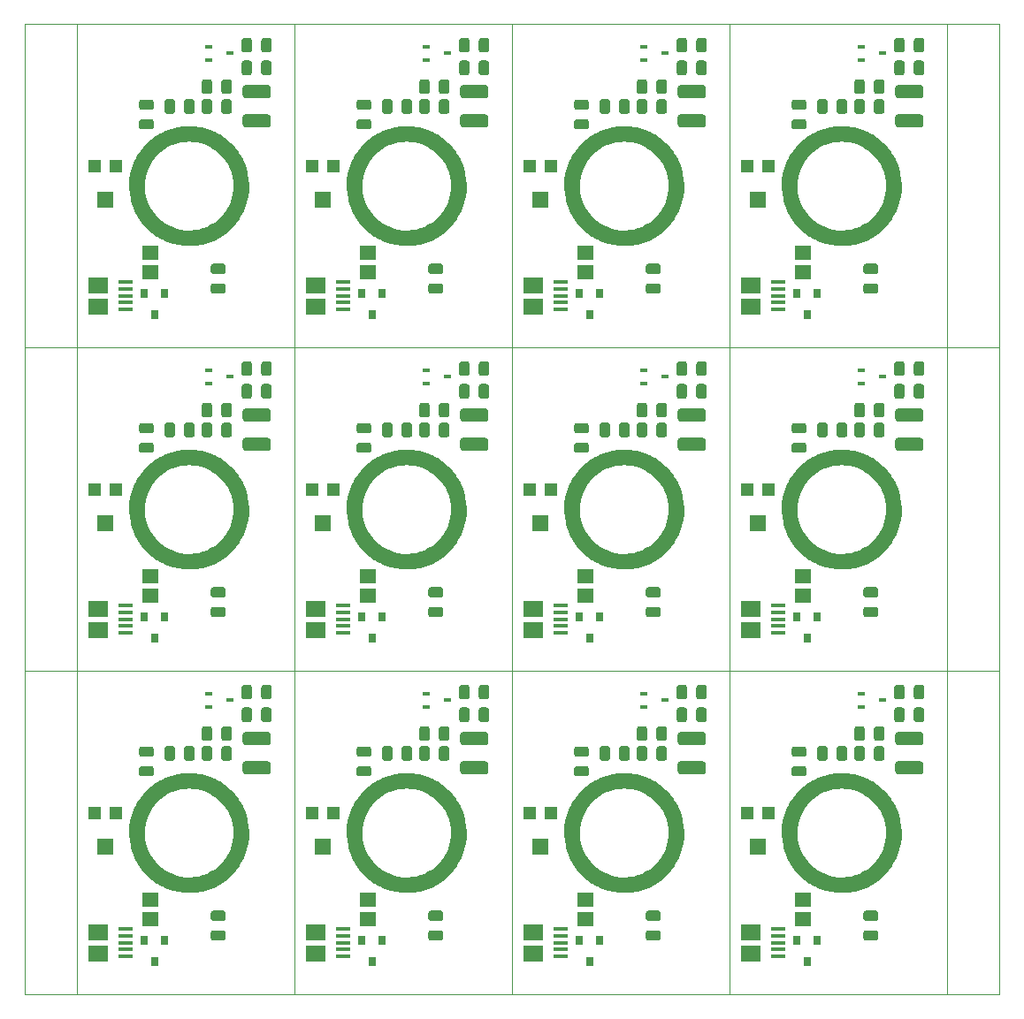
<source format=gbr>
G04 #@! TF.GenerationSoftware,KiCad,Pcbnew,(5.1.5)-3*
G04 #@! TF.CreationDate,2020-09-12T19:14:49+01:00*
G04 #@! TF.ProjectId,OTK_Panel,4f544b5f-5061-46e6-956c-2e6b69636164,rev?*
G04 #@! TF.SameCoordinates,Original*
G04 #@! TF.FileFunction,Paste,Bot*
G04 #@! TF.FilePolarity,Positive*
%FSLAX46Y46*%
G04 Gerber Fmt 4.6, Leading zero omitted, Abs format (unit mm)*
G04 Created by KiCad (PCBNEW (5.1.5)-3) date 2020-09-12 19:14:49*
%MOMM*%
%LPD*%
G04 APERTURE LIST*
%ADD10C,0.050000*%
%ADD11R,1.600000X1.500000*%
%ADD12R,1.200000X1.200000*%
%ADD13C,0.100000*%
%ADD14R,0.800000X0.900000*%
%ADD15R,0.700000X0.450000*%
%ADD16R,1.900000X1.500000*%
%ADD17R,1.350000X0.400000*%
%ADD18R,1.556201X1.454636*%
G04 APERTURE END LIST*
D10*
X192734500Y-108806300D02*
X197734500Y-108798300D01*
X192734500Y-77818300D02*
X197734500Y-77818300D01*
X109422500Y-108806300D02*
X104422500Y-108810300D01*
X109422500Y-77818300D02*
X104422500Y-77820300D01*
X104422500Y-139790300D02*
X109422500Y-139794300D01*
X104422500Y-46820300D02*
X104422500Y-139790300D01*
X109422500Y-46830300D02*
X104422500Y-46820300D01*
X192734500Y-139794300D02*
X197734500Y-139790300D01*
X197734500Y-46830300D02*
X197734500Y-139790300D01*
X192734500Y-46830300D02*
X197734500Y-46830300D01*
X109422500Y-139794300D02*
X109422500Y-108806300D01*
X171906500Y-139794300D02*
X171906500Y-108806300D01*
X130250500Y-139794300D02*
X109422500Y-139794300D01*
X171906500Y-139794300D02*
X151078500Y-139794300D01*
X130250500Y-108806300D02*
X130250500Y-139794300D01*
X151078500Y-108806300D02*
X151078500Y-139794300D01*
X171906500Y-108806300D02*
X171906500Y-139794300D01*
X151078500Y-108806300D02*
X171906500Y-108806300D01*
X192734500Y-108806300D02*
X192734500Y-139794300D01*
X151078500Y-139794300D02*
X151078500Y-108806300D01*
X109422500Y-108806300D02*
X130250500Y-108806300D01*
X151078500Y-139794300D02*
X130250500Y-139794300D01*
X130250500Y-108806300D02*
X151078500Y-108806300D01*
X130250500Y-139794300D02*
X130250500Y-108806300D01*
X192734500Y-139794300D02*
X171906500Y-139794300D01*
X171906500Y-108806300D02*
X192734500Y-108806300D01*
X109422500Y-108806300D02*
X109422500Y-77818300D01*
X171906500Y-108806300D02*
X171906500Y-77818300D01*
X130250500Y-108806300D02*
X109422500Y-108806300D01*
X171906500Y-108806300D02*
X151078500Y-108806300D01*
X130250500Y-77818300D02*
X130250500Y-108806300D01*
X151078500Y-77818300D02*
X151078500Y-108806300D01*
X171906500Y-77818300D02*
X171906500Y-108806300D01*
X151078500Y-77818300D02*
X171906500Y-77818300D01*
X192734500Y-77818300D02*
X192734500Y-108806300D01*
X151078500Y-108806300D02*
X151078500Y-77818300D01*
X109422500Y-77818300D02*
X130250500Y-77818300D01*
X151078500Y-108806300D02*
X130250500Y-108806300D01*
X130250500Y-77818300D02*
X151078500Y-77818300D01*
X130250500Y-108806300D02*
X130250500Y-77818300D01*
X192734500Y-108806300D02*
X171906500Y-108806300D01*
X171906500Y-77818300D02*
X192734500Y-77818300D01*
X171906500Y-77818300D02*
X171906500Y-46830300D01*
X192734500Y-77818300D02*
X171906500Y-77818300D01*
X192734500Y-46830300D02*
X192734500Y-77818300D01*
X171906500Y-46830300D02*
X192734500Y-46830300D01*
X151078500Y-77818300D02*
X151078500Y-46830300D01*
X171906500Y-77818300D02*
X151078500Y-77818300D01*
X171906500Y-46830300D02*
X171906500Y-77818300D01*
X151078500Y-46830300D02*
X171906500Y-46830300D01*
X130250500Y-77818300D02*
X130250500Y-46830300D01*
X151078500Y-77818300D02*
X130250500Y-77818300D01*
X151078500Y-46830300D02*
X151078500Y-77818300D01*
X130250500Y-46830300D02*
X151078500Y-46830300D01*
X109422500Y-77818300D02*
X109422500Y-46830300D01*
X130250500Y-77818300D02*
X109422500Y-77818300D01*
X130250500Y-46830300D02*
X130250500Y-77818300D01*
X109422500Y-46830300D02*
X130250500Y-46830300D01*
D11*
X174626500Y-125652300D03*
D12*
X175626500Y-122402300D03*
X173626500Y-122402300D03*
D13*
G36*
X158215642Y-116047474D02*
G01*
X158239303Y-116050984D01*
X158262507Y-116056796D01*
X158285029Y-116064854D01*
X158306653Y-116075082D01*
X158327170Y-116087379D01*
X158346383Y-116101629D01*
X158364107Y-116117693D01*
X158380171Y-116135417D01*
X158394421Y-116154630D01*
X158406718Y-116175147D01*
X158416946Y-116196771D01*
X158425004Y-116219293D01*
X158430816Y-116242497D01*
X158434326Y-116266158D01*
X158435500Y-116290050D01*
X158435500Y-116777550D01*
X158434326Y-116801442D01*
X158430816Y-116825103D01*
X158425004Y-116848307D01*
X158416946Y-116870829D01*
X158406718Y-116892453D01*
X158394421Y-116912970D01*
X158380171Y-116932183D01*
X158364107Y-116949907D01*
X158346383Y-116965971D01*
X158327170Y-116980221D01*
X158306653Y-116992518D01*
X158285029Y-117002746D01*
X158262507Y-117010804D01*
X158239303Y-117016616D01*
X158215642Y-117020126D01*
X158191750Y-117021300D01*
X157279250Y-117021300D01*
X157255358Y-117020126D01*
X157231697Y-117016616D01*
X157208493Y-117010804D01*
X157185971Y-117002746D01*
X157164347Y-116992518D01*
X157143830Y-116980221D01*
X157124617Y-116965971D01*
X157106893Y-116949907D01*
X157090829Y-116932183D01*
X157076579Y-116912970D01*
X157064282Y-116892453D01*
X157054054Y-116870829D01*
X157045996Y-116848307D01*
X157040184Y-116825103D01*
X157036674Y-116801442D01*
X157035500Y-116777550D01*
X157035500Y-116290050D01*
X157036674Y-116266158D01*
X157040184Y-116242497D01*
X157045996Y-116219293D01*
X157054054Y-116196771D01*
X157064282Y-116175147D01*
X157076579Y-116154630D01*
X157090829Y-116135417D01*
X157106893Y-116117693D01*
X157124617Y-116101629D01*
X157143830Y-116087379D01*
X157164347Y-116075082D01*
X157185971Y-116064854D01*
X157208493Y-116056796D01*
X157231697Y-116050984D01*
X157255358Y-116047474D01*
X157279250Y-116046300D01*
X158191750Y-116046300D01*
X158215642Y-116047474D01*
G37*
G36*
X158215642Y-117922474D02*
G01*
X158239303Y-117925984D01*
X158262507Y-117931796D01*
X158285029Y-117939854D01*
X158306653Y-117950082D01*
X158327170Y-117962379D01*
X158346383Y-117976629D01*
X158364107Y-117992693D01*
X158380171Y-118010417D01*
X158394421Y-118029630D01*
X158406718Y-118050147D01*
X158416946Y-118071771D01*
X158425004Y-118094293D01*
X158430816Y-118117497D01*
X158434326Y-118141158D01*
X158435500Y-118165050D01*
X158435500Y-118652550D01*
X158434326Y-118676442D01*
X158430816Y-118700103D01*
X158425004Y-118723307D01*
X158416946Y-118745829D01*
X158406718Y-118767453D01*
X158394421Y-118787970D01*
X158380171Y-118807183D01*
X158364107Y-118824907D01*
X158346383Y-118840971D01*
X158327170Y-118855221D01*
X158306653Y-118867518D01*
X158285029Y-118877746D01*
X158262507Y-118885804D01*
X158239303Y-118891616D01*
X158215642Y-118895126D01*
X158191750Y-118896300D01*
X157279250Y-118896300D01*
X157255358Y-118895126D01*
X157231697Y-118891616D01*
X157208493Y-118885804D01*
X157185971Y-118877746D01*
X157164347Y-118867518D01*
X157143830Y-118855221D01*
X157124617Y-118840971D01*
X157106893Y-118824907D01*
X157090829Y-118807183D01*
X157076579Y-118787970D01*
X157064282Y-118767453D01*
X157054054Y-118745829D01*
X157045996Y-118723307D01*
X157040184Y-118700103D01*
X157036674Y-118676442D01*
X157035500Y-118652550D01*
X157035500Y-118165050D01*
X157036674Y-118141158D01*
X157040184Y-118117497D01*
X157045996Y-118094293D01*
X157054054Y-118071771D01*
X157064282Y-118050147D01*
X157076579Y-118029630D01*
X157090829Y-118010417D01*
X157106893Y-117992693D01*
X157124617Y-117976629D01*
X157143830Y-117962379D01*
X157164347Y-117950082D01*
X157185971Y-117939854D01*
X157208493Y-117931796D01*
X157231697Y-117925984D01*
X157255358Y-117922474D01*
X157279250Y-117921300D01*
X158191750Y-117921300D01*
X158215642Y-117922474D01*
G37*
D14*
X179325500Y-136632300D03*
X180275500Y-134632300D03*
X178375500Y-134632300D03*
D13*
G36*
X169384004Y-117456504D02*
G01*
X169408273Y-117460104D01*
X169432071Y-117466065D01*
X169455171Y-117474330D01*
X169477349Y-117484820D01*
X169498393Y-117497433D01*
X169518098Y-117512047D01*
X169536277Y-117528523D01*
X169552753Y-117546702D01*
X169567367Y-117566407D01*
X169579980Y-117587451D01*
X169590470Y-117609629D01*
X169598735Y-117632729D01*
X169604696Y-117656527D01*
X169608296Y-117680796D01*
X169609500Y-117705300D01*
X169609500Y-118455300D01*
X169608296Y-118479804D01*
X169604696Y-118504073D01*
X169598735Y-118527871D01*
X169590470Y-118550971D01*
X169579980Y-118573149D01*
X169567367Y-118594193D01*
X169552753Y-118613898D01*
X169536277Y-118632077D01*
X169518098Y-118648553D01*
X169498393Y-118663167D01*
X169477349Y-118675780D01*
X169455171Y-118686270D01*
X169432071Y-118694535D01*
X169408273Y-118700496D01*
X169384004Y-118704096D01*
X169359500Y-118705300D01*
X167209500Y-118705300D01*
X167184996Y-118704096D01*
X167160727Y-118700496D01*
X167136929Y-118694535D01*
X167113829Y-118686270D01*
X167091651Y-118675780D01*
X167070607Y-118663167D01*
X167050902Y-118648553D01*
X167032723Y-118632077D01*
X167016247Y-118613898D01*
X167001633Y-118594193D01*
X166989020Y-118573149D01*
X166978530Y-118550971D01*
X166970265Y-118527871D01*
X166964304Y-118504073D01*
X166960704Y-118479804D01*
X166959500Y-118455300D01*
X166959500Y-117705300D01*
X166960704Y-117680796D01*
X166964304Y-117656527D01*
X166970265Y-117632729D01*
X166978530Y-117609629D01*
X166989020Y-117587451D01*
X167001633Y-117566407D01*
X167016247Y-117546702D01*
X167032723Y-117528523D01*
X167050902Y-117512047D01*
X167070607Y-117497433D01*
X167091651Y-117484820D01*
X167113829Y-117474330D01*
X167136929Y-117466065D01*
X167160727Y-117460104D01*
X167184996Y-117456504D01*
X167209500Y-117455300D01*
X169359500Y-117455300D01*
X169384004Y-117456504D01*
G37*
G36*
X169384004Y-114656504D02*
G01*
X169408273Y-114660104D01*
X169432071Y-114666065D01*
X169455171Y-114674330D01*
X169477349Y-114684820D01*
X169498393Y-114697433D01*
X169518098Y-114712047D01*
X169536277Y-114728523D01*
X169552753Y-114746702D01*
X169567367Y-114766407D01*
X169579980Y-114787451D01*
X169590470Y-114809629D01*
X169598735Y-114832729D01*
X169604696Y-114856527D01*
X169608296Y-114880796D01*
X169609500Y-114905300D01*
X169609500Y-115655300D01*
X169608296Y-115679804D01*
X169604696Y-115704073D01*
X169598735Y-115727871D01*
X169590470Y-115750971D01*
X169579980Y-115773149D01*
X169567367Y-115794193D01*
X169552753Y-115813898D01*
X169536277Y-115832077D01*
X169518098Y-115848553D01*
X169498393Y-115863167D01*
X169477349Y-115875780D01*
X169455171Y-115886270D01*
X169432071Y-115894535D01*
X169408273Y-115900496D01*
X169384004Y-115904096D01*
X169359500Y-115905300D01*
X167209500Y-115905300D01*
X167184996Y-115904096D01*
X167160727Y-115900496D01*
X167136929Y-115894535D01*
X167113829Y-115886270D01*
X167091651Y-115875780D01*
X167070607Y-115863167D01*
X167050902Y-115848553D01*
X167032723Y-115832077D01*
X167016247Y-115813898D01*
X167001633Y-115794193D01*
X166989020Y-115773149D01*
X166978530Y-115750971D01*
X166970265Y-115727871D01*
X166964304Y-115704073D01*
X166960704Y-115679804D01*
X166959500Y-115655300D01*
X166959500Y-114905300D01*
X166960704Y-114880796D01*
X166964304Y-114856527D01*
X166970265Y-114832729D01*
X166978530Y-114809629D01*
X166989020Y-114787451D01*
X167001633Y-114766407D01*
X167016247Y-114746702D01*
X167032723Y-114728523D01*
X167050902Y-114712047D01*
X167070607Y-114697433D01*
X167091651Y-114684820D01*
X167113829Y-114674330D01*
X167136929Y-114666065D01*
X167160727Y-114660104D01*
X167184996Y-114656504D01*
X167209500Y-114655300D01*
X169359500Y-114655300D01*
X169384004Y-114656504D01*
G37*
G36*
X179043642Y-116047474D02*
G01*
X179067303Y-116050984D01*
X179090507Y-116056796D01*
X179113029Y-116064854D01*
X179134653Y-116075082D01*
X179155170Y-116087379D01*
X179174383Y-116101629D01*
X179192107Y-116117693D01*
X179208171Y-116135417D01*
X179222421Y-116154630D01*
X179234718Y-116175147D01*
X179244946Y-116196771D01*
X179253004Y-116219293D01*
X179258816Y-116242497D01*
X179262326Y-116266158D01*
X179263500Y-116290050D01*
X179263500Y-116777550D01*
X179262326Y-116801442D01*
X179258816Y-116825103D01*
X179253004Y-116848307D01*
X179244946Y-116870829D01*
X179234718Y-116892453D01*
X179222421Y-116912970D01*
X179208171Y-116932183D01*
X179192107Y-116949907D01*
X179174383Y-116965971D01*
X179155170Y-116980221D01*
X179134653Y-116992518D01*
X179113029Y-117002746D01*
X179090507Y-117010804D01*
X179067303Y-117016616D01*
X179043642Y-117020126D01*
X179019750Y-117021300D01*
X178107250Y-117021300D01*
X178083358Y-117020126D01*
X178059697Y-117016616D01*
X178036493Y-117010804D01*
X178013971Y-117002746D01*
X177992347Y-116992518D01*
X177971830Y-116980221D01*
X177952617Y-116965971D01*
X177934893Y-116949907D01*
X177918829Y-116932183D01*
X177904579Y-116912970D01*
X177892282Y-116892453D01*
X177882054Y-116870829D01*
X177873996Y-116848307D01*
X177868184Y-116825103D01*
X177864674Y-116801442D01*
X177863500Y-116777550D01*
X177863500Y-116290050D01*
X177864674Y-116266158D01*
X177868184Y-116242497D01*
X177873996Y-116219293D01*
X177882054Y-116196771D01*
X177892282Y-116175147D01*
X177904579Y-116154630D01*
X177918829Y-116135417D01*
X177934893Y-116117693D01*
X177952617Y-116101629D01*
X177971830Y-116087379D01*
X177992347Y-116075082D01*
X178013971Y-116064854D01*
X178036493Y-116056796D01*
X178059697Y-116050984D01*
X178083358Y-116047474D01*
X178107250Y-116046300D01*
X179019750Y-116046300D01*
X179043642Y-116047474D01*
G37*
G36*
X179043642Y-117922474D02*
G01*
X179067303Y-117925984D01*
X179090507Y-117931796D01*
X179113029Y-117939854D01*
X179134653Y-117950082D01*
X179155170Y-117962379D01*
X179174383Y-117976629D01*
X179192107Y-117992693D01*
X179208171Y-118010417D01*
X179222421Y-118029630D01*
X179234718Y-118050147D01*
X179244946Y-118071771D01*
X179253004Y-118094293D01*
X179258816Y-118117497D01*
X179262326Y-118141158D01*
X179263500Y-118165050D01*
X179263500Y-118652550D01*
X179262326Y-118676442D01*
X179258816Y-118700103D01*
X179253004Y-118723307D01*
X179244946Y-118745829D01*
X179234718Y-118767453D01*
X179222421Y-118787970D01*
X179208171Y-118807183D01*
X179192107Y-118824907D01*
X179174383Y-118840971D01*
X179155170Y-118855221D01*
X179134653Y-118867518D01*
X179113029Y-118877746D01*
X179090507Y-118885804D01*
X179067303Y-118891616D01*
X179043642Y-118895126D01*
X179019750Y-118896300D01*
X178107250Y-118896300D01*
X178083358Y-118895126D01*
X178059697Y-118891616D01*
X178036493Y-118885804D01*
X178013971Y-118877746D01*
X177992347Y-118867518D01*
X177971830Y-118855221D01*
X177952617Y-118840971D01*
X177934893Y-118824907D01*
X177918829Y-118807183D01*
X177904579Y-118787970D01*
X177892282Y-118767453D01*
X177882054Y-118745829D01*
X177873996Y-118723307D01*
X177868184Y-118700103D01*
X177864674Y-118676442D01*
X177863500Y-118652550D01*
X177863500Y-118165050D01*
X177864674Y-118141158D01*
X177868184Y-118117497D01*
X177873996Y-118094293D01*
X177882054Y-118071771D01*
X177892282Y-118050147D01*
X177904579Y-118029630D01*
X177918829Y-118010417D01*
X177934893Y-117992693D01*
X177952617Y-117976629D01*
X177971830Y-117962379D01*
X177992347Y-117950082D01*
X178013971Y-117939854D01*
X178036493Y-117931796D01*
X178059697Y-117925984D01*
X178083358Y-117922474D01*
X178107250Y-117921300D01*
X179019750Y-117921300D01*
X179043642Y-117922474D01*
G37*
D15*
X186556500Y-111600300D03*
X184556500Y-110950300D03*
X184556500Y-112250300D03*
D13*
G36*
X185909642Y-131766474D02*
G01*
X185933303Y-131769984D01*
X185956507Y-131775796D01*
X185979029Y-131783854D01*
X186000653Y-131794082D01*
X186021170Y-131806379D01*
X186040383Y-131820629D01*
X186058107Y-131836693D01*
X186074171Y-131854417D01*
X186088421Y-131873630D01*
X186100718Y-131894147D01*
X186110946Y-131915771D01*
X186119004Y-131938293D01*
X186124816Y-131961497D01*
X186128326Y-131985158D01*
X186129500Y-132009050D01*
X186129500Y-132496550D01*
X186128326Y-132520442D01*
X186124816Y-132544103D01*
X186119004Y-132567307D01*
X186110946Y-132589829D01*
X186100718Y-132611453D01*
X186088421Y-132631970D01*
X186074171Y-132651183D01*
X186058107Y-132668907D01*
X186040383Y-132684971D01*
X186021170Y-132699221D01*
X186000653Y-132711518D01*
X185979029Y-132721746D01*
X185956507Y-132729804D01*
X185933303Y-132735616D01*
X185909642Y-132739126D01*
X185885750Y-132740300D01*
X184973250Y-132740300D01*
X184949358Y-132739126D01*
X184925697Y-132735616D01*
X184902493Y-132729804D01*
X184879971Y-132721746D01*
X184858347Y-132711518D01*
X184837830Y-132699221D01*
X184818617Y-132684971D01*
X184800893Y-132668907D01*
X184784829Y-132651183D01*
X184770579Y-132631970D01*
X184758282Y-132611453D01*
X184748054Y-132589829D01*
X184739996Y-132567307D01*
X184734184Y-132544103D01*
X184730674Y-132520442D01*
X184729500Y-132496550D01*
X184729500Y-132009050D01*
X184730674Y-131985158D01*
X184734184Y-131961497D01*
X184739996Y-131938293D01*
X184748054Y-131915771D01*
X184758282Y-131894147D01*
X184770579Y-131873630D01*
X184784829Y-131854417D01*
X184800893Y-131836693D01*
X184818617Y-131820629D01*
X184837830Y-131806379D01*
X184858347Y-131794082D01*
X184879971Y-131783854D01*
X184902493Y-131775796D01*
X184925697Y-131769984D01*
X184949358Y-131766474D01*
X184973250Y-131765300D01*
X185885750Y-131765300D01*
X185909642Y-131766474D01*
G37*
G36*
X185909642Y-133641474D02*
G01*
X185933303Y-133644984D01*
X185956507Y-133650796D01*
X185979029Y-133658854D01*
X186000653Y-133669082D01*
X186021170Y-133681379D01*
X186040383Y-133695629D01*
X186058107Y-133711693D01*
X186074171Y-133729417D01*
X186088421Y-133748630D01*
X186100718Y-133769147D01*
X186110946Y-133790771D01*
X186119004Y-133813293D01*
X186124816Y-133836497D01*
X186128326Y-133860158D01*
X186129500Y-133884050D01*
X186129500Y-134371550D01*
X186128326Y-134395442D01*
X186124816Y-134419103D01*
X186119004Y-134442307D01*
X186110946Y-134464829D01*
X186100718Y-134486453D01*
X186088421Y-134506970D01*
X186074171Y-134526183D01*
X186058107Y-134543907D01*
X186040383Y-134559971D01*
X186021170Y-134574221D01*
X186000653Y-134586518D01*
X185979029Y-134596746D01*
X185956507Y-134604804D01*
X185933303Y-134610616D01*
X185909642Y-134614126D01*
X185885750Y-134615300D01*
X184973250Y-134615300D01*
X184949358Y-134614126D01*
X184925697Y-134610616D01*
X184902493Y-134604804D01*
X184879971Y-134596746D01*
X184858347Y-134586518D01*
X184837830Y-134574221D01*
X184818617Y-134559971D01*
X184800893Y-134543907D01*
X184784829Y-134526183D01*
X184770579Y-134506970D01*
X184758282Y-134486453D01*
X184748054Y-134464829D01*
X184739996Y-134442307D01*
X184734184Y-134419103D01*
X184730674Y-134395442D01*
X184729500Y-134371550D01*
X184729500Y-133884050D01*
X184730674Y-133860158D01*
X184734184Y-133836497D01*
X184739996Y-133813293D01*
X184748054Y-133790771D01*
X184758282Y-133769147D01*
X184770579Y-133748630D01*
X184784829Y-133729417D01*
X184800893Y-133711693D01*
X184818617Y-133695629D01*
X184837830Y-133681379D01*
X184858347Y-133669082D01*
X184879971Y-133658854D01*
X184902493Y-133650796D01*
X184925697Y-133644984D01*
X184949358Y-133641474D01*
X184973250Y-133640300D01*
X185885750Y-133640300D01*
X185909642Y-133641474D01*
G37*
G36*
X182943642Y-116010474D02*
G01*
X182967303Y-116013984D01*
X182990507Y-116019796D01*
X183013029Y-116027854D01*
X183034653Y-116038082D01*
X183055170Y-116050379D01*
X183074383Y-116064629D01*
X183092107Y-116080693D01*
X183108171Y-116098417D01*
X183122421Y-116117630D01*
X183134718Y-116138147D01*
X183144946Y-116159771D01*
X183153004Y-116182293D01*
X183158816Y-116205497D01*
X183162326Y-116229158D01*
X183163500Y-116253050D01*
X183163500Y-117165550D01*
X183162326Y-117189442D01*
X183158816Y-117213103D01*
X183153004Y-117236307D01*
X183144946Y-117258829D01*
X183134718Y-117280453D01*
X183122421Y-117300970D01*
X183108171Y-117320183D01*
X183092107Y-117337907D01*
X183074383Y-117353971D01*
X183055170Y-117368221D01*
X183034653Y-117380518D01*
X183013029Y-117390746D01*
X182990507Y-117398804D01*
X182967303Y-117404616D01*
X182943642Y-117408126D01*
X182919750Y-117409300D01*
X182432250Y-117409300D01*
X182408358Y-117408126D01*
X182384697Y-117404616D01*
X182361493Y-117398804D01*
X182338971Y-117390746D01*
X182317347Y-117380518D01*
X182296830Y-117368221D01*
X182277617Y-117353971D01*
X182259893Y-117337907D01*
X182243829Y-117320183D01*
X182229579Y-117300970D01*
X182217282Y-117280453D01*
X182207054Y-117258829D01*
X182198996Y-117236307D01*
X182193184Y-117213103D01*
X182189674Y-117189442D01*
X182188500Y-117165550D01*
X182188500Y-116253050D01*
X182189674Y-116229158D01*
X182193184Y-116205497D01*
X182198996Y-116182293D01*
X182207054Y-116159771D01*
X182217282Y-116138147D01*
X182229579Y-116117630D01*
X182243829Y-116098417D01*
X182259893Y-116080693D01*
X182277617Y-116064629D01*
X182296830Y-116050379D01*
X182317347Y-116038082D01*
X182338971Y-116027854D01*
X182361493Y-116019796D01*
X182384697Y-116013984D01*
X182408358Y-116010474D01*
X182432250Y-116009300D01*
X182919750Y-116009300D01*
X182943642Y-116010474D01*
G37*
G36*
X181068642Y-116010474D02*
G01*
X181092303Y-116013984D01*
X181115507Y-116019796D01*
X181138029Y-116027854D01*
X181159653Y-116038082D01*
X181180170Y-116050379D01*
X181199383Y-116064629D01*
X181217107Y-116080693D01*
X181233171Y-116098417D01*
X181247421Y-116117630D01*
X181259718Y-116138147D01*
X181269946Y-116159771D01*
X181278004Y-116182293D01*
X181283816Y-116205497D01*
X181287326Y-116229158D01*
X181288500Y-116253050D01*
X181288500Y-117165550D01*
X181287326Y-117189442D01*
X181283816Y-117213103D01*
X181278004Y-117236307D01*
X181269946Y-117258829D01*
X181259718Y-117280453D01*
X181247421Y-117300970D01*
X181233171Y-117320183D01*
X181217107Y-117337907D01*
X181199383Y-117353971D01*
X181180170Y-117368221D01*
X181159653Y-117380518D01*
X181138029Y-117390746D01*
X181115507Y-117398804D01*
X181092303Y-117404616D01*
X181068642Y-117408126D01*
X181044750Y-117409300D01*
X180557250Y-117409300D01*
X180533358Y-117408126D01*
X180509697Y-117404616D01*
X180486493Y-117398804D01*
X180463971Y-117390746D01*
X180442347Y-117380518D01*
X180421830Y-117368221D01*
X180402617Y-117353971D01*
X180384893Y-117337907D01*
X180368829Y-117320183D01*
X180354579Y-117300970D01*
X180342282Y-117280453D01*
X180332054Y-117258829D01*
X180323996Y-117236307D01*
X180318184Y-117213103D01*
X180314674Y-117189442D01*
X180313500Y-117165550D01*
X180313500Y-116253050D01*
X180314674Y-116229158D01*
X180318184Y-116205497D01*
X180323996Y-116182293D01*
X180332054Y-116159771D01*
X180342282Y-116138147D01*
X180354579Y-116117630D01*
X180368829Y-116098417D01*
X180384893Y-116080693D01*
X180402617Y-116064629D01*
X180421830Y-116050379D01*
X180442347Y-116038082D01*
X180463971Y-116027854D01*
X180486493Y-116019796D01*
X180509697Y-116013984D01*
X180533358Y-116010474D01*
X180557250Y-116009300D01*
X181044750Y-116009300D01*
X181068642Y-116010474D01*
G37*
D16*
X153077000Y-135841300D03*
D17*
X155777000Y-134841300D03*
X155777000Y-134191300D03*
X155777000Y-133541300D03*
X155777000Y-136141300D03*
X155777000Y-135491300D03*
D16*
X153077000Y-133841300D03*
D13*
G36*
X167614642Y-110139474D02*
G01*
X167638303Y-110142984D01*
X167661507Y-110148796D01*
X167684029Y-110156854D01*
X167705653Y-110167082D01*
X167726170Y-110179379D01*
X167745383Y-110193629D01*
X167763107Y-110209693D01*
X167779171Y-110227417D01*
X167793421Y-110246630D01*
X167805718Y-110267147D01*
X167815946Y-110288771D01*
X167824004Y-110311293D01*
X167829816Y-110334497D01*
X167833326Y-110358158D01*
X167834500Y-110382050D01*
X167834500Y-111294550D01*
X167833326Y-111318442D01*
X167829816Y-111342103D01*
X167824004Y-111365307D01*
X167815946Y-111387829D01*
X167805718Y-111409453D01*
X167793421Y-111429970D01*
X167779171Y-111449183D01*
X167763107Y-111466907D01*
X167745383Y-111482971D01*
X167726170Y-111497221D01*
X167705653Y-111509518D01*
X167684029Y-111519746D01*
X167661507Y-111527804D01*
X167638303Y-111533616D01*
X167614642Y-111537126D01*
X167590750Y-111538300D01*
X167103250Y-111538300D01*
X167079358Y-111537126D01*
X167055697Y-111533616D01*
X167032493Y-111527804D01*
X167009971Y-111519746D01*
X166988347Y-111509518D01*
X166967830Y-111497221D01*
X166948617Y-111482971D01*
X166930893Y-111466907D01*
X166914829Y-111449183D01*
X166900579Y-111429970D01*
X166888282Y-111409453D01*
X166878054Y-111387829D01*
X166869996Y-111365307D01*
X166864184Y-111342103D01*
X166860674Y-111318442D01*
X166859500Y-111294550D01*
X166859500Y-110382050D01*
X166860674Y-110358158D01*
X166864184Y-110334497D01*
X166869996Y-110311293D01*
X166878054Y-110288771D01*
X166888282Y-110267147D01*
X166900579Y-110246630D01*
X166914829Y-110227417D01*
X166930893Y-110209693D01*
X166948617Y-110193629D01*
X166967830Y-110179379D01*
X166988347Y-110167082D01*
X167009971Y-110156854D01*
X167032493Y-110148796D01*
X167055697Y-110142984D01*
X167079358Y-110139474D01*
X167103250Y-110138300D01*
X167590750Y-110138300D01*
X167614642Y-110139474D01*
G37*
G36*
X169489642Y-110139474D02*
G01*
X169513303Y-110142984D01*
X169536507Y-110148796D01*
X169559029Y-110156854D01*
X169580653Y-110167082D01*
X169601170Y-110179379D01*
X169620383Y-110193629D01*
X169638107Y-110209693D01*
X169654171Y-110227417D01*
X169668421Y-110246630D01*
X169680718Y-110267147D01*
X169690946Y-110288771D01*
X169699004Y-110311293D01*
X169704816Y-110334497D01*
X169708326Y-110358158D01*
X169709500Y-110382050D01*
X169709500Y-111294550D01*
X169708326Y-111318442D01*
X169704816Y-111342103D01*
X169699004Y-111365307D01*
X169690946Y-111387829D01*
X169680718Y-111409453D01*
X169668421Y-111429970D01*
X169654171Y-111449183D01*
X169638107Y-111466907D01*
X169620383Y-111482971D01*
X169601170Y-111497221D01*
X169580653Y-111509518D01*
X169559029Y-111519746D01*
X169536507Y-111527804D01*
X169513303Y-111533616D01*
X169489642Y-111537126D01*
X169465750Y-111538300D01*
X168978250Y-111538300D01*
X168954358Y-111537126D01*
X168930697Y-111533616D01*
X168907493Y-111527804D01*
X168884971Y-111519746D01*
X168863347Y-111509518D01*
X168842830Y-111497221D01*
X168823617Y-111482971D01*
X168805893Y-111466907D01*
X168789829Y-111449183D01*
X168775579Y-111429970D01*
X168763282Y-111409453D01*
X168753054Y-111387829D01*
X168744996Y-111365307D01*
X168739184Y-111342103D01*
X168735674Y-111318442D01*
X168734500Y-111294550D01*
X168734500Y-110382050D01*
X168735674Y-110358158D01*
X168739184Y-110334497D01*
X168744996Y-110311293D01*
X168753054Y-110288771D01*
X168763282Y-110267147D01*
X168775579Y-110246630D01*
X168789829Y-110227417D01*
X168805893Y-110209693D01*
X168823617Y-110193629D01*
X168842830Y-110179379D01*
X168863347Y-110167082D01*
X168884971Y-110156854D01*
X168907493Y-110148796D01*
X168930697Y-110142984D01*
X168954358Y-110139474D01*
X168978250Y-110138300D01*
X169465750Y-110138300D01*
X169489642Y-110139474D01*
G37*
G36*
X184632642Y-116010474D02*
G01*
X184656303Y-116013984D01*
X184679507Y-116019796D01*
X184702029Y-116027854D01*
X184723653Y-116038082D01*
X184744170Y-116050379D01*
X184763383Y-116064629D01*
X184781107Y-116080693D01*
X184797171Y-116098417D01*
X184811421Y-116117630D01*
X184823718Y-116138147D01*
X184833946Y-116159771D01*
X184842004Y-116182293D01*
X184847816Y-116205497D01*
X184851326Y-116229158D01*
X184852500Y-116253050D01*
X184852500Y-117165550D01*
X184851326Y-117189442D01*
X184847816Y-117213103D01*
X184842004Y-117236307D01*
X184833946Y-117258829D01*
X184823718Y-117280453D01*
X184811421Y-117300970D01*
X184797171Y-117320183D01*
X184781107Y-117337907D01*
X184763383Y-117353971D01*
X184744170Y-117368221D01*
X184723653Y-117380518D01*
X184702029Y-117390746D01*
X184679507Y-117398804D01*
X184656303Y-117404616D01*
X184632642Y-117408126D01*
X184608750Y-117409300D01*
X184121250Y-117409300D01*
X184097358Y-117408126D01*
X184073697Y-117404616D01*
X184050493Y-117398804D01*
X184027971Y-117390746D01*
X184006347Y-117380518D01*
X183985830Y-117368221D01*
X183966617Y-117353971D01*
X183948893Y-117337907D01*
X183932829Y-117320183D01*
X183918579Y-117300970D01*
X183906282Y-117280453D01*
X183896054Y-117258829D01*
X183887996Y-117236307D01*
X183882184Y-117213103D01*
X183878674Y-117189442D01*
X183877500Y-117165550D01*
X183877500Y-116253050D01*
X183878674Y-116229158D01*
X183882184Y-116205497D01*
X183887996Y-116182293D01*
X183896054Y-116159771D01*
X183906282Y-116138147D01*
X183918579Y-116117630D01*
X183932829Y-116098417D01*
X183948893Y-116080693D01*
X183966617Y-116064629D01*
X183985830Y-116050379D01*
X184006347Y-116038082D01*
X184027971Y-116027854D01*
X184050493Y-116019796D01*
X184073697Y-116013984D01*
X184097358Y-116010474D01*
X184121250Y-116009300D01*
X184608750Y-116009300D01*
X184632642Y-116010474D01*
G37*
G36*
X186507642Y-116010474D02*
G01*
X186531303Y-116013984D01*
X186554507Y-116019796D01*
X186577029Y-116027854D01*
X186598653Y-116038082D01*
X186619170Y-116050379D01*
X186638383Y-116064629D01*
X186656107Y-116080693D01*
X186672171Y-116098417D01*
X186686421Y-116117630D01*
X186698718Y-116138147D01*
X186708946Y-116159771D01*
X186717004Y-116182293D01*
X186722816Y-116205497D01*
X186726326Y-116229158D01*
X186727500Y-116253050D01*
X186727500Y-117165550D01*
X186726326Y-117189442D01*
X186722816Y-117213103D01*
X186717004Y-117236307D01*
X186708946Y-117258829D01*
X186698718Y-117280453D01*
X186686421Y-117300970D01*
X186672171Y-117320183D01*
X186656107Y-117337907D01*
X186638383Y-117353971D01*
X186619170Y-117368221D01*
X186598653Y-117380518D01*
X186577029Y-117390746D01*
X186554507Y-117398804D01*
X186531303Y-117404616D01*
X186507642Y-117408126D01*
X186483750Y-117409300D01*
X185996250Y-117409300D01*
X185972358Y-117408126D01*
X185948697Y-117404616D01*
X185925493Y-117398804D01*
X185902971Y-117390746D01*
X185881347Y-117380518D01*
X185860830Y-117368221D01*
X185841617Y-117353971D01*
X185823893Y-117337907D01*
X185807829Y-117320183D01*
X185793579Y-117300970D01*
X185781282Y-117280453D01*
X185771054Y-117258829D01*
X185762996Y-117236307D01*
X185757184Y-117213103D01*
X185753674Y-117189442D01*
X185752500Y-117165550D01*
X185752500Y-116253050D01*
X185753674Y-116229158D01*
X185757184Y-116205497D01*
X185762996Y-116182293D01*
X185771054Y-116159771D01*
X185781282Y-116138147D01*
X185793579Y-116117630D01*
X185807829Y-116098417D01*
X185823893Y-116080693D01*
X185841617Y-116064629D01*
X185860830Y-116050379D01*
X185881347Y-116038082D01*
X185902971Y-116027854D01*
X185925493Y-116019796D01*
X185948697Y-116013984D01*
X185972358Y-116010474D01*
X185996250Y-116009300D01*
X186483750Y-116009300D01*
X186507642Y-116010474D01*
G37*
D15*
X165728500Y-111600300D03*
X163728500Y-110950300D03*
X163728500Y-112250300D03*
D16*
X173905000Y-135841300D03*
D17*
X176605000Y-134841300D03*
X176605000Y-134191300D03*
X176605000Y-133541300D03*
X176605000Y-136141300D03*
X176605000Y-135491300D03*
D16*
X173905000Y-133841300D03*
D13*
G36*
X167564908Y-124770244D02*
G01*
X167564908Y-124770264D01*
X167564906Y-124770287D01*
X167564469Y-124780728D01*
X167561406Y-124811964D01*
X167558776Y-124843281D01*
X167494169Y-125327486D01*
X167494169Y-125327489D01*
X167494168Y-125327492D01*
X167492711Y-125337858D01*
X167486612Y-125368659D01*
X167480941Y-125399559D01*
X167369396Y-125875135D01*
X167369393Y-125875150D01*
X167369388Y-125875167D01*
X167366930Y-125885329D01*
X167357854Y-125915389D01*
X167349195Y-125945586D01*
X167191775Y-126408003D01*
X167191770Y-126408022D01*
X167191762Y-126408043D01*
X167188325Y-126417912D01*
X167176369Y-126446920D01*
X167164795Y-126476151D01*
X166962998Y-126921011D01*
X166962995Y-126921019D01*
X166962990Y-126921028D01*
X166958602Y-126930524D01*
X166943873Y-126958225D01*
X166929501Y-126986190D01*
X166685257Y-127409233D01*
X166685252Y-127409242D01*
X166685245Y-127409252D01*
X166679953Y-127418274D01*
X166662552Y-127444464D01*
X166645558Y-127470833D01*
X166361202Y-127868017D01*
X166361193Y-127868031D01*
X166361181Y-127868046D01*
X166355037Y-127876504D01*
X166335188Y-127900841D01*
X166315678Y-127925456D01*
X165993921Y-128292997D01*
X165993911Y-128293009D01*
X165993899Y-128293022D01*
X165986957Y-128300840D01*
X165964844Y-128323109D01*
X165943010Y-128345718D01*
X165586921Y-128680109D01*
X165586910Y-128680120D01*
X165586896Y-128680132D01*
X165579227Y-128687234D01*
X165555021Y-128707259D01*
X165531108Y-128727610D01*
X165144076Y-129025664D01*
X165135734Y-129031996D01*
X165109710Y-129049549D01*
X165083907Y-129067483D01*
X164669637Y-129326347D01*
X164660717Y-129331834D01*
X164633080Y-129346777D01*
X164605675Y-129362093D01*
X164168138Y-129579289D01*
X164168122Y-129579298D01*
X164168102Y-129579307D01*
X164158710Y-129583888D01*
X164129761Y-129596057D01*
X164100975Y-129608633D01*
X163644325Y-129782098D01*
X163644314Y-129782103D01*
X163644301Y-129782107D01*
X163634500Y-129785753D01*
X163604487Y-129795044D01*
X163574626Y-129804746D01*
X163103230Y-129932821D01*
X163103220Y-129932824D01*
X163103218Y-129932824D01*
X163093093Y-129935499D01*
X163062339Y-129941812D01*
X163031655Y-129948558D01*
X162550005Y-130030024D01*
X162549995Y-130030026D01*
X162549983Y-130030027D01*
X162539660Y-130031699D01*
X162508433Y-130034981D01*
X162477236Y-130038701D01*
X161989928Y-130072776D01*
X161979476Y-130073434D01*
X161948075Y-130073653D01*
X161916671Y-130074311D01*
X161428365Y-130060672D01*
X161417899Y-130060306D01*
X161386643Y-130057461D01*
X161355305Y-130055050D01*
X160870679Y-129993828D01*
X160870659Y-129993826D01*
X160870636Y-129993822D01*
X160860279Y-129992440D01*
X160829445Y-129986558D01*
X160798498Y-129981101D01*
X160322139Y-129872875D01*
X160311944Y-129870484D01*
X160281815Y-129861616D01*
X160251564Y-129853170D01*
X159788040Y-129698976D01*
X159778127Y-129695601D01*
X159749012Y-129683838D01*
X159719725Y-129672478D01*
X159273459Y-129473788D01*
X159263923Y-129469462D01*
X159236083Y-129454908D01*
X159208056Y-129440750D01*
X158783326Y-129199470D01*
X158783308Y-129199461D01*
X158783288Y-129199448D01*
X158774241Y-129194225D01*
X158747979Y-129177040D01*
X158721441Y-129160198D01*
X158322268Y-128878612D01*
X158313753Y-128872516D01*
X158289291Y-128852848D01*
X158264528Y-128833501D01*
X157894747Y-128514313D01*
X157894736Y-128514305D01*
X157894725Y-128514294D01*
X157886857Y-128507407D01*
X157864405Y-128485420D01*
X157841673Y-128463773D01*
X157504806Y-128110028D01*
X157504796Y-128110018D01*
X157504785Y-128110006D01*
X157497627Y-128102384D01*
X157477425Y-128078308D01*
X157456917Y-128054549D01*
X157156176Y-127669619D01*
X157156168Y-127669609D01*
X157156160Y-127669597D01*
X157149778Y-127661311D01*
X157132056Y-127635428D01*
X157113930Y-127609733D01*
X156852182Y-127197283D01*
X156852178Y-127197278D01*
X156852174Y-127197271D01*
X156846630Y-127188399D01*
X156831491Y-127160863D01*
X156815985Y-127133566D01*
X156595742Y-126697558D01*
X156595733Y-126697542D01*
X156595724Y-126697523D01*
X156591077Y-126688160D01*
X156578723Y-126659336D01*
X156565930Y-126630602D01*
X156389277Y-126175164D01*
X156385558Y-126165374D01*
X156376057Y-126135422D01*
X156366148Y-126105635D01*
X156234781Y-125635132D01*
X156232035Y-125625026D01*
X156225505Y-125594304D01*
X156218547Y-125563678D01*
X156133720Y-125082603D01*
X156131974Y-125072277D01*
X156128476Y-125041095D01*
X156124536Y-125009905D01*
X156087059Y-124522847D01*
X156086329Y-124512400D01*
X156086073Y-124494080D01*
X156084922Y-124475778D01*
X156082973Y-124336169D01*
X156082900Y-124325697D01*
X156083795Y-124307400D01*
X156083795Y-124289062D01*
X156107658Y-123801149D01*
X156108243Y-123790693D01*
X156111743Y-123759488D01*
X156114809Y-123728224D01*
X156186167Y-123244988D01*
X156186169Y-123244965D01*
X156186174Y-123244938D01*
X156187772Y-123234617D01*
X156194294Y-123203930D01*
X156200402Y-123173086D01*
X156318581Y-122699098D01*
X156321186Y-122688955D01*
X156330683Y-122659016D01*
X156339760Y-122628953D01*
X156503620Y-122168778D01*
X156503626Y-122168760D01*
X156503635Y-122168739D01*
X156507208Y-122158919D01*
X156519577Y-122130060D01*
X156531549Y-122101014D01*
X156739531Y-121659032D01*
X156739541Y-121659007D01*
X156739556Y-121658979D01*
X156744066Y-121649564D01*
X156759183Y-121622066D01*
X156773942Y-121594310D01*
X157024069Y-121174718D01*
X157024074Y-121174709D01*
X157024081Y-121174699D01*
X157029499Y-121165752D01*
X157047246Y-121139833D01*
X157064624Y-121113678D01*
X157354498Y-120720503D01*
X157354507Y-120720489D01*
X157354519Y-120720474D01*
X157360781Y-120712103D01*
X157380949Y-120688068D01*
X157400819Y-120663705D01*
X157727678Y-120300691D01*
X157727687Y-120300680D01*
X157727698Y-120300669D01*
X157734749Y-120292948D01*
X157757156Y-120271005D01*
X157779319Y-120248687D01*
X158140043Y-119919302D01*
X158140052Y-119919293D01*
X158140063Y-119919284D01*
X158147836Y-119912285D01*
X158172278Y-119892633D01*
X158196511Y-119872586D01*
X158587667Y-119579964D01*
X158596096Y-119573749D01*
X158622400Y-119556536D01*
X158648415Y-119538989D01*
X159066249Y-119285940D01*
X159066258Y-119285934D01*
X159066269Y-119285928D01*
X159075254Y-119280571D01*
X159103085Y-119266022D01*
X159130714Y-119251083D01*
X159571257Y-119040010D01*
X159571258Y-119040009D01*
X159571269Y-119040005D01*
X159580733Y-119035551D01*
X159609812Y-119023802D01*
X159638807Y-119011614D01*
X160097845Y-118844538D01*
X160107711Y-118841025D01*
X160137863Y-118832151D01*
X160167843Y-118822871D01*
X160640980Y-118701390D01*
X160640994Y-118701386D01*
X160641011Y-118701383D01*
X160651154Y-118698853D01*
X160682008Y-118692967D01*
X160712771Y-118686653D01*
X161195495Y-118611924D01*
X161195518Y-118611919D01*
X161195545Y-118611916D01*
X161205879Y-118610390D01*
X161237101Y-118607549D01*
X161268391Y-118604260D01*
X161756127Y-118576991D01*
X161766587Y-118576480D01*
X161797994Y-118576699D01*
X161803243Y-118576663D01*
X161803243Y-120076700D01*
X161388740Y-120099875D01*
X160978497Y-120163384D01*
X160576415Y-120266620D01*
X160186301Y-120408610D01*
X159811925Y-120587981D01*
X159456831Y-120803033D01*
X159124420Y-121051709D01*
X158817864Y-121331633D01*
X158540077Y-121640147D01*
X158293733Y-121974279D01*
X158081162Y-122330870D01*
X157904409Y-122706490D01*
X157765153Y-123097566D01*
X157664719Y-123500378D01*
X157604077Y-123911052D01*
X157583156Y-124338802D01*
X157584447Y-124431265D01*
X157617302Y-124858254D01*
X157689390Y-125267084D01*
X157801027Y-125666923D01*
X157951152Y-126053969D01*
X158138328Y-126424514D01*
X158360768Y-126775022D01*
X158616351Y-127102154D01*
X158902640Y-127402786D01*
X159216893Y-127674041D01*
X159556120Y-127913340D01*
X159917077Y-128118391D01*
X160296320Y-128287241D01*
X160690232Y-128418277D01*
X161095052Y-128510251D01*
X161506909Y-128562280D01*
X161921892Y-128573871D01*
X162336007Y-128544914D01*
X162745331Y-128475681D01*
X163145949Y-128366837D01*
X163534025Y-128219420D01*
X163905864Y-128034837D01*
X164257925Y-127814845D01*
X164586829Y-127561556D01*
X164889450Y-127277374D01*
X165162897Y-126965018D01*
X165404549Y-126627483D01*
X165612124Y-126267954D01*
X165783616Y-125889899D01*
X165917401Y-125496910D01*
X166012196Y-125092750D01*
X166067101Y-124681251D01*
X166081590Y-124266373D01*
X166055523Y-123852057D01*
X165989150Y-123442259D01*
X165883106Y-123040900D01*
X165738400Y-122651797D01*
X165556415Y-122278674D01*
X165338892Y-121925095D01*
X165087903Y-121594431D01*
X164805837Y-121289827D01*
X164495408Y-121014215D01*
X164159554Y-120770203D01*
X163801495Y-120560130D01*
X163424644Y-120386001D01*
X163032601Y-120249476D01*
X162629102Y-120151860D01*
X162218006Y-120094084D01*
X161803243Y-120076700D01*
X161803243Y-118576663D01*
X161829401Y-118576480D01*
X162317449Y-118596935D01*
X162317470Y-118596935D01*
X162317495Y-118596937D01*
X162327929Y-118597447D01*
X162359145Y-118600728D01*
X162390443Y-118603577D01*
X162874187Y-118671563D01*
X162884547Y-118673093D01*
X162915294Y-118679404D01*
X162946163Y-118685293D01*
X163420963Y-118800159D01*
X163431125Y-118802693D01*
X163461134Y-118811982D01*
X163491257Y-118820848D01*
X163952564Y-118981493D01*
X163952583Y-118981498D01*
X163952604Y-118981506D01*
X163962449Y-118985012D01*
X163991381Y-118997174D01*
X164020522Y-119008948D01*
X164463944Y-119213838D01*
X164463969Y-119213848D01*
X164463997Y-119213863D01*
X164473444Y-119218307D01*
X164501071Y-119233245D01*
X164528905Y-119247797D01*
X164950233Y-119494988D01*
X164950242Y-119494993D01*
X164950252Y-119495000D01*
X164959237Y-119500355D01*
X164985285Y-119517924D01*
X165011555Y-119535115D01*
X165406749Y-119822240D01*
X165406759Y-119822247D01*
X165406770Y-119822256D01*
X165415187Y-119828462D01*
X165439360Y-119848460D01*
X165463864Y-119868162D01*
X165829162Y-120192488D01*
X165836944Y-120199496D01*
X165859051Y-120221757D01*
X165881515Y-120243756D01*
X166213409Y-120602170D01*
X166213420Y-120602181D01*
X166213431Y-120602194D01*
X166220481Y-120609914D01*
X166240333Y-120634255D01*
X166260520Y-120658313D01*
X166555865Y-121047416D01*
X166562138Y-121055802D01*
X166579525Y-121081971D01*
X166597262Y-121107876D01*
X166853216Y-121523923D01*
X166853228Y-121523941D01*
X166853240Y-121523963D01*
X166858653Y-121532900D01*
X166873389Y-121560615D01*
X166888528Y-121588152D01*
X167102669Y-122027204D01*
X167102674Y-122027213D01*
X167102679Y-122027224D01*
X167107197Y-122036654D01*
X167119166Y-122065692D01*
X167131539Y-122094562D01*
X167301812Y-122552415D01*
X167301815Y-122552422D01*
X167301817Y-122552430D01*
X167305397Y-122562264D01*
X167314476Y-122592336D01*
X167323970Y-122622266D01*
X167448750Y-123094538D01*
X167448756Y-123094557D01*
X167448761Y-123094580D01*
X167451360Y-123104701D01*
X167457456Y-123135487D01*
X167463990Y-123166230D01*
X167542089Y-123648427D01*
X167542093Y-123648444D01*
X167542095Y-123648464D01*
X167543694Y-123658792D01*
X167546758Y-123690034D01*
X167550260Y-123721262D01*
X167580932Y-124208778D01*
X167580934Y-124208797D01*
X167580934Y-124208819D01*
X167581518Y-124219252D01*
X167581518Y-124250664D01*
X167581956Y-124282065D01*
X167564908Y-124770244D01*
G37*
G36*
X188392908Y-124770244D02*
G01*
X188392908Y-124770264D01*
X188392906Y-124770287D01*
X188392469Y-124780728D01*
X188389406Y-124811964D01*
X188386776Y-124843281D01*
X188322169Y-125327486D01*
X188322169Y-125327489D01*
X188322168Y-125327492D01*
X188320711Y-125337858D01*
X188314612Y-125368659D01*
X188308941Y-125399559D01*
X188197396Y-125875135D01*
X188197393Y-125875150D01*
X188197388Y-125875167D01*
X188194930Y-125885329D01*
X188185854Y-125915389D01*
X188177195Y-125945586D01*
X188019775Y-126408003D01*
X188019770Y-126408022D01*
X188019762Y-126408043D01*
X188016325Y-126417912D01*
X188004369Y-126446920D01*
X187992795Y-126476151D01*
X187790998Y-126921011D01*
X187790995Y-126921019D01*
X187790990Y-126921028D01*
X187786602Y-126930524D01*
X187771873Y-126958225D01*
X187757501Y-126986190D01*
X187513257Y-127409233D01*
X187513252Y-127409242D01*
X187513245Y-127409252D01*
X187507953Y-127418274D01*
X187490552Y-127444464D01*
X187473558Y-127470833D01*
X187189202Y-127868017D01*
X187189193Y-127868031D01*
X187189181Y-127868046D01*
X187183037Y-127876504D01*
X187163188Y-127900841D01*
X187143678Y-127925456D01*
X186821921Y-128292997D01*
X186821911Y-128293009D01*
X186821899Y-128293022D01*
X186814957Y-128300840D01*
X186792844Y-128323109D01*
X186771010Y-128345718D01*
X186414921Y-128680109D01*
X186414910Y-128680120D01*
X186414896Y-128680132D01*
X186407227Y-128687234D01*
X186383021Y-128707259D01*
X186359108Y-128727610D01*
X185972076Y-129025664D01*
X185963734Y-129031996D01*
X185937710Y-129049549D01*
X185911907Y-129067483D01*
X185497637Y-129326347D01*
X185488717Y-129331834D01*
X185461080Y-129346777D01*
X185433675Y-129362093D01*
X184996138Y-129579289D01*
X184996122Y-129579298D01*
X184996102Y-129579307D01*
X184986710Y-129583888D01*
X184957761Y-129596057D01*
X184928975Y-129608633D01*
X184472325Y-129782098D01*
X184472314Y-129782103D01*
X184472301Y-129782107D01*
X184462500Y-129785753D01*
X184432487Y-129795044D01*
X184402626Y-129804746D01*
X183931230Y-129932821D01*
X183931220Y-129932824D01*
X183931218Y-129932824D01*
X183921093Y-129935499D01*
X183890339Y-129941812D01*
X183859655Y-129948558D01*
X183378005Y-130030024D01*
X183377995Y-130030026D01*
X183377983Y-130030027D01*
X183367660Y-130031699D01*
X183336433Y-130034981D01*
X183305236Y-130038701D01*
X182817928Y-130072776D01*
X182807476Y-130073434D01*
X182776075Y-130073653D01*
X182744671Y-130074311D01*
X182256365Y-130060672D01*
X182245899Y-130060306D01*
X182214643Y-130057461D01*
X182183305Y-130055050D01*
X181698679Y-129993828D01*
X181698659Y-129993826D01*
X181698636Y-129993822D01*
X181688279Y-129992440D01*
X181657445Y-129986558D01*
X181626498Y-129981101D01*
X181150139Y-129872875D01*
X181139944Y-129870484D01*
X181109815Y-129861616D01*
X181079564Y-129853170D01*
X180616040Y-129698976D01*
X180606127Y-129695601D01*
X180577012Y-129683838D01*
X180547725Y-129672478D01*
X180101459Y-129473788D01*
X180091923Y-129469462D01*
X180064083Y-129454908D01*
X180036056Y-129440750D01*
X179611326Y-129199470D01*
X179611308Y-129199461D01*
X179611288Y-129199448D01*
X179602241Y-129194225D01*
X179575979Y-129177040D01*
X179549441Y-129160198D01*
X179150268Y-128878612D01*
X179141753Y-128872516D01*
X179117291Y-128852848D01*
X179092528Y-128833501D01*
X178722747Y-128514313D01*
X178722736Y-128514305D01*
X178722725Y-128514294D01*
X178714857Y-128507407D01*
X178692405Y-128485420D01*
X178669673Y-128463773D01*
X178332806Y-128110028D01*
X178332796Y-128110018D01*
X178332785Y-128110006D01*
X178325627Y-128102384D01*
X178305425Y-128078308D01*
X178284917Y-128054549D01*
X177984176Y-127669619D01*
X177984168Y-127669609D01*
X177984160Y-127669597D01*
X177977778Y-127661311D01*
X177960056Y-127635428D01*
X177941930Y-127609733D01*
X177680182Y-127197283D01*
X177680178Y-127197278D01*
X177680174Y-127197271D01*
X177674630Y-127188399D01*
X177659491Y-127160863D01*
X177643985Y-127133566D01*
X177423742Y-126697558D01*
X177423733Y-126697542D01*
X177423724Y-126697523D01*
X177419077Y-126688160D01*
X177406723Y-126659336D01*
X177393930Y-126630602D01*
X177217277Y-126175164D01*
X177213558Y-126165374D01*
X177204057Y-126135422D01*
X177194148Y-126105635D01*
X177062781Y-125635132D01*
X177060035Y-125625026D01*
X177053505Y-125594304D01*
X177046547Y-125563678D01*
X176961720Y-125082603D01*
X176959974Y-125072277D01*
X176956476Y-125041095D01*
X176952536Y-125009905D01*
X176915059Y-124522847D01*
X176914329Y-124512400D01*
X176914073Y-124494080D01*
X176912922Y-124475778D01*
X176910973Y-124336169D01*
X176910900Y-124325697D01*
X176911795Y-124307400D01*
X176911795Y-124289062D01*
X176935658Y-123801149D01*
X176936243Y-123790693D01*
X176939743Y-123759488D01*
X176942809Y-123728224D01*
X177014167Y-123244988D01*
X177014169Y-123244965D01*
X177014174Y-123244938D01*
X177015772Y-123234617D01*
X177022294Y-123203930D01*
X177028402Y-123173086D01*
X177146581Y-122699098D01*
X177149186Y-122688955D01*
X177158683Y-122659016D01*
X177167760Y-122628953D01*
X177331620Y-122168778D01*
X177331626Y-122168760D01*
X177331635Y-122168739D01*
X177335208Y-122158919D01*
X177347577Y-122130060D01*
X177359549Y-122101014D01*
X177567531Y-121659032D01*
X177567541Y-121659007D01*
X177567556Y-121658979D01*
X177572066Y-121649564D01*
X177587183Y-121622066D01*
X177601942Y-121594310D01*
X177852069Y-121174718D01*
X177852074Y-121174709D01*
X177852081Y-121174699D01*
X177857499Y-121165752D01*
X177875246Y-121139833D01*
X177892624Y-121113678D01*
X178182498Y-120720503D01*
X178182507Y-120720489D01*
X178182519Y-120720474D01*
X178188781Y-120712103D01*
X178208949Y-120688068D01*
X178228819Y-120663705D01*
X178555678Y-120300691D01*
X178555687Y-120300680D01*
X178555698Y-120300669D01*
X178562749Y-120292948D01*
X178585156Y-120271005D01*
X178607319Y-120248687D01*
X178968043Y-119919302D01*
X178968052Y-119919293D01*
X178968063Y-119919284D01*
X178975836Y-119912285D01*
X179000278Y-119892633D01*
X179024511Y-119872586D01*
X179415667Y-119579964D01*
X179424096Y-119573749D01*
X179450400Y-119556536D01*
X179476415Y-119538989D01*
X179894249Y-119285940D01*
X179894258Y-119285934D01*
X179894269Y-119285928D01*
X179903254Y-119280571D01*
X179931085Y-119266022D01*
X179958714Y-119251083D01*
X180399257Y-119040010D01*
X180399258Y-119040009D01*
X180399269Y-119040005D01*
X180408733Y-119035551D01*
X180437812Y-119023802D01*
X180466807Y-119011614D01*
X180925845Y-118844538D01*
X180935711Y-118841025D01*
X180965863Y-118832151D01*
X180995843Y-118822871D01*
X181468980Y-118701390D01*
X181468994Y-118701386D01*
X181469011Y-118701383D01*
X181479154Y-118698853D01*
X181510008Y-118692967D01*
X181540771Y-118686653D01*
X182023495Y-118611924D01*
X182023518Y-118611919D01*
X182023545Y-118611916D01*
X182033879Y-118610390D01*
X182065101Y-118607549D01*
X182096391Y-118604260D01*
X182584127Y-118576991D01*
X182594587Y-118576480D01*
X182625994Y-118576699D01*
X182631243Y-118576663D01*
X182631243Y-120076700D01*
X182216740Y-120099875D01*
X181806497Y-120163384D01*
X181404415Y-120266620D01*
X181014301Y-120408610D01*
X180639925Y-120587981D01*
X180284831Y-120803033D01*
X179952420Y-121051709D01*
X179645864Y-121331633D01*
X179368077Y-121640147D01*
X179121733Y-121974279D01*
X178909162Y-122330870D01*
X178732409Y-122706490D01*
X178593153Y-123097566D01*
X178492719Y-123500378D01*
X178432077Y-123911052D01*
X178411156Y-124338802D01*
X178412447Y-124431265D01*
X178445302Y-124858254D01*
X178517390Y-125267084D01*
X178629027Y-125666923D01*
X178779152Y-126053969D01*
X178966328Y-126424514D01*
X179188768Y-126775022D01*
X179444351Y-127102154D01*
X179730640Y-127402786D01*
X180044893Y-127674041D01*
X180384120Y-127913340D01*
X180745077Y-128118391D01*
X181124320Y-128287241D01*
X181518232Y-128418277D01*
X181923052Y-128510251D01*
X182334909Y-128562280D01*
X182749892Y-128573871D01*
X183164007Y-128544914D01*
X183573331Y-128475681D01*
X183973949Y-128366837D01*
X184362025Y-128219420D01*
X184733864Y-128034837D01*
X185085925Y-127814845D01*
X185414829Y-127561556D01*
X185717450Y-127277374D01*
X185990897Y-126965018D01*
X186232549Y-126627483D01*
X186440124Y-126267954D01*
X186611616Y-125889899D01*
X186745401Y-125496910D01*
X186840196Y-125092750D01*
X186895101Y-124681251D01*
X186909590Y-124266373D01*
X186883523Y-123852057D01*
X186817150Y-123442259D01*
X186711106Y-123040900D01*
X186566400Y-122651797D01*
X186384415Y-122278674D01*
X186166892Y-121925095D01*
X185915903Y-121594431D01*
X185633837Y-121289827D01*
X185323408Y-121014215D01*
X184987554Y-120770203D01*
X184629495Y-120560130D01*
X184252644Y-120386001D01*
X183860601Y-120249476D01*
X183457102Y-120151860D01*
X183046006Y-120094084D01*
X182631243Y-120076700D01*
X182631243Y-118576663D01*
X182657401Y-118576480D01*
X183145449Y-118596935D01*
X183145470Y-118596935D01*
X183145495Y-118596937D01*
X183155929Y-118597447D01*
X183187145Y-118600728D01*
X183218443Y-118603577D01*
X183702187Y-118671563D01*
X183712547Y-118673093D01*
X183743294Y-118679404D01*
X183774163Y-118685293D01*
X184248963Y-118800159D01*
X184259125Y-118802693D01*
X184289134Y-118811982D01*
X184319257Y-118820848D01*
X184780564Y-118981493D01*
X184780583Y-118981498D01*
X184780604Y-118981506D01*
X184790449Y-118985012D01*
X184819381Y-118997174D01*
X184848522Y-119008948D01*
X185291944Y-119213838D01*
X185291969Y-119213848D01*
X185291997Y-119213863D01*
X185301444Y-119218307D01*
X185329071Y-119233245D01*
X185356905Y-119247797D01*
X185778233Y-119494988D01*
X185778242Y-119494993D01*
X185778252Y-119495000D01*
X185787237Y-119500355D01*
X185813285Y-119517924D01*
X185839555Y-119535115D01*
X186234749Y-119822240D01*
X186234759Y-119822247D01*
X186234770Y-119822256D01*
X186243187Y-119828462D01*
X186267360Y-119848460D01*
X186291864Y-119868162D01*
X186657162Y-120192488D01*
X186664944Y-120199496D01*
X186687051Y-120221757D01*
X186709515Y-120243756D01*
X187041409Y-120602170D01*
X187041420Y-120602181D01*
X187041431Y-120602194D01*
X187048481Y-120609914D01*
X187068333Y-120634255D01*
X187088520Y-120658313D01*
X187383865Y-121047416D01*
X187390138Y-121055802D01*
X187407525Y-121081971D01*
X187425262Y-121107876D01*
X187681216Y-121523923D01*
X187681228Y-121523941D01*
X187681240Y-121523963D01*
X187686653Y-121532900D01*
X187701389Y-121560615D01*
X187716528Y-121588152D01*
X187930669Y-122027204D01*
X187930674Y-122027213D01*
X187930679Y-122027224D01*
X187935197Y-122036654D01*
X187947166Y-122065692D01*
X187959539Y-122094562D01*
X188129812Y-122552415D01*
X188129815Y-122552422D01*
X188129817Y-122552430D01*
X188133397Y-122562264D01*
X188142476Y-122592336D01*
X188151970Y-122622266D01*
X188276750Y-123094538D01*
X188276756Y-123094557D01*
X188276761Y-123094580D01*
X188279360Y-123104701D01*
X188285456Y-123135487D01*
X188291990Y-123166230D01*
X188370089Y-123648427D01*
X188370093Y-123648444D01*
X188370095Y-123648464D01*
X188371694Y-123658792D01*
X188374758Y-123690034D01*
X188378260Y-123721262D01*
X188408932Y-124208778D01*
X188408934Y-124208797D01*
X188408934Y-124208819D01*
X188409518Y-124219252D01*
X188409518Y-124250664D01*
X188409956Y-124282065D01*
X188392908Y-124770244D01*
G37*
G36*
X190212004Y-117456504D02*
G01*
X190236273Y-117460104D01*
X190260071Y-117466065D01*
X190283171Y-117474330D01*
X190305349Y-117484820D01*
X190326393Y-117497433D01*
X190346098Y-117512047D01*
X190364277Y-117528523D01*
X190380753Y-117546702D01*
X190395367Y-117566407D01*
X190407980Y-117587451D01*
X190418470Y-117609629D01*
X190426735Y-117632729D01*
X190432696Y-117656527D01*
X190436296Y-117680796D01*
X190437500Y-117705300D01*
X190437500Y-118455300D01*
X190436296Y-118479804D01*
X190432696Y-118504073D01*
X190426735Y-118527871D01*
X190418470Y-118550971D01*
X190407980Y-118573149D01*
X190395367Y-118594193D01*
X190380753Y-118613898D01*
X190364277Y-118632077D01*
X190346098Y-118648553D01*
X190326393Y-118663167D01*
X190305349Y-118675780D01*
X190283171Y-118686270D01*
X190260071Y-118694535D01*
X190236273Y-118700496D01*
X190212004Y-118704096D01*
X190187500Y-118705300D01*
X188037500Y-118705300D01*
X188012996Y-118704096D01*
X187988727Y-118700496D01*
X187964929Y-118694535D01*
X187941829Y-118686270D01*
X187919651Y-118675780D01*
X187898607Y-118663167D01*
X187878902Y-118648553D01*
X187860723Y-118632077D01*
X187844247Y-118613898D01*
X187829633Y-118594193D01*
X187817020Y-118573149D01*
X187806530Y-118550971D01*
X187798265Y-118527871D01*
X187792304Y-118504073D01*
X187788704Y-118479804D01*
X187787500Y-118455300D01*
X187787500Y-117705300D01*
X187788704Y-117680796D01*
X187792304Y-117656527D01*
X187798265Y-117632729D01*
X187806530Y-117609629D01*
X187817020Y-117587451D01*
X187829633Y-117566407D01*
X187844247Y-117546702D01*
X187860723Y-117528523D01*
X187878902Y-117512047D01*
X187898607Y-117497433D01*
X187919651Y-117484820D01*
X187941829Y-117474330D01*
X187964929Y-117466065D01*
X187988727Y-117460104D01*
X188012996Y-117456504D01*
X188037500Y-117455300D01*
X190187500Y-117455300D01*
X190212004Y-117456504D01*
G37*
G36*
X190212004Y-114656504D02*
G01*
X190236273Y-114660104D01*
X190260071Y-114666065D01*
X190283171Y-114674330D01*
X190305349Y-114684820D01*
X190326393Y-114697433D01*
X190346098Y-114712047D01*
X190364277Y-114728523D01*
X190380753Y-114746702D01*
X190395367Y-114766407D01*
X190407980Y-114787451D01*
X190418470Y-114809629D01*
X190426735Y-114832729D01*
X190432696Y-114856527D01*
X190436296Y-114880796D01*
X190437500Y-114905300D01*
X190437500Y-115655300D01*
X190436296Y-115679804D01*
X190432696Y-115704073D01*
X190426735Y-115727871D01*
X190418470Y-115750971D01*
X190407980Y-115773149D01*
X190395367Y-115794193D01*
X190380753Y-115813898D01*
X190364277Y-115832077D01*
X190346098Y-115848553D01*
X190326393Y-115863167D01*
X190305349Y-115875780D01*
X190283171Y-115886270D01*
X190260071Y-115894535D01*
X190236273Y-115900496D01*
X190212004Y-115904096D01*
X190187500Y-115905300D01*
X188037500Y-115905300D01*
X188012996Y-115904096D01*
X187988727Y-115900496D01*
X187964929Y-115894535D01*
X187941829Y-115886270D01*
X187919651Y-115875780D01*
X187898607Y-115863167D01*
X187878902Y-115848553D01*
X187860723Y-115832077D01*
X187844247Y-115813898D01*
X187829633Y-115794193D01*
X187817020Y-115773149D01*
X187806530Y-115750971D01*
X187798265Y-115727871D01*
X187792304Y-115704073D01*
X187788704Y-115679804D01*
X187787500Y-115655300D01*
X187787500Y-114905300D01*
X187788704Y-114880796D01*
X187792304Y-114856527D01*
X187798265Y-114832729D01*
X187806530Y-114809629D01*
X187817020Y-114787451D01*
X187829633Y-114766407D01*
X187844247Y-114746702D01*
X187860723Y-114728523D01*
X187878902Y-114712047D01*
X187898607Y-114697433D01*
X187919651Y-114684820D01*
X187941829Y-114674330D01*
X187964929Y-114666065D01*
X187988727Y-114660104D01*
X188012996Y-114656504D01*
X188037500Y-114655300D01*
X190187500Y-114655300D01*
X190212004Y-114656504D01*
G37*
G36*
X163804642Y-114105474D02*
G01*
X163828303Y-114108984D01*
X163851507Y-114114796D01*
X163874029Y-114122854D01*
X163895653Y-114133082D01*
X163916170Y-114145379D01*
X163935383Y-114159629D01*
X163953107Y-114175693D01*
X163969171Y-114193417D01*
X163983421Y-114212630D01*
X163995718Y-114233147D01*
X164005946Y-114254771D01*
X164014004Y-114277293D01*
X164019816Y-114300497D01*
X164023326Y-114324158D01*
X164024500Y-114348050D01*
X164024500Y-115260550D01*
X164023326Y-115284442D01*
X164019816Y-115308103D01*
X164014004Y-115331307D01*
X164005946Y-115353829D01*
X163995718Y-115375453D01*
X163983421Y-115395970D01*
X163969171Y-115415183D01*
X163953107Y-115432907D01*
X163935383Y-115448971D01*
X163916170Y-115463221D01*
X163895653Y-115475518D01*
X163874029Y-115485746D01*
X163851507Y-115493804D01*
X163828303Y-115499616D01*
X163804642Y-115503126D01*
X163780750Y-115504300D01*
X163293250Y-115504300D01*
X163269358Y-115503126D01*
X163245697Y-115499616D01*
X163222493Y-115493804D01*
X163199971Y-115485746D01*
X163178347Y-115475518D01*
X163157830Y-115463221D01*
X163138617Y-115448971D01*
X163120893Y-115432907D01*
X163104829Y-115415183D01*
X163090579Y-115395970D01*
X163078282Y-115375453D01*
X163068054Y-115353829D01*
X163059996Y-115331307D01*
X163054184Y-115308103D01*
X163050674Y-115284442D01*
X163049500Y-115260550D01*
X163049500Y-114348050D01*
X163050674Y-114324158D01*
X163054184Y-114300497D01*
X163059996Y-114277293D01*
X163068054Y-114254771D01*
X163078282Y-114233147D01*
X163090579Y-114212630D01*
X163104829Y-114193417D01*
X163120893Y-114175693D01*
X163138617Y-114159629D01*
X163157830Y-114145379D01*
X163178347Y-114133082D01*
X163199971Y-114122854D01*
X163222493Y-114114796D01*
X163245697Y-114108984D01*
X163269358Y-114105474D01*
X163293250Y-114104300D01*
X163780750Y-114104300D01*
X163804642Y-114105474D01*
G37*
G36*
X165679642Y-114105474D02*
G01*
X165703303Y-114108984D01*
X165726507Y-114114796D01*
X165749029Y-114122854D01*
X165770653Y-114133082D01*
X165791170Y-114145379D01*
X165810383Y-114159629D01*
X165828107Y-114175693D01*
X165844171Y-114193417D01*
X165858421Y-114212630D01*
X165870718Y-114233147D01*
X165880946Y-114254771D01*
X165889004Y-114277293D01*
X165894816Y-114300497D01*
X165898326Y-114324158D01*
X165899500Y-114348050D01*
X165899500Y-115260550D01*
X165898326Y-115284442D01*
X165894816Y-115308103D01*
X165889004Y-115331307D01*
X165880946Y-115353829D01*
X165870718Y-115375453D01*
X165858421Y-115395970D01*
X165844171Y-115415183D01*
X165828107Y-115432907D01*
X165810383Y-115448971D01*
X165791170Y-115463221D01*
X165770653Y-115475518D01*
X165749029Y-115485746D01*
X165726507Y-115493804D01*
X165703303Y-115499616D01*
X165679642Y-115503126D01*
X165655750Y-115504300D01*
X165168250Y-115504300D01*
X165144358Y-115503126D01*
X165120697Y-115499616D01*
X165097493Y-115493804D01*
X165074971Y-115485746D01*
X165053347Y-115475518D01*
X165032830Y-115463221D01*
X165013617Y-115448971D01*
X164995893Y-115432907D01*
X164979829Y-115415183D01*
X164965579Y-115395970D01*
X164953282Y-115375453D01*
X164943054Y-115353829D01*
X164934996Y-115331307D01*
X164929184Y-115308103D01*
X164925674Y-115284442D01*
X164924500Y-115260550D01*
X164924500Y-114348050D01*
X164925674Y-114324158D01*
X164929184Y-114300497D01*
X164934996Y-114277293D01*
X164943054Y-114254771D01*
X164953282Y-114233147D01*
X164965579Y-114212630D01*
X164979829Y-114193417D01*
X164995893Y-114175693D01*
X165013617Y-114159629D01*
X165032830Y-114145379D01*
X165053347Y-114133082D01*
X165074971Y-114122854D01*
X165097493Y-114114796D01*
X165120697Y-114108984D01*
X165144358Y-114105474D01*
X165168250Y-114104300D01*
X165655750Y-114104300D01*
X165679642Y-114105474D01*
G37*
G36*
X188442642Y-110139474D02*
G01*
X188466303Y-110142984D01*
X188489507Y-110148796D01*
X188512029Y-110156854D01*
X188533653Y-110167082D01*
X188554170Y-110179379D01*
X188573383Y-110193629D01*
X188591107Y-110209693D01*
X188607171Y-110227417D01*
X188621421Y-110246630D01*
X188633718Y-110267147D01*
X188643946Y-110288771D01*
X188652004Y-110311293D01*
X188657816Y-110334497D01*
X188661326Y-110358158D01*
X188662500Y-110382050D01*
X188662500Y-111294550D01*
X188661326Y-111318442D01*
X188657816Y-111342103D01*
X188652004Y-111365307D01*
X188643946Y-111387829D01*
X188633718Y-111409453D01*
X188621421Y-111429970D01*
X188607171Y-111449183D01*
X188591107Y-111466907D01*
X188573383Y-111482971D01*
X188554170Y-111497221D01*
X188533653Y-111509518D01*
X188512029Y-111519746D01*
X188489507Y-111527804D01*
X188466303Y-111533616D01*
X188442642Y-111537126D01*
X188418750Y-111538300D01*
X187931250Y-111538300D01*
X187907358Y-111537126D01*
X187883697Y-111533616D01*
X187860493Y-111527804D01*
X187837971Y-111519746D01*
X187816347Y-111509518D01*
X187795830Y-111497221D01*
X187776617Y-111482971D01*
X187758893Y-111466907D01*
X187742829Y-111449183D01*
X187728579Y-111429970D01*
X187716282Y-111409453D01*
X187706054Y-111387829D01*
X187697996Y-111365307D01*
X187692184Y-111342103D01*
X187688674Y-111318442D01*
X187687500Y-111294550D01*
X187687500Y-110382050D01*
X187688674Y-110358158D01*
X187692184Y-110334497D01*
X187697996Y-110311293D01*
X187706054Y-110288771D01*
X187716282Y-110267147D01*
X187728579Y-110246630D01*
X187742829Y-110227417D01*
X187758893Y-110209693D01*
X187776617Y-110193629D01*
X187795830Y-110179379D01*
X187816347Y-110167082D01*
X187837971Y-110156854D01*
X187860493Y-110148796D01*
X187883697Y-110142984D01*
X187907358Y-110139474D01*
X187931250Y-110138300D01*
X188418750Y-110138300D01*
X188442642Y-110139474D01*
G37*
G36*
X190317642Y-110139474D02*
G01*
X190341303Y-110142984D01*
X190364507Y-110148796D01*
X190387029Y-110156854D01*
X190408653Y-110167082D01*
X190429170Y-110179379D01*
X190448383Y-110193629D01*
X190466107Y-110209693D01*
X190482171Y-110227417D01*
X190496421Y-110246630D01*
X190508718Y-110267147D01*
X190518946Y-110288771D01*
X190527004Y-110311293D01*
X190532816Y-110334497D01*
X190536326Y-110358158D01*
X190537500Y-110382050D01*
X190537500Y-111294550D01*
X190536326Y-111318442D01*
X190532816Y-111342103D01*
X190527004Y-111365307D01*
X190518946Y-111387829D01*
X190508718Y-111409453D01*
X190496421Y-111429970D01*
X190482171Y-111449183D01*
X190466107Y-111466907D01*
X190448383Y-111482971D01*
X190429170Y-111497221D01*
X190408653Y-111509518D01*
X190387029Y-111519746D01*
X190364507Y-111527804D01*
X190341303Y-111533616D01*
X190317642Y-111537126D01*
X190293750Y-111538300D01*
X189806250Y-111538300D01*
X189782358Y-111537126D01*
X189758697Y-111533616D01*
X189735493Y-111527804D01*
X189712971Y-111519746D01*
X189691347Y-111509518D01*
X189670830Y-111497221D01*
X189651617Y-111482971D01*
X189633893Y-111466907D01*
X189617829Y-111449183D01*
X189603579Y-111429970D01*
X189591282Y-111409453D01*
X189581054Y-111387829D01*
X189572996Y-111365307D01*
X189567184Y-111342103D01*
X189563674Y-111318442D01*
X189562500Y-111294550D01*
X189562500Y-110382050D01*
X189563674Y-110358158D01*
X189567184Y-110334497D01*
X189572996Y-110311293D01*
X189581054Y-110288771D01*
X189591282Y-110267147D01*
X189603579Y-110246630D01*
X189617829Y-110227417D01*
X189633893Y-110209693D01*
X189651617Y-110193629D01*
X189670830Y-110179379D01*
X189691347Y-110167082D01*
X189712971Y-110156854D01*
X189735493Y-110148796D01*
X189758697Y-110142984D01*
X189782358Y-110139474D01*
X189806250Y-110138300D01*
X190293750Y-110138300D01*
X190317642Y-110139474D01*
G37*
G36*
X184632642Y-114105474D02*
G01*
X184656303Y-114108984D01*
X184679507Y-114114796D01*
X184702029Y-114122854D01*
X184723653Y-114133082D01*
X184744170Y-114145379D01*
X184763383Y-114159629D01*
X184781107Y-114175693D01*
X184797171Y-114193417D01*
X184811421Y-114212630D01*
X184823718Y-114233147D01*
X184833946Y-114254771D01*
X184842004Y-114277293D01*
X184847816Y-114300497D01*
X184851326Y-114324158D01*
X184852500Y-114348050D01*
X184852500Y-115260550D01*
X184851326Y-115284442D01*
X184847816Y-115308103D01*
X184842004Y-115331307D01*
X184833946Y-115353829D01*
X184823718Y-115375453D01*
X184811421Y-115395970D01*
X184797171Y-115415183D01*
X184781107Y-115432907D01*
X184763383Y-115448971D01*
X184744170Y-115463221D01*
X184723653Y-115475518D01*
X184702029Y-115485746D01*
X184679507Y-115493804D01*
X184656303Y-115499616D01*
X184632642Y-115503126D01*
X184608750Y-115504300D01*
X184121250Y-115504300D01*
X184097358Y-115503126D01*
X184073697Y-115499616D01*
X184050493Y-115493804D01*
X184027971Y-115485746D01*
X184006347Y-115475518D01*
X183985830Y-115463221D01*
X183966617Y-115448971D01*
X183948893Y-115432907D01*
X183932829Y-115415183D01*
X183918579Y-115395970D01*
X183906282Y-115375453D01*
X183896054Y-115353829D01*
X183887996Y-115331307D01*
X183882184Y-115308103D01*
X183878674Y-115284442D01*
X183877500Y-115260550D01*
X183877500Y-114348050D01*
X183878674Y-114324158D01*
X183882184Y-114300497D01*
X183887996Y-114277293D01*
X183896054Y-114254771D01*
X183906282Y-114233147D01*
X183918579Y-114212630D01*
X183932829Y-114193417D01*
X183948893Y-114175693D01*
X183966617Y-114159629D01*
X183985830Y-114145379D01*
X184006347Y-114133082D01*
X184027971Y-114122854D01*
X184050493Y-114114796D01*
X184073697Y-114108984D01*
X184097358Y-114105474D01*
X184121250Y-114104300D01*
X184608750Y-114104300D01*
X184632642Y-114105474D01*
G37*
G36*
X186507642Y-114105474D02*
G01*
X186531303Y-114108984D01*
X186554507Y-114114796D01*
X186577029Y-114122854D01*
X186598653Y-114133082D01*
X186619170Y-114145379D01*
X186638383Y-114159629D01*
X186656107Y-114175693D01*
X186672171Y-114193417D01*
X186686421Y-114212630D01*
X186698718Y-114233147D01*
X186708946Y-114254771D01*
X186717004Y-114277293D01*
X186722816Y-114300497D01*
X186726326Y-114324158D01*
X186727500Y-114348050D01*
X186727500Y-115260550D01*
X186726326Y-115284442D01*
X186722816Y-115308103D01*
X186717004Y-115331307D01*
X186708946Y-115353829D01*
X186698718Y-115375453D01*
X186686421Y-115395970D01*
X186672171Y-115415183D01*
X186656107Y-115432907D01*
X186638383Y-115448971D01*
X186619170Y-115463221D01*
X186598653Y-115475518D01*
X186577029Y-115485746D01*
X186554507Y-115493804D01*
X186531303Y-115499616D01*
X186507642Y-115503126D01*
X186483750Y-115504300D01*
X185996250Y-115504300D01*
X185972358Y-115503126D01*
X185948697Y-115499616D01*
X185925493Y-115493804D01*
X185902971Y-115485746D01*
X185881347Y-115475518D01*
X185860830Y-115463221D01*
X185841617Y-115448971D01*
X185823893Y-115432907D01*
X185807829Y-115415183D01*
X185793579Y-115395970D01*
X185781282Y-115375453D01*
X185771054Y-115353829D01*
X185762996Y-115331307D01*
X185757184Y-115308103D01*
X185753674Y-115284442D01*
X185752500Y-115260550D01*
X185752500Y-114348050D01*
X185753674Y-114324158D01*
X185757184Y-114300497D01*
X185762996Y-114277293D01*
X185771054Y-114254771D01*
X185781282Y-114233147D01*
X185793579Y-114212630D01*
X185807829Y-114193417D01*
X185823893Y-114175693D01*
X185841617Y-114159629D01*
X185860830Y-114145379D01*
X185881347Y-114133082D01*
X185902971Y-114122854D01*
X185925493Y-114114796D01*
X185948697Y-114108984D01*
X185972358Y-114105474D01*
X185996250Y-114104300D01*
X186483750Y-114104300D01*
X186507642Y-114105474D01*
G37*
D11*
X153798500Y-125652300D03*
D12*
X154798500Y-122402300D03*
X152798500Y-122402300D03*
D13*
G36*
X190317642Y-112298474D02*
G01*
X190341303Y-112301984D01*
X190364507Y-112307796D01*
X190387029Y-112315854D01*
X190408653Y-112326082D01*
X190429170Y-112338379D01*
X190448383Y-112352629D01*
X190466107Y-112368693D01*
X190482171Y-112386417D01*
X190496421Y-112405630D01*
X190508718Y-112426147D01*
X190518946Y-112447771D01*
X190527004Y-112470293D01*
X190532816Y-112493497D01*
X190536326Y-112517158D01*
X190537500Y-112541050D01*
X190537500Y-113453550D01*
X190536326Y-113477442D01*
X190532816Y-113501103D01*
X190527004Y-113524307D01*
X190518946Y-113546829D01*
X190508718Y-113568453D01*
X190496421Y-113588970D01*
X190482171Y-113608183D01*
X190466107Y-113625907D01*
X190448383Y-113641971D01*
X190429170Y-113656221D01*
X190408653Y-113668518D01*
X190387029Y-113678746D01*
X190364507Y-113686804D01*
X190341303Y-113692616D01*
X190317642Y-113696126D01*
X190293750Y-113697300D01*
X189806250Y-113697300D01*
X189782358Y-113696126D01*
X189758697Y-113692616D01*
X189735493Y-113686804D01*
X189712971Y-113678746D01*
X189691347Y-113668518D01*
X189670830Y-113656221D01*
X189651617Y-113641971D01*
X189633893Y-113625907D01*
X189617829Y-113608183D01*
X189603579Y-113588970D01*
X189591282Y-113568453D01*
X189581054Y-113546829D01*
X189572996Y-113524307D01*
X189567184Y-113501103D01*
X189563674Y-113477442D01*
X189562500Y-113453550D01*
X189562500Y-112541050D01*
X189563674Y-112517158D01*
X189567184Y-112493497D01*
X189572996Y-112470293D01*
X189581054Y-112447771D01*
X189591282Y-112426147D01*
X189603579Y-112405630D01*
X189617829Y-112386417D01*
X189633893Y-112368693D01*
X189651617Y-112352629D01*
X189670830Y-112338379D01*
X189691347Y-112326082D01*
X189712971Y-112315854D01*
X189735493Y-112307796D01*
X189758697Y-112301984D01*
X189782358Y-112298474D01*
X189806250Y-112297300D01*
X190293750Y-112297300D01*
X190317642Y-112298474D01*
G37*
G36*
X188442642Y-112298474D02*
G01*
X188466303Y-112301984D01*
X188489507Y-112307796D01*
X188512029Y-112315854D01*
X188533653Y-112326082D01*
X188554170Y-112338379D01*
X188573383Y-112352629D01*
X188591107Y-112368693D01*
X188607171Y-112386417D01*
X188621421Y-112405630D01*
X188633718Y-112426147D01*
X188643946Y-112447771D01*
X188652004Y-112470293D01*
X188657816Y-112493497D01*
X188661326Y-112517158D01*
X188662500Y-112541050D01*
X188662500Y-113453550D01*
X188661326Y-113477442D01*
X188657816Y-113501103D01*
X188652004Y-113524307D01*
X188643946Y-113546829D01*
X188633718Y-113568453D01*
X188621421Y-113588970D01*
X188607171Y-113608183D01*
X188591107Y-113625907D01*
X188573383Y-113641971D01*
X188554170Y-113656221D01*
X188533653Y-113668518D01*
X188512029Y-113678746D01*
X188489507Y-113686804D01*
X188466303Y-113692616D01*
X188442642Y-113696126D01*
X188418750Y-113697300D01*
X187931250Y-113697300D01*
X187907358Y-113696126D01*
X187883697Y-113692616D01*
X187860493Y-113686804D01*
X187837971Y-113678746D01*
X187816347Y-113668518D01*
X187795830Y-113656221D01*
X187776617Y-113641971D01*
X187758893Y-113625907D01*
X187742829Y-113608183D01*
X187728579Y-113588970D01*
X187716282Y-113568453D01*
X187706054Y-113546829D01*
X187697996Y-113524307D01*
X187692184Y-113501103D01*
X187688674Y-113477442D01*
X187687500Y-113453550D01*
X187687500Y-112541050D01*
X187688674Y-112517158D01*
X187692184Y-112493497D01*
X187697996Y-112470293D01*
X187706054Y-112447771D01*
X187716282Y-112426147D01*
X187728579Y-112405630D01*
X187742829Y-112386417D01*
X187758893Y-112368693D01*
X187776617Y-112352629D01*
X187795830Y-112338379D01*
X187816347Y-112326082D01*
X187837971Y-112315854D01*
X187860493Y-112307796D01*
X187883697Y-112301984D01*
X187907358Y-112298474D01*
X187931250Y-112297300D01*
X188418750Y-112297300D01*
X188442642Y-112298474D01*
G37*
D18*
X178952501Y-132592082D03*
X178952501Y-130740518D03*
D13*
G36*
X165081642Y-131766474D02*
G01*
X165105303Y-131769984D01*
X165128507Y-131775796D01*
X165151029Y-131783854D01*
X165172653Y-131794082D01*
X165193170Y-131806379D01*
X165212383Y-131820629D01*
X165230107Y-131836693D01*
X165246171Y-131854417D01*
X165260421Y-131873630D01*
X165272718Y-131894147D01*
X165282946Y-131915771D01*
X165291004Y-131938293D01*
X165296816Y-131961497D01*
X165300326Y-131985158D01*
X165301500Y-132009050D01*
X165301500Y-132496550D01*
X165300326Y-132520442D01*
X165296816Y-132544103D01*
X165291004Y-132567307D01*
X165282946Y-132589829D01*
X165272718Y-132611453D01*
X165260421Y-132631970D01*
X165246171Y-132651183D01*
X165230107Y-132668907D01*
X165212383Y-132684971D01*
X165193170Y-132699221D01*
X165172653Y-132711518D01*
X165151029Y-132721746D01*
X165128507Y-132729804D01*
X165105303Y-132735616D01*
X165081642Y-132739126D01*
X165057750Y-132740300D01*
X164145250Y-132740300D01*
X164121358Y-132739126D01*
X164097697Y-132735616D01*
X164074493Y-132729804D01*
X164051971Y-132721746D01*
X164030347Y-132711518D01*
X164009830Y-132699221D01*
X163990617Y-132684971D01*
X163972893Y-132668907D01*
X163956829Y-132651183D01*
X163942579Y-132631970D01*
X163930282Y-132611453D01*
X163920054Y-132589829D01*
X163911996Y-132567307D01*
X163906184Y-132544103D01*
X163902674Y-132520442D01*
X163901500Y-132496550D01*
X163901500Y-132009050D01*
X163902674Y-131985158D01*
X163906184Y-131961497D01*
X163911996Y-131938293D01*
X163920054Y-131915771D01*
X163930282Y-131894147D01*
X163942579Y-131873630D01*
X163956829Y-131854417D01*
X163972893Y-131836693D01*
X163990617Y-131820629D01*
X164009830Y-131806379D01*
X164030347Y-131794082D01*
X164051971Y-131783854D01*
X164074493Y-131775796D01*
X164097697Y-131769984D01*
X164121358Y-131766474D01*
X164145250Y-131765300D01*
X165057750Y-131765300D01*
X165081642Y-131766474D01*
G37*
G36*
X165081642Y-133641474D02*
G01*
X165105303Y-133644984D01*
X165128507Y-133650796D01*
X165151029Y-133658854D01*
X165172653Y-133669082D01*
X165193170Y-133681379D01*
X165212383Y-133695629D01*
X165230107Y-133711693D01*
X165246171Y-133729417D01*
X165260421Y-133748630D01*
X165272718Y-133769147D01*
X165282946Y-133790771D01*
X165291004Y-133813293D01*
X165296816Y-133836497D01*
X165300326Y-133860158D01*
X165301500Y-133884050D01*
X165301500Y-134371550D01*
X165300326Y-134395442D01*
X165296816Y-134419103D01*
X165291004Y-134442307D01*
X165282946Y-134464829D01*
X165272718Y-134486453D01*
X165260421Y-134506970D01*
X165246171Y-134526183D01*
X165230107Y-134543907D01*
X165212383Y-134559971D01*
X165193170Y-134574221D01*
X165172653Y-134586518D01*
X165151029Y-134596746D01*
X165128507Y-134604804D01*
X165105303Y-134610616D01*
X165081642Y-134614126D01*
X165057750Y-134615300D01*
X164145250Y-134615300D01*
X164121358Y-134614126D01*
X164097697Y-134610616D01*
X164074493Y-134604804D01*
X164051971Y-134596746D01*
X164030347Y-134586518D01*
X164009830Y-134574221D01*
X163990617Y-134559971D01*
X163972893Y-134543907D01*
X163956829Y-134526183D01*
X163942579Y-134506970D01*
X163930282Y-134486453D01*
X163920054Y-134464829D01*
X163911996Y-134442307D01*
X163906184Y-134419103D01*
X163902674Y-134395442D01*
X163901500Y-134371550D01*
X163901500Y-133884050D01*
X163902674Y-133860158D01*
X163906184Y-133836497D01*
X163911996Y-133813293D01*
X163920054Y-133790771D01*
X163930282Y-133769147D01*
X163942579Y-133748630D01*
X163956829Y-133729417D01*
X163972893Y-133711693D01*
X163990617Y-133695629D01*
X164009830Y-133681379D01*
X164030347Y-133669082D01*
X164051971Y-133658854D01*
X164074493Y-133650796D01*
X164097697Y-133644984D01*
X164121358Y-133641474D01*
X164145250Y-133640300D01*
X165057750Y-133640300D01*
X165081642Y-133641474D01*
G37*
G36*
X146736908Y-124770244D02*
G01*
X146736908Y-124770264D01*
X146736906Y-124770287D01*
X146736469Y-124780728D01*
X146733406Y-124811964D01*
X146730776Y-124843281D01*
X146666169Y-125327486D01*
X146666169Y-125327489D01*
X146666168Y-125327492D01*
X146664711Y-125337858D01*
X146658612Y-125368659D01*
X146652941Y-125399559D01*
X146541396Y-125875135D01*
X146541393Y-125875150D01*
X146541388Y-125875167D01*
X146538930Y-125885329D01*
X146529854Y-125915389D01*
X146521195Y-125945586D01*
X146363775Y-126408003D01*
X146363770Y-126408022D01*
X146363762Y-126408043D01*
X146360325Y-126417912D01*
X146348369Y-126446920D01*
X146336795Y-126476151D01*
X146134998Y-126921011D01*
X146134995Y-126921019D01*
X146134990Y-126921028D01*
X146130602Y-126930524D01*
X146115873Y-126958225D01*
X146101501Y-126986190D01*
X145857257Y-127409233D01*
X145857252Y-127409242D01*
X145857245Y-127409252D01*
X145851953Y-127418274D01*
X145834552Y-127444464D01*
X145817558Y-127470833D01*
X145533202Y-127868017D01*
X145533193Y-127868031D01*
X145533181Y-127868046D01*
X145527037Y-127876504D01*
X145507188Y-127900841D01*
X145487678Y-127925456D01*
X145165921Y-128292997D01*
X145165911Y-128293009D01*
X145165899Y-128293022D01*
X145158957Y-128300840D01*
X145136844Y-128323109D01*
X145115010Y-128345718D01*
X144758921Y-128680109D01*
X144758910Y-128680120D01*
X144758896Y-128680132D01*
X144751227Y-128687234D01*
X144727021Y-128707259D01*
X144703108Y-128727610D01*
X144316076Y-129025664D01*
X144307734Y-129031996D01*
X144281710Y-129049549D01*
X144255907Y-129067483D01*
X143841637Y-129326347D01*
X143832717Y-129331834D01*
X143805080Y-129346777D01*
X143777675Y-129362093D01*
X143340138Y-129579289D01*
X143340122Y-129579298D01*
X143340102Y-129579307D01*
X143330710Y-129583888D01*
X143301761Y-129596057D01*
X143272975Y-129608633D01*
X142816325Y-129782098D01*
X142816314Y-129782103D01*
X142816301Y-129782107D01*
X142806500Y-129785753D01*
X142776487Y-129795044D01*
X142746626Y-129804746D01*
X142275230Y-129932821D01*
X142275220Y-129932824D01*
X142275218Y-129932824D01*
X142265093Y-129935499D01*
X142234339Y-129941812D01*
X142203655Y-129948558D01*
X141722005Y-130030024D01*
X141721995Y-130030026D01*
X141721983Y-130030027D01*
X141711660Y-130031699D01*
X141680433Y-130034981D01*
X141649236Y-130038701D01*
X141161928Y-130072776D01*
X141151476Y-130073434D01*
X141120075Y-130073653D01*
X141088671Y-130074311D01*
X140600365Y-130060672D01*
X140589899Y-130060306D01*
X140558643Y-130057461D01*
X140527305Y-130055050D01*
X140042679Y-129993828D01*
X140042659Y-129993826D01*
X140042636Y-129993822D01*
X140032279Y-129992440D01*
X140001445Y-129986558D01*
X139970498Y-129981101D01*
X139494139Y-129872875D01*
X139483944Y-129870484D01*
X139453815Y-129861616D01*
X139423564Y-129853170D01*
X138960040Y-129698976D01*
X138950127Y-129695601D01*
X138921012Y-129683838D01*
X138891725Y-129672478D01*
X138445459Y-129473788D01*
X138435923Y-129469462D01*
X138408083Y-129454908D01*
X138380056Y-129440750D01*
X137955326Y-129199470D01*
X137955308Y-129199461D01*
X137955288Y-129199448D01*
X137946241Y-129194225D01*
X137919979Y-129177040D01*
X137893441Y-129160198D01*
X137494268Y-128878612D01*
X137485753Y-128872516D01*
X137461291Y-128852848D01*
X137436528Y-128833501D01*
X137066747Y-128514313D01*
X137066736Y-128514305D01*
X137066725Y-128514294D01*
X137058857Y-128507407D01*
X137036405Y-128485420D01*
X137013673Y-128463773D01*
X136676806Y-128110028D01*
X136676796Y-128110018D01*
X136676785Y-128110006D01*
X136669627Y-128102384D01*
X136649425Y-128078308D01*
X136628917Y-128054549D01*
X136328176Y-127669619D01*
X136328168Y-127669609D01*
X136328160Y-127669597D01*
X136321778Y-127661311D01*
X136304056Y-127635428D01*
X136285930Y-127609733D01*
X136024182Y-127197283D01*
X136024178Y-127197278D01*
X136024174Y-127197271D01*
X136018630Y-127188399D01*
X136003491Y-127160863D01*
X135987985Y-127133566D01*
X135767742Y-126697558D01*
X135767733Y-126697542D01*
X135767724Y-126697523D01*
X135763077Y-126688160D01*
X135750723Y-126659336D01*
X135737930Y-126630602D01*
X135561277Y-126175164D01*
X135557558Y-126165374D01*
X135548057Y-126135422D01*
X135538148Y-126105635D01*
X135406781Y-125635132D01*
X135404035Y-125625026D01*
X135397505Y-125594304D01*
X135390547Y-125563678D01*
X135305720Y-125082603D01*
X135303974Y-125072277D01*
X135300476Y-125041095D01*
X135296536Y-125009905D01*
X135259059Y-124522847D01*
X135258329Y-124512400D01*
X135258073Y-124494080D01*
X135256922Y-124475778D01*
X135254973Y-124336169D01*
X135254900Y-124325697D01*
X135255795Y-124307400D01*
X135255795Y-124289062D01*
X135279658Y-123801149D01*
X135280243Y-123790693D01*
X135283743Y-123759488D01*
X135286809Y-123728224D01*
X135358167Y-123244988D01*
X135358169Y-123244965D01*
X135358174Y-123244938D01*
X135359772Y-123234617D01*
X135366294Y-123203930D01*
X135372402Y-123173086D01*
X135490581Y-122699098D01*
X135493186Y-122688955D01*
X135502683Y-122659016D01*
X135511760Y-122628953D01*
X135675620Y-122168778D01*
X135675626Y-122168760D01*
X135675635Y-122168739D01*
X135679208Y-122158919D01*
X135691577Y-122130060D01*
X135703549Y-122101014D01*
X135911531Y-121659032D01*
X135911541Y-121659007D01*
X135911556Y-121658979D01*
X135916066Y-121649564D01*
X135931183Y-121622066D01*
X135945942Y-121594310D01*
X136196069Y-121174718D01*
X136196074Y-121174709D01*
X136196081Y-121174699D01*
X136201499Y-121165752D01*
X136219246Y-121139833D01*
X136236624Y-121113678D01*
X136526498Y-120720503D01*
X136526507Y-120720489D01*
X136526519Y-120720474D01*
X136532781Y-120712103D01*
X136552949Y-120688068D01*
X136572819Y-120663705D01*
X136899678Y-120300691D01*
X136899687Y-120300680D01*
X136899698Y-120300669D01*
X136906749Y-120292948D01*
X136929156Y-120271005D01*
X136951319Y-120248687D01*
X137312043Y-119919302D01*
X137312052Y-119919293D01*
X137312063Y-119919284D01*
X137319836Y-119912285D01*
X137344278Y-119892633D01*
X137368511Y-119872586D01*
X137759667Y-119579964D01*
X137768096Y-119573749D01*
X137794400Y-119556536D01*
X137820415Y-119538989D01*
X138238249Y-119285940D01*
X138238258Y-119285934D01*
X138238269Y-119285928D01*
X138247254Y-119280571D01*
X138275085Y-119266022D01*
X138302714Y-119251083D01*
X138743257Y-119040010D01*
X138743258Y-119040009D01*
X138743269Y-119040005D01*
X138752733Y-119035551D01*
X138781812Y-119023802D01*
X138810807Y-119011614D01*
X139269845Y-118844538D01*
X139279711Y-118841025D01*
X139309863Y-118832151D01*
X139339843Y-118822871D01*
X139812980Y-118701390D01*
X139812994Y-118701386D01*
X139813011Y-118701383D01*
X139823154Y-118698853D01*
X139854008Y-118692967D01*
X139884771Y-118686653D01*
X140367495Y-118611924D01*
X140367518Y-118611919D01*
X140367545Y-118611916D01*
X140377879Y-118610390D01*
X140409101Y-118607549D01*
X140440391Y-118604260D01*
X140928127Y-118576991D01*
X140938587Y-118576480D01*
X140969994Y-118576699D01*
X140975243Y-118576663D01*
X140975243Y-120076700D01*
X140560740Y-120099875D01*
X140150497Y-120163384D01*
X139748415Y-120266620D01*
X139358301Y-120408610D01*
X138983925Y-120587981D01*
X138628831Y-120803033D01*
X138296420Y-121051709D01*
X137989864Y-121331633D01*
X137712077Y-121640147D01*
X137465733Y-121974279D01*
X137253162Y-122330870D01*
X137076409Y-122706490D01*
X136937153Y-123097566D01*
X136836719Y-123500378D01*
X136776077Y-123911052D01*
X136755156Y-124338802D01*
X136756447Y-124431265D01*
X136789302Y-124858254D01*
X136861390Y-125267084D01*
X136973027Y-125666923D01*
X137123152Y-126053969D01*
X137310328Y-126424514D01*
X137532768Y-126775022D01*
X137788351Y-127102154D01*
X138074640Y-127402786D01*
X138388893Y-127674041D01*
X138728120Y-127913340D01*
X139089077Y-128118391D01*
X139468320Y-128287241D01*
X139862232Y-128418277D01*
X140267052Y-128510251D01*
X140678909Y-128562280D01*
X141093892Y-128573871D01*
X141508007Y-128544914D01*
X141917331Y-128475681D01*
X142317949Y-128366837D01*
X142706025Y-128219420D01*
X143077864Y-128034837D01*
X143429925Y-127814845D01*
X143758829Y-127561556D01*
X144061450Y-127277374D01*
X144334897Y-126965018D01*
X144576549Y-126627483D01*
X144784124Y-126267954D01*
X144955616Y-125889899D01*
X145089401Y-125496910D01*
X145184196Y-125092750D01*
X145239101Y-124681251D01*
X145253590Y-124266373D01*
X145227523Y-123852057D01*
X145161150Y-123442259D01*
X145055106Y-123040900D01*
X144910400Y-122651797D01*
X144728415Y-122278674D01*
X144510892Y-121925095D01*
X144259903Y-121594431D01*
X143977837Y-121289827D01*
X143667408Y-121014215D01*
X143331554Y-120770203D01*
X142973495Y-120560130D01*
X142596644Y-120386001D01*
X142204601Y-120249476D01*
X141801102Y-120151860D01*
X141390006Y-120094084D01*
X140975243Y-120076700D01*
X140975243Y-118576663D01*
X141001401Y-118576480D01*
X141489449Y-118596935D01*
X141489470Y-118596935D01*
X141489495Y-118596937D01*
X141499929Y-118597447D01*
X141531145Y-118600728D01*
X141562443Y-118603577D01*
X142046187Y-118671563D01*
X142056547Y-118673093D01*
X142087294Y-118679404D01*
X142118163Y-118685293D01*
X142592963Y-118800159D01*
X142603125Y-118802693D01*
X142633134Y-118811982D01*
X142663257Y-118820848D01*
X143124564Y-118981493D01*
X143124583Y-118981498D01*
X143124604Y-118981506D01*
X143134449Y-118985012D01*
X143163381Y-118997174D01*
X143192522Y-119008948D01*
X143635944Y-119213838D01*
X143635969Y-119213848D01*
X143635997Y-119213863D01*
X143645444Y-119218307D01*
X143673071Y-119233245D01*
X143700905Y-119247797D01*
X144122233Y-119494988D01*
X144122242Y-119494993D01*
X144122252Y-119495000D01*
X144131237Y-119500355D01*
X144157285Y-119517924D01*
X144183555Y-119535115D01*
X144578749Y-119822240D01*
X144578759Y-119822247D01*
X144578770Y-119822256D01*
X144587187Y-119828462D01*
X144611360Y-119848460D01*
X144635864Y-119868162D01*
X145001162Y-120192488D01*
X145008944Y-120199496D01*
X145031051Y-120221757D01*
X145053515Y-120243756D01*
X145385409Y-120602170D01*
X145385420Y-120602181D01*
X145385431Y-120602194D01*
X145392481Y-120609914D01*
X145412333Y-120634255D01*
X145432520Y-120658313D01*
X145727865Y-121047416D01*
X145734138Y-121055802D01*
X145751525Y-121081971D01*
X145769262Y-121107876D01*
X146025216Y-121523923D01*
X146025228Y-121523941D01*
X146025240Y-121523963D01*
X146030653Y-121532900D01*
X146045389Y-121560615D01*
X146060528Y-121588152D01*
X146274669Y-122027204D01*
X146274674Y-122027213D01*
X146274679Y-122027224D01*
X146279197Y-122036654D01*
X146291166Y-122065692D01*
X146303539Y-122094562D01*
X146473812Y-122552415D01*
X146473815Y-122552422D01*
X146473817Y-122552430D01*
X146477397Y-122562264D01*
X146486476Y-122592336D01*
X146495970Y-122622266D01*
X146620750Y-123094538D01*
X146620756Y-123094557D01*
X146620761Y-123094580D01*
X146623360Y-123104701D01*
X146629456Y-123135487D01*
X146635990Y-123166230D01*
X146714089Y-123648427D01*
X146714093Y-123648444D01*
X146714095Y-123648464D01*
X146715694Y-123658792D01*
X146718758Y-123690034D01*
X146722260Y-123721262D01*
X146752932Y-124208778D01*
X146752934Y-124208797D01*
X146752934Y-124208819D01*
X146753518Y-124219252D01*
X146753518Y-124250664D01*
X146753956Y-124282065D01*
X146736908Y-124770244D01*
G37*
G36*
X162115642Y-116010474D02*
G01*
X162139303Y-116013984D01*
X162162507Y-116019796D01*
X162185029Y-116027854D01*
X162206653Y-116038082D01*
X162227170Y-116050379D01*
X162246383Y-116064629D01*
X162264107Y-116080693D01*
X162280171Y-116098417D01*
X162294421Y-116117630D01*
X162306718Y-116138147D01*
X162316946Y-116159771D01*
X162325004Y-116182293D01*
X162330816Y-116205497D01*
X162334326Y-116229158D01*
X162335500Y-116253050D01*
X162335500Y-117165550D01*
X162334326Y-117189442D01*
X162330816Y-117213103D01*
X162325004Y-117236307D01*
X162316946Y-117258829D01*
X162306718Y-117280453D01*
X162294421Y-117300970D01*
X162280171Y-117320183D01*
X162264107Y-117337907D01*
X162246383Y-117353971D01*
X162227170Y-117368221D01*
X162206653Y-117380518D01*
X162185029Y-117390746D01*
X162162507Y-117398804D01*
X162139303Y-117404616D01*
X162115642Y-117408126D01*
X162091750Y-117409300D01*
X161604250Y-117409300D01*
X161580358Y-117408126D01*
X161556697Y-117404616D01*
X161533493Y-117398804D01*
X161510971Y-117390746D01*
X161489347Y-117380518D01*
X161468830Y-117368221D01*
X161449617Y-117353971D01*
X161431893Y-117337907D01*
X161415829Y-117320183D01*
X161401579Y-117300970D01*
X161389282Y-117280453D01*
X161379054Y-117258829D01*
X161370996Y-117236307D01*
X161365184Y-117213103D01*
X161361674Y-117189442D01*
X161360500Y-117165550D01*
X161360500Y-116253050D01*
X161361674Y-116229158D01*
X161365184Y-116205497D01*
X161370996Y-116182293D01*
X161379054Y-116159771D01*
X161389282Y-116138147D01*
X161401579Y-116117630D01*
X161415829Y-116098417D01*
X161431893Y-116080693D01*
X161449617Y-116064629D01*
X161468830Y-116050379D01*
X161489347Y-116038082D01*
X161510971Y-116027854D01*
X161533493Y-116019796D01*
X161556697Y-116013984D01*
X161580358Y-116010474D01*
X161604250Y-116009300D01*
X162091750Y-116009300D01*
X162115642Y-116010474D01*
G37*
G36*
X160240642Y-116010474D02*
G01*
X160264303Y-116013984D01*
X160287507Y-116019796D01*
X160310029Y-116027854D01*
X160331653Y-116038082D01*
X160352170Y-116050379D01*
X160371383Y-116064629D01*
X160389107Y-116080693D01*
X160405171Y-116098417D01*
X160419421Y-116117630D01*
X160431718Y-116138147D01*
X160441946Y-116159771D01*
X160450004Y-116182293D01*
X160455816Y-116205497D01*
X160459326Y-116229158D01*
X160460500Y-116253050D01*
X160460500Y-117165550D01*
X160459326Y-117189442D01*
X160455816Y-117213103D01*
X160450004Y-117236307D01*
X160441946Y-117258829D01*
X160431718Y-117280453D01*
X160419421Y-117300970D01*
X160405171Y-117320183D01*
X160389107Y-117337907D01*
X160371383Y-117353971D01*
X160352170Y-117368221D01*
X160331653Y-117380518D01*
X160310029Y-117390746D01*
X160287507Y-117398804D01*
X160264303Y-117404616D01*
X160240642Y-117408126D01*
X160216750Y-117409300D01*
X159729250Y-117409300D01*
X159705358Y-117408126D01*
X159681697Y-117404616D01*
X159658493Y-117398804D01*
X159635971Y-117390746D01*
X159614347Y-117380518D01*
X159593830Y-117368221D01*
X159574617Y-117353971D01*
X159556893Y-117337907D01*
X159540829Y-117320183D01*
X159526579Y-117300970D01*
X159514282Y-117280453D01*
X159504054Y-117258829D01*
X159495996Y-117236307D01*
X159490184Y-117213103D01*
X159486674Y-117189442D01*
X159485500Y-117165550D01*
X159485500Y-116253050D01*
X159486674Y-116229158D01*
X159490184Y-116205497D01*
X159495996Y-116182293D01*
X159504054Y-116159771D01*
X159514282Y-116138147D01*
X159526579Y-116117630D01*
X159540829Y-116098417D01*
X159556893Y-116080693D01*
X159574617Y-116064629D01*
X159593830Y-116050379D01*
X159614347Y-116038082D01*
X159635971Y-116027854D01*
X159658493Y-116019796D01*
X159681697Y-116013984D01*
X159705358Y-116010474D01*
X159729250Y-116009300D01*
X160216750Y-116009300D01*
X160240642Y-116010474D01*
G37*
G36*
X137387642Y-116047474D02*
G01*
X137411303Y-116050984D01*
X137434507Y-116056796D01*
X137457029Y-116064854D01*
X137478653Y-116075082D01*
X137499170Y-116087379D01*
X137518383Y-116101629D01*
X137536107Y-116117693D01*
X137552171Y-116135417D01*
X137566421Y-116154630D01*
X137578718Y-116175147D01*
X137588946Y-116196771D01*
X137597004Y-116219293D01*
X137602816Y-116242497D01*
X137606326Y-116266158D01*
X137607500Y-116290050D01*
X137607500Y-116777550D01*
X137606326Y-116801442D01*
X137602816Y-116825103D01*
X137597004Y-116848307D01*
X137588946Y-116870829D01*
X137578718Y-116892453D01*
X137566421Y-116912970D01*
X137552171Y-116932183D01*
X137536107Y-116949907D01*
X137518383Y-116965971D01*
X137499170Y-116980221D01*
X137478653Y-116992518D01*
X137457029Y-117002746D01*
X137434507Y-117010804D01*
X137411303Y-117016616D01*
X137387642Y-117020126D01*
X137363750Y-117021300D01*
X136451250Y-117021300D01*
X136427358Y-117020126D01*
X136403697Y-117016616D01*
X136380493Y-117010804D01*
X136357971Y-117002746D01*
X136336347Y-116992518D01*
X136315830Y-116980221D01*
X136296617Y-116965971D01*
X136278893Y-116949907D01*
X136262829Y-116932183D01*
X136248579Y-116912970D01*
X136236282Y-116892453D01*
X136226054Y-116870829D01*
X136217996Y-116848307D01*
X136212184Y-116825103D01*
X136208674Y-116801442D01*
X136207500Y-116777550D01*
X136207500Y-116290050D01*
X136208674Y-116266158D01*
X136212184Y-116242497D01*
X136217996Y-116219293D01*
X136226054Y-116196771D01*
X136236282Y-116175147D01*
X136248579Y-116154630D01*
X136262829Y-116135417D01*
X136278893Y-116117693D01*
X136296617Y-116101629D01*
X136315830Y-116087379D01*
X136336347Y-116075082D01*
X136357971Y-116064854D01*
X136380493Y-116056796D01*
X136403697Y-116050984D01*
X136427358Y-116047474D01*
X136451250Y-116046300D01*
X137363750Y-116046300D01*
X137387642Y-116047474D01*
G37*
G36*
X137387642Y-117922474D02*
G01*
X137411303Y-117925984D01*
X137434507Y-117931796D01*
X137457029Y-117939854D01*
X137478653Y-117950082D01*
X137499170Y-117962379D01*
X137518383Y-117976629D01*
X137536107Y-117992693D01*
X137552171Y-118010417D01*
X137566421Y-118029630D01*
X137578718Y-118050147D01*
X137588946Y-118071771D01*
X137597004Y-118094293D01*
X137602816Y-118117497D01*
X137606326Y-118141158D01*
X137607500Y-118165050D01*
X137607500Y-118652550D01*
X137606326Y-118676442D01*
X137602816Y-118700103D01*
X137597004Y-118723307D01*
X137588946Y-118745829D01*
X137578718Y-118767453D01*
X137566421Y-118787970D01*
X137552171Y-118807183D01*
X137536107Y-118824907D01*
X137518383Y-118840971D01*
X137499170Y-118855221D01*
X137478653Y-118867518D01*
X137457029Y-118877746D01*
X137434507Y-118885804D01*
X137411303Y-118891616D01*
X137387642Y-118895126D01*
X137363750Y-118896300D01*
X136451250Y-118896300D01*
X136427358Y-118895126D01*
X136403697Y-118891616D01*
X136380493Y-118885804D01*
X136357971Y-118877746D01*
X136336347Y-118867518D01*
X136315830Y-118855221D01*
X136296617Y-118840971D01*
X136278893Y-118824907D01*
X136262829Y-118807183D01*
X136248579Y-118787970D01*
X136236282Y-118767453D01*
X136226054Y-118745829D01*
X136217996Y-118723307D01*
X136212184Y-118700103D01*
X136208674Y-118676442D01*
X136207500Y-118652550D01*
X136207500Y-118165050D01*
X136208674Y-118141158D01*
X136212184Y-118117497D01*
X136217996Y-118094293D01*
X136226054Y-118071771D01*
X136236282Y-118050147D01*
X136248579Y-118029630D01*
X136262829Y-118010417D01*
X136278893Y-117992693D01*
X136296617Y-117976629D01*
X136315830Y-117962379D01*
X136336347Y-117950082D01*
X136357971Y-117939854D01*
X136380493Y-117931796D01*
X136403697Y-117925984D01*
X136427358Y-117922474D01*
X136451250Y-117921300D01*
X137363750Y-117921300D01*
X137387642Y-117922474D01*
G37*
G36*
X148556004Y-117456504D02*
G01*
X148580273Y-117460104D01*
X148604071Y-117466065D01*
X148627171Y-117474330D01*
X148649349Y-117484820D01*
X148670393Y-117497433D01*
X148690098Y-117512047D01*
X148708277Y-117528523D01*
X148724753Y-117546702D01*
X148739367Y-117566407D01*
X148751980Y-117587451D01*
X148762470Y-117609629D01*
X148770735Y-117632729D01*
X148776696Y-117656527D01*
X148780296Y-117680796D01*
X148781500Y-117705300D01*
X148781500Y-118455300D01*
X148780296Y-118479804D01*
X148776696Y-118504073D01*
X148770735Y-118527871D01*
X148762470Y-118550971D01*
X148751980Y-118573149D01*
X148739367Y-118594193D01*
X148724753Y-118613898D01*
X148708277Y-118632077D01*
X148690098Y-118648553D01*
X148670393Y-118663167D01*
X148649349Y-118675780D01*
X148627171Y-118686270D01*
X148604071Y-118694535D01*
X148580273Y-118700496D01*
X148556004Y-118704096D01*
X148531500Y-118705300D01*
X146381500Y-118705300D01*
X146356996Y-118704096D01*
X146332727Y-118700496D01*
X146308929Y-118694535D01*
X146285829Y-118686270D01*
X146263651Y-118675780D01*
X146242607Y-118663167D01*
X146222902Y-118648553D01*
X146204723Y-118632077D01*
X146188247Y-118613898D01*
X146173633Y-118594193D01*
X146161020Y-118573149D01*
X146150530Y-118550971D01*
X146142265Y-118527871D01*
X146136304Y-118504073D01*
X146132704Y-118479804D01*
X146131500Y-118455300D01*
X146131500Y-117705300D01*
X146132704Y-117680796D01*
X146136304Y-117656527D01*
X146142265Y-117632729D01*
X146150530Y-117609629D01*
X146161020Y-117587451D01*
X146173633Y-117566407D01*
X146188247Y-117546702D01*
X146204723Y-117528523D01*
X146222902Y-117512047D01*
X146242607Y-117497433D01*
X146263651Y-117484820D01*
X146285829Y-117474330D01*
X146308929Y-117466065D01*
X146332727Y-117460104D01*
X146356996Y-117456504D01*
X146381500Y-117455300D01*
X148531500Y-117455300D01*
X148556004Y-117456504D01*
G37*
G36*
X148556004Y-114656504D02*
G01*
X148580273Y-114660104D01*
X148604071Y-114666065D01*
X148627171Y-114674330D01*
X148649349Y-114684820D01*
X148670393Y-114697433D01*
X148690098Y-114712047D01*
X148708277Y-114728523D01*
X148724753Y-114746702D01*
X148739367Y-114766407D01*
X148751980Y-114787451D01*
X148762470Y-114809629D01*
X148770735Y-114832729D01*
X148776696Y-114856527D01*
X148780296Y-114880796D01*
X148781500Y-114905300D01*
X148781500Y-115655300D01*
X148780296Y-115679804D01*
X148776696Y-115704073D01*
X148770735Y-115727871D01*
X148762470Y-115750971D01*
X148751980Y-115773149D01*
X148739367Y-115794193D01*
X148724753Y-115813898D01*
X148708277Y-115832077D01*
X148690098Y-115848553D01*
X148670393Y-115863167D01*
X148649349Y-115875780D01*
X148627171Y-115886270D01*
X148604071Y-115894535D01*
X148580273Y-115900496D01*
X148556004Y-115904096D01*
X148531500Y-115905300D01*
X146381500Y-115905300D01*
X146356996Y-115904096D01*
X146332727Y-115900496D01*
X146308929Y-115894535D01*
X146285829Y-115886270D01*
X146263651Y-115875780D01*
X146242607Y-115863167D01*
X146222902Y-115848553D01*
X146204723Y-115832077D01*
X146188247Y-115813898D01*
X146173633Y-115794193D01*
X146161020Y-115773149D01*
X146150530Y-115750971D01*
X146142265Y-115727871D01*
X146136304Y-115704073D01*
X146132704Y-115679804D01*
X146131500Y-115655300D01*
X146131500Y-114905300D01*
X146132704Y-114880796D01*
X146136304Y-114856527D01*
X146142265Y-114832729D01*
X146150530Y-114809629D01*
X146161020Y-114787451D01*
X146173633Y-114766407D01*
X146188247Y-114746702D01*
X146204723Y-114728523D01*
X146222902Y-114712047D01*
X146242607Y-114697433D01*
X146263651Y-114684820D01*
X146285829Y-114674330D01*
X146308929Y-114666065D01*
X146332727Y-114660104D01*
X146356996Y-114656504D01*
X146381500Y-114655300D01*
X148531500Y-114655300D01*
X148556004Y-114656504D01*
G37*
G36*
X142976642Y-114105474D02*
G01*
X143000303Y-114108984D01*
X143023507Y-114114796D01*
X143046029Y-114122854D01*
X143067653Y-114133082D01*
X143088170Y-114145379D01*
X143107383Y-114159629D01*
X143125107Y-114175693D01*
X143141171Y-114193417D01*
X143155421Y-114212630D01*
X143167718Y-114233147D01*
X143177946Y-114254771D01*
X143186004Y-114277293D01*
X143191816Y-114300497D01*
X143195326Y-114324158D01*
X143196500Y-114348050D01*
X143196500Y-115260550D01*
X143195326Y-115284442D01*
X143191816Y-115308103D01*
X143186004Y-115331307D01*
X143177946Y-115353829D01*
X143167718Y-115375453D01*
X143155421Y-115395970D01*
X143141171Y-115415183D01*
X143125107Y-115432907D01*
X143107383Y-115448971D01*
X143088170Y-115463221D01*
X143067653Y-115475518D01*
X143046029Y-115485746D01*
X143023507Y-115493804D01*
X143000303Y-115499616D01*
X142976642Y-115503126D01*
X142952750Y-115504300D01*
X142465250Y-115504300D01*
X142441358Y-115503126D01*
X142417697Y-115499616D01*
X142394493Y-115493804D01*
X142371971Y-115485746D01*
X142350347Y-115475518D01*
X142329830Y-115463221D01*
X142310617Y-115448971D01*
X142292893Y-115432907D01*
X142276829Y-115415183D01*
X142262579Y-115395970D01*
X142250282Y-115375453D01*
X142240054Y-115353829D01*
X142231996Y-115331307D01*
X142226184Y-115308103D01*
X142222674Y-115284442D01*
X142221500Y-115260550D01*
X142221500Y-114348050D01*
X142222674Y-114324158D01*
X142226184Y-114300497D01*
X142231996Y-114277293D01*
X142240054Y-114254771D01*
X142250282Y-114233147D01*
X142262579Y-114212630D01*
X142276829Y-114193417D01*
X142292893Y-114175693D01*
X142310617Y-114159629D01*
X142329830Y-114145379D01*
X142350347Y-114133082D01*
X142371971Y-114122854D01*
X142394493Y-114114796D01*
X142417697Y-114108984D01*
X142441358Y-114105474D01*
X142465250Y-114104300D01*
X142952750Y-114104300D01*
X142976642Y-114105474D01*
G37*
G36*
X144851642Y-114105474D02*
G01*
X144875303Y-114108984D01*
X144898507Y-114114796D01*
X144921029Y-114122854D01*
X144942653Y-114133082D01*
X144963170Y-114145379D01*
X144982383Y-114159629D01*
X145000107Y-114175693D01*
X145016171Y-114193417D01*
X145030421Y-114212630D01*
X145042718Y-114233147D01*
X145052946Y-114254771D01*
X145061004Y-114277293D01*
X145066816Y-114300497D01*
X145070326Y-114324158D01*
X145071500Y-114348050D01*
X145071500Y-115260550D01*
X145070326Y-115284442D01*
X145066816Y-115308103D01*
X145061004Y-115331307D01*
X145052946Y-115353829D01*
X145042718Y-115375453D01*
X145030421Y-115395970D01*
X145016171Y-115415183D01*
X145000107Y-115432907D01*
X144982383Y-115448971D01*
X144963170Y-115463221D01*
X144942653Y-115475518D01*
X144921029Y-115485746D01*
X144898507Y-115493804D01*
X144875303Y-115499616D01*
X144851642Y-115503126D01*
X144827750Y-115504300D01*
X144340250Y-115504300D01*
X144316358Y-115503126D01*
X144292697Y-115499616D01*
X144269493Y-115493804D01*
X144246971Y-115485746D01*
X144225347Y-115475518D01*
X144204830Y-115463221D01*
X144185617Y-115448971D01*
X144167893Y-115432907D01*
X144151829Y-115415183D01*
X144137579Y-115395970D01*
X144125282Y-115375453D01*
X144115054Y-115353829D01*
X144106996Y-115331307D01*
X144101184Y-115308103D01*
X144097674Y-115284442D01*
X144096500Y-115260550D01*
X144096500Y-114348050D01*
X144097674Y-114324158D01*
X144101184Y-114300497D01*
X144106996Y-114277293D01*
X144115054Y-114254771D01*
X144125282Y-114233147D01*
X144137579Y-114212630D01*
X144151829Y-114193417D01*
X144167893Y-114175693D01*
X144185617Y-114159629D01*
X144204830Y-114145379D01*
X144225347Y-114133082D01*
X144246971Y-114122854D01*
X144269493Y-114114796D01*
X144292697Y-114108984D01*
X144316358Y-114105474D01*
X144340250Y-114104300D01*
X144827750Y-114104300D01*
X144851642Y-114105474D01*
G37*
G36*
X169489642Y-112298474D02*
G01*
X169513303Y-112301984D01*
X169536507Y-112307796D01*
X169559029Y-112315854D01*
X169580653Y-112326082D01*
X169601170Y-112338379D01*
X169620383Y-112352629D01*
X169638107Y-112368693D01*
X169654171Y-112386417D01*
X169668421Y-112405630D01*
X169680718Y-112426147D01*
X169690946Y-112447771D01*
X169699004Y-112470293D01*
X169704816Y-112493497D01*
X169708326Y-112517158D01*
X169709500Y-112541050D01*
X169709500Y-113453550D01*
X169708326Y-113477442D01*
X169704816Y-113501103D01*
X169699004Y-113524307D01*
X169690946Y-113546829D01*
X169680718Y-113568453D01*
X169668421Y-113588970D01*
X169654171Y-113608183D01*
X169638107Y-113625907D01*
X169620383Y-113641971D01*
X169601170Y-113656221D01*
X169580653Y-113668518D01*
X169559029Y-113678746D01*
X169536507Y-113686804D01*
X169513303Y-113692616D01*
X169489642Y-113696126D01*
X169465750Y-113697300D01*
X168978250Y-113697300D01*
X168954358Y-113696126D01*
X168930697Y-113692616D01*
X168907493Y-113686804D01*
X168884971Y-113678746D01*
X168863347Y-113668518D01*
X168842830Y-113656221D01*
X168823617Y-113641971D01*
X168805893Y-113625907D01*
X168789829Y-113608183D01*
X168775579Y-113588970D01*
X168763282Y-113568453D01*
X168753054Y-113546829D01*
X168744996Y-113524307D01*
X168739184Y-113501103D01*
X168735674Y-113477442D01*
X168734500Y-113453550D01*
X168734500Y-112541050D01*
X168735674Y-112517158D01*
X168739184Y-112493497D01*
X168744996Y-112470293D01*
X168753054Y-112447771D01*
X168763282Y-112426147D01*
X168775579Y-112405630D01*
X168789829Y-112386417D01*
X168805893Y-112368693D01*
X168823617Y-112352629D01*
X168842830Y-112338379D01*
X168863347Y-112326082D01*
X168884971Y-112315854D01*
X168907493Y-112307796D01*
X168930697Y-112301984D01*
X168954358Y-112298474D01*
X168978250Y-112297300D01*
X169465750Y-112297300D01*
X169489642Y-112298474D01*
G37*
G36*
X167614642Y-112298474D02*
G01*
X167638303Y-112301984D01*
X167661507Y-112307796D01*
X167684029Y-112315854D01*
X167705653Y-112326082D01*
X167726170Y-112338379D01*
X167745383Y-112352629D01*
X167763107Y-112368693D01*
X167779171Y-112386417D01*
X167793421Y-112405630D01*
X167805718Y-112426147D01*
X167815946Y-112447771D01*
X167824004Y-112470293D01*
X167829816Y-112493497D01*
X167833326Y-112517158D01*
X167834500Y-112541050D01*
X167834500Y-113453550D01*
X167833326Y-113477442D01*
X167829816Y-113501103D01*
X167824004Y-113524307D01*
X167815946Y-113546829D01*
X167805718Y-113568453D01*
X167793421Y-113588970D01*
X167779171Y-113608183D01*
X167763107Y-113625907D01*
X167745383Y-113641971D01*
X167726170Y-113656221D01*
X167705653Y-113668518D01*
X167684029Y-113678746D01*
X167661507Y-113686804D01*
X167638303Y-113692616D01*
X167614642Y-113696126D01*
X167590750Y-113697300D01*
X167103250Y-113697300D01*
X167079358Y-113696126D01*
X167055697Y-113692616D01*
X167032493Y-113686804D01*
X167009971Y-113678746D01*
X166988347Y-113668518D01*
X166967830Y-113656221D01*
X166948617Y-113641971D01*
X166930893Y-113625907D01*
X166914829Y-113608183D01*
X166900579Y-113588970D01*
X166888282Y-113568453D01*
X166878054Y-113546829D01*
X166869996Y-113524307D01*
X166864184Y-113501103D01*
X166860674Y-113477442D01*
X166859500Y-113453550D01*
X166859500Y-112541050D01*
X166860674Y-112517158D01*
X166864184Y-112493497D01*
X166869996Y-112470293D01*
X166878054Y-112447771D01*
X166888282Y-112426147D01*
X166900579Y-112405630D01*
X166914829Y-112386417D01*
X166930893Y-112368693D01*
X166948617Y-112352629D01*
X166967830Y-112338379D01*
X166988347Y-112326082D01*
X167009971Y-112315854D01*
X167032493Y-112307796D01*
X167055697Y-112301984D01*
X167079358Y-112298474D01*
X167103250Y-112297300D01*
X167590750Y-112297300D01*
X167614642Y-112298474D01*
G37*
G36*
X146786642Y-110139474D02*
G01*
X146810303Y-110142984D01*
X146833507Y-110148796D01*
X146856029Y-110156854D01*
X146877653Y-110167082D01*
X146898170Y-110179379D01*
X146917383Y-110193629D01*
X146935107Y-110209693D01*
X146951171Y-110227417D01*
X146965421Y-110246630D01*
X146977718Y-110267147D01*
X146987946Y-110288771D01*
X146996004Y-110311293D01*
X147001816Y-110334497D01*
X147005326Y-110358158D01*
X147006500Y-110382050D01*
X147006500Y-111294550D01*
X147005326Y-111318442D01*
X147001816Y-111342103D01*
X146996004Y-111365307D01*
X146987946Y-111387829D01*
X146977718Y-111409453D01*
X146965421Y-111429970D01*
X146951171Y-111449183D01*
X146935107Y-111466907D01*
X146917383Y-111482971D01*
X146898170Y-111497221D01*
X146877653Y-111509518D01*
X146856029Y-111519746D01*
X146833507Y-111527804D01*
X146810303Y-111533616D01*
X146786642Y-111537126D01*
X146762750Y-111538300D01*
X146275250Y-111538300D01*
X146251358Y-111537126D01*
X146227697Y-111533616D01*
X146204493Y-111527804D01*
X146181971Y-111519746D01*
X146160347Y-111509518D01*
X146139830Y-111497221D01*
X146120617Y-111482971D01*
X146102893Y-111466907D01*
X146086829Y-111449183D01*
X146072579Y-111429970D01*
X146060282Y-111409453D01*
X146050054Y-111387829D01*
X146041996Y-111365307D01*
X146036184Y-111342103D01*
X146032674Y-111318442D01*
X146031500Y-111294550D01*
X146031500Y-110382050D01*
X146032674Y-110358158D01*
X146036184Y-110334497D01*
X146041996Y-110311293D01*
X146050054Y-110288771D01*
X146060282Y-110267147D01*
X146072579Y-110246630D01*
X146086829Y-110227417D01*
X146102893Y-110209693D01*
X146120617Y-110193629D01*
X146139830Y-110179379D01*
X146160347Y-110167082D01*
X146181971Y-110156854D01*
X146204493Y-110148796D01*
X146227697Y-110142984D01*
X146251358Y-110139474D01*
X146275250Y-110138300D01*
X146762750Y-110138300D01*
X146786642Y-110139474D01*
G37*
G36*
X148661642Y-110139474D02*
G01*
X148685303Y-110142984D01*
X148708507Y-110148796D01*
X148731029Y-110156854D01*
X148752653Y-110167082D01*
X148773170Y-110179379D01*
X148792383Y-110193629D01*
X148810107Y-110209693D01*
X148826171Y-110227417D01*
X148840421Y-110246630D01*
X148852718Y-110267147D01*
X148862946Y-110288771D01*
X148871004Y-110311293D01*
X148876816Y-110334497D01*
X148880326Y-110358158D01*
X148881500Y-110382050D01*
X148881500Y-111294550D01*
X148880326Y-111318442D01*
X148876816Y-111342103D01*
X148871004Y-111365307D01*
X148862946Y-111387829D01*
X148852718Y-111409453D01*
X148840421Y-111429970D01*
X148826171Y-111449183D01*
X148810107Y-111466907D01*
X148792383Y-111482971D01*
X148773170Y-111497221D01*
X148752653Y-111509518D01*
X148731029Y-111519746D01*
X148708507Y-111527804D01*
X148685303Y-111533616D01*
X148661642Y-111537126D01*
X148637750Y-111538300D01*
X148150250Y-111538300D01*
X148126358Y-111537126D01*
X148102697Y-111533616D01*
X148079493Y-111527804D01*
X148056971Y-111519746D01*
X148035347Y-111509518D01*
X148014830Y-111497221D01*
X147995617Y-111482971D01*
X147977893Y-111466907D01*
X147961829Y-111449183D01*
X147947579Y-111429970D01*
X147935282Y-111409453D01*
X147925054Y-111387829D01*
X147916996Y-111365307D01*
X147911184Y-111342103D01*
X147907674Y-111318442D01*
X147906500Y-111294550D01*
X147906500Y-110382050D01*
X147907674Y-110358158D01*
X147911184Y-110334497D01*
X147916996Y-110311293D01*
X147925054Y-110288771D01*
X147935282Y-110267147D01*
X147947579Y-110246630D01*
X147961829Y-110227417D01*
X147977893Y-110209693D01*
X147995617Y-110193629D01*
X148014830Y-110179379D01*
X148035347Y-110167082D01*
X148056971Y-110156854D01*
X148079493Y-110148796D01*
X148102697Y-110142984D01*
X148126358Y-110139474D01*
X148150250Y-110138300D01*
X148637750Y-110138300D01*
X148661642Y-110139474D01*
G37*
D16*
X132249000Y-135841300D03*
D17*
X134949000Y-134841300D03*
X134949000Y-134191300D03*
X134949000Y-133541300D03*
X134949000Y-136141300D03*
X134949000Y-135491300D03*
D16*
X132249000Y-133841300D03*
D13*
G36*
X163804642Y-116010474D02*
G01*
X163828303Y-116013984D01*
X163851507Y-116019796D01*
X163874029Y-116027854D01*
X163895653Y-116038082D01*
X163916170Y-116050379D01*
X163935383Y-116064629D01*
X163953107Y-116080693D01*
X163969171Y-116098417D01*
X163983421Y-116117630D01*
X163995718Y-116138147D01*
X164005946Y-116159771D01*
X164014004Y-116182293D01*
X164019816Y-116205497D01*
X164023326Y-116229158D01*
X164024500Y-116253050D01*
X164024500Y-117165550D01*
X164023326Y-117189442D01*
X164019816Y-117213103D01*
X164014004Y-117236307D01*
X164005946Y-117258829D01*
X163995718Y-117280453D01*
X163983421Y-117300970D01*
X163969171Y-117320183D01*
X163953107Y-117337907D01*
X163935383Y-117353971D01*
X163916170Y-117368221D01*
X163895653Y-117380518D01*
X163874029Y-117390746D01*
X163851507Y-117398804D01*
X163828303Y-117404616D01*
X163804642Y-117408126D01*
X163780750Y-117409300D01*
X163293250Y-117409300D01*
X163269358Y-117408126D01*
X163245697Y-117404616D01*
X163222493Y-117398804D01*
X163199971Y-117390746D01*
X163178347Y-117380518D01*
X163157830Y-117368221D01*
X163138617Y-117353971D01*
X163120893Y-117337907D01*
X163104829Y-117320183D01*
X163090579Y-117300970D01*
X163078282Y-117280453D01*
X163068054Y-117258829D01*
X163059996Y-117236307D01*
X163054184Y-117213103D01*
X163050674Y-117189442D01*
X163049500Y-117165550D01*
X163049500Y-116253050D01*
X163050674Y-116229158D01*
X163054184Y-116205497D01*
X163059996Y-116182293D01*
X163068054Y-116159771D01*
X163078282Y-116138147D01*
X163090579Y-116117630D01*
X163104829Y-116098417D01*
X163120893Y-116080693D01*
X163138617Y-116064629D01*
X163157830Y-116050379D01*
X163178347Y-116038082D01*
X163199971Y-116027854D01*
X163222493Y-116019796D01*
X163245697Y-116013984D01*
X163269358Y-116010474D01*
X163293250Y-116009300D01*
X163780750Y-116009300D01*
X163804642Y-116010474D01*
G37*
G36*
X165679642Y-116010474D02*
G01*
X165703303Y-116013984D01*
X165726507Y-116019796D01*
X165749029Y-116027854D01*
X165770653Y-116038082D01*
X165791170Y-116050379D01*
X165810383Y-116064629D01*
X165828107Y-116080693D01*
X165844171Y-116098417D01*
X165858421Y-116117630D01*
X165870718Y-116138147D01*
X165880946Y-116159771D01*
X165889004Y-116182293D01*
X165894816Y-116205497D01*
X165898326Y-116229158D01*
X165899500Y-116253050D01*
X165899500Y-117165550D01*
X165898326Y-117189442D01*
X165894816Y-117213103D01*
X165889004Y-117236307D01*
X165880946Y-117258829D01*
X165870718Y-117280453D01*
X165858421Y-117300970D01*
X165844171Y-117320183D01*
X165828107Y-117337907D01*
X165810383Y-117353971D01*
X165791170Y-117368221D01*
X165770653Y-117380518D01*
X165749029Y-117390746D01*
X165726507Y-117398804D01*
X165703303Y-117404616D01*
X165679642Y-117408126D01*
X165655750Y-117409300D01*
X165168250Y-117409300D01*
X165144358Y-117408126D01*
X165120697Y-117404616D01*
X165097493Y-117398804D01*
X165074971Y-117390746D01*
X165053347Y-117380518D01*
X165032830Y-117368221D01*
X165013617Y-117353971D01*
X164995893Y-117337907D01*
X164979829Y-117320183D01*
X164965579Y-117300970D01*
X164953282Y-117280453D01*
X164943054Y-117258829D01*
X164934996Y-117236307D01*
X164929184Y-117213103D01*
X164925674Y-117189442D01*
X164924500Y-117165550D01*
X164924500Y-116253050D01*
X164925674Y-116229158D01*
X164929184Y-116205497D01*
X164934996Y-116182293D01*
X164943054Y-116159771D01*
X164953282Y-116138147D01*
X164965579Y-116117630D01*
X164979829Y-116098417D01*
X164995893Y-116080693D01*
X165013617Y-116064629D01*
X165032830Y-116050379D01*
X165053347Y-116038082D01*
X165074971Y-116027854D01*
X165097493Y-116019796D01*
X165120697Y-116013984D01*
X165144358Y-116010474D01*
X165168250Y-116009300D01*
X165655750Y-116009300D01*
X165679642Y-116010474D01*
G37*
D14*
X158497500Y-136632300D03*
X159447500Y-134632300D03*
X157547500Y-134632300D03*
D18*
X158124501Y-132592082D03*
X158124501Y-130740518D03*
D11*
X132970500Y-125652300D03*
D12*
X133970500Y-122402300D03*
X131970500Y-122402300D03*
D13*
G36*
X144253642Y-131766474D02*
G01*
X144277303Y-131769984D01*
X144300507Y-131775796D01*
X144323029Y-131783854D01*
X144344653Y-131794082D01*
X144365170Y-131806379D01*
X144384383Y-131820629D01*
X144402107Y-131836693D01*
X144418171Y-131854417D01*
X144432421Y-131873630D01*
X144444718Y-131894147D01*
X144454946Y-131915771D01*
X144463004Y-131938293D01*
X144468816Y-131961497D01*
X144472326Y-131985158D01*
X144473500Y-132009050D01*
X144473500Y-132496550D01*
X144472326Y-132520442D01*
X144468816Y-132544103D01*
X144463004Y-132567307D01*
X144454946Y-132589829D01*
X144444718Y-132611453D01*
X144432421Y-132631970D01*
X144418171Y-132651183D01*
X144402107Y-132668907D01*
X144384383Y-132684971D01*
X144365170Y-132699221D01*
X144344653Y-132711518D01*
X144323029Y-132721746D01*
X144300507Y-132729804D01*
X144277303Y-132735616D01*
X144253642Y-132739126D01*
X144229750Y-132740300D01*
X143317250Y-132740300D01*
X143293358Y-132739126D01*
X143269697Y-132735616D01*
X143246493Y-132729804D01*
X143223971Y-132721746D01*
X143202347Y-132711518D01*
X143181830Y-132699221D01*
X143162617Y-132684971D01*
X143144893Y-132668907D01*
X143128829Y-132651183D01*
X143114579Y-132631970D01*
X143102282Y-132611453D01*
X143092054Y-132589829D01*
X143083996Y-132567307D01*
X143078184Y-132544103D01*
X143074674Y-132520442D01*
X143073500Y-132496550D01*
X143073500Y-132009050D01*
X143074674Y-131985158D01*
X143078184Y-131961497D01*
X143083996Y-131938293D01*
X143092054Y-131915771D01*
X143102282Y-131894147D01*
X143114579Y-131873630D01*
X143128829Y-131854417D01*
X143144893Y-131836693D01*
X143162617Y-131820629D01*
X143181830Y-131806379D01*
X143202347Y-131794082D01*
X143223971Y-131783854D01*
X143246493Y-131775796D01*
X143269697Y-131769984D01*
X143293358Y-131766474D01*
X143317250Y-131765300D01*
X144229750Y-131765300D01*
X144253642Y-131766474D01*
G37*
G36*
X144253642Y-133641474D02*
G01*
X144277303Y-133644984D01*
X144300507Y-133650796D01*
X144323029Y-133658854D01*
X144344653Y-133669082D01*
X144365170Y-133681379D01*
X144384383Y-133695629D01*
X144402107Y-133711693D01*
X144418171Y-133729417D01*
X144432421Y-133748630D01*
X144444718Y-133769147D01*
X144454946Y-133790771D01*
X144463004Y-133813293D01*
X144468816Y-133836497D01*
X144472326Y-133860158D01*
X144473500Y-133884050D01*
X144473500Y-134371550D01*
X144472326Y-134395442D01*
X144468816Y-134419103D01*
X144463004Y-134442307D01*
X144454946Y-134464829D01*
X144444718Y-134486453D01*
X144432421Y-134506970D01*
X144418171Y-134526183D01*
X144402107Y-134543907D01*
X144384383Y-134559971D01*
X144365170Y-134574221D01*
X144344653Y-134586518D01*
X144323029Y-134596746D01*
X144300507Y-134604804D01*
X144277303Y-134610616D01*
X144253642Y-134614126D01*
X144229750Y-134615300D01*
X143317250Y-134615300D01*
X143293358Y-134614126D01*
X143269697Y-134610616D01*
X143246493Y-134604804D01*
X143223971Y-134596746D01*
X143202347Y-134586518D01*
X143181830Y-134574221D01*
X143162617Y-134559971D01*
X143144893Y-134543907D01*
X143128829Y-134526183D01*
X143114579Y-134506970D01*
X143102282Y-134486453D01*
X143092054Y-134464829D01*
X143083996Y-134442307D01*
X143078184Y-134419103D01*
X143074674Y-134395442D01*
X143073500Y-134371550D01*
X143073500Y-133884050D01*
X143074674Y-133860158D01*
X143078184Y-133836497D01*
X143083996Y-133813293D01*
X143092054Y-133790771D01*
X143102282Y-133769147D01*
X143114579Y-133748630D01*
X143128829Y-133729417D01*
X143144893Y-133711693D01*
X143162617Y-133695629D01*
X143181830Y-133681379D01*
X143202347Y-133669082D01*
X143223971Y-133658854D01*
X143246493Y-133650796D01*
X143269697Y-133644984D01*
X143293358Y-133641474D01*
X143317250Y-133640300D01*
X144229750Y-133640300D01*
X144253642Y-133641474D01*
G37*
G36*
X148661642Y-112298474D02*
G01*
X148685303Y-112301984D01*
X148708507Y-112307796D01*
X148731029Y-112315854D01*
X148752653Y-112326082D01*
X148773170Y-112338379D01*
X148792383Y-112352629D01*
X148810107Y-112368693D01*
X148826171Y-112386417D01*
X148840421Y-112405630D01*
X148852718Y-112426147D01*
X148862946Y-112447771D01*
X148871004Y-112470293D01*
X148876816Y-112493497D01*
X148880326Y-112517158D01*
X148881500Y-112541050D01*
X148881500Y-113453550D01*
X148880326Y-113477442D01*
X148876816Y-113501103D01*
X148871004Y-113524307D01*
X148862946Y-113546829D01*
X148852718Y-113568453D01*
X148840421Y-113588970D01*
X148826171Y-113608183D01*
X148810107Y-113625907D01*
X148792383Y-113641971D01*
X148773170Y-113656221D01*
X148752653Y-113668518D01*
X148731029Y-113678746D01*
X148708507Y-113686804D01*
X148685303Y-113692616D01*
X148661642Y-113696126D01*
X148637750Y-113697300D01*
X148150250Y-113697300D01*
X148126358Y-113696126D01*
X148102697Y-113692616D01*
X148079493Y-113686804D01*
X148056971Y-113678746D01*
X148035347Y-113668518D01*
X148014830Y-113656221D01*
X147995617Y-113641971D01*
X147977893Y-113625907D01*
X147961829Y-113608183D01*
X147947579Y-113588970D01*
X147935282Y-113568453D01*
X147925054Y-113546829D01*
X147916996Y-113524307D01*
X147911184Y-113501103D01*
X147907674Y-113477442D01*
X147906500Y-113453550D01*
X147906500Y-112541050D01*
X147907674Y-112517158D01*
X147911184Y-112493497D01*
X147916996Y-112470293D01*
X147925054Y-112447771D01*
X147935282Y-112426147D01*
X147947579Y-112405630D01*
X147961829Y-112386417D01*
X147977893Y-112368693D01*
X147995617Y-112352629D01*
X148014830Y-112338379D01*
X148035347Y-112326082D01*
X148056971Y-112315854D01*
X148079493Y-112307796D01*
X148102697Y-112301984D01*
X148126358Y-112298474D01*
X148150250Y-112297300D01*
X148637750Y-112297300D01*
X148661642Y-112298474D01*
G37*
G36*
X146786642Y-112298474D02*
G01*
X146810303Y-112301984D01*
X146833507Y-112307796D01*
X146856029Y-112315854D01*
X146877653Y-112326082D01*
X146898170Y-112338379D01*
X146917383Y-112352629D01*
X146935107Y-112368693D01*
X146951171Y-112386417D01*
X146965421Y-112405630D01*
X146977718Y-112426147D01*
X146987946Y-112447771D01*
X146996004Y-112470293D01*
X147001816Y-112493497D01*
X147005326Y-112517158D01*
X147006500Y-112541050D01*
X147006500Y-113453550D01*
X147005326Y-113477442D01*
X147001816Y-113501103D01*
X146996004Y-113524307D01*
X146987946Y-113546829D01*
X146977718Y-113568453D01*
X146965421Y-113588970D01*
X146951171Y-113608183D01*
X146935107Y-113625907D01*
X146917383Y-113641971D01*
X146898170Y-113656221D01*
X146877653Y-113668518D01*
X146856029Y-113678746D01*
X146833507Y-113686804D01*
X146810303Y-113692616D01*
X146786642Y-113696126D01*
X146762750Y-113697300D01*
X146275250Y-113697300D01*
X146251358Y-113696126D01*
X146227697Y-113692616D01*
X146204493Y-113686804D01*
X146181971Y-113678746D01*
X146160347Y-113668518D01*
X146139830Y-113656221D01*
X146120617Y-113641971D01*
X146102893Y-113625907D01*
X146086829Y-113608183D01*
X146072579Y-113588970D01*
X146060282Y-113568453D01*
X146050054Y-113546829D01*
X146041996Y-113524307D01*
X146036184Y-113501103D01*
X146032674Y-113477442D01*
X146031500Y-113453550D01*
X146031500Y-112541050D01*
X146032674Y-112517158D01*
X146036184Y-112493497D01*
X146041996Y-112470293D01*
X146050054Y-112447771D01*
X146060282Y-112426147D01*
X146072579Y-112405630D01*
X146086829Y-112386417D01*
X146102893Y-112368693D01*
X146120617Y-112352629D01*
X146139830Y-112338379D01*
X146160347Y-112326082D01*
X146181971Y-112315854D01*
X146204493Y-112307796D01*
X146227697Y-112301984D01*
X146251358Y-112298474D01*
X146275250Y-112297300D01*
X146762750Y-112297300D01*
X146786642Y-112298474D01*
G37*
D18*
X137296501Y-132592082D03*
X137296501Y-130740518D03*
D13*
G36*
X142976642Y-116010474D02*
G01*
X143000303Y-116013984D01*
X143023507Y-116019796D01*
X143046029Y-116027854D01*
X143067653Y-116038082D01*
X143088170Y-116050379D01*
X143107383Y-116064629D01*
X143125107Y-116080693D01*
X143141171Y-116098417D01*
X143155421Y-116117630D01*
X143167718Y-116138147D01*
X143177946Y-116159771D01*
X143186004Y-116182293D01*
X143191816Y-116205497D01*
X143195326Y-116229158D01*
X143196500Y-116253050D01*
X143196500Y-117165550D01*
X143195326Y-117189442D01*
X143191816Y-117213103D01*
X143186004Y-117236307D01*
X143177946Y-117258829D01*
X143167718Y-117280453D01*
X143155421Y-117300970D01*
X143141171Y-117320183D01*
X143125107Y-117337907D01*
X143107383Y-117353971D01*
X143088170Y-117368221D01*
X143067653Y-117380518D01*
X143046029Y-117390746D01*
X143023507Y-117398804D01*
X143000303Y-117404616D01*
X142976642Y-117408126D01*
X142952750Y-117409300D01*
X142465250Y-117409300D01*
X142441358Y-117408126D01*
X142417697Y-117404616D01*
X142394493Y-117398804D01*
X142371971Y-117390746D01*
X142350347Y-117380518D01*
X142329830Y-117368221D01*
X142310617Y-117353971D01*
X142292893Y-117337907D01*
X142276829Y-117320183D01*
X142262579Y-117300970D01*
X142250282Y-117280453D01*
X142240054Y-117258829D01*
X142231996Y-117236307D01*
X142226184Y-117213103D01*
X142222674Y-117189442D01*
X142221500Y-117165550D01*
X142221500Y-116253050D01*
X142222674Y-116229158D01*
X142226184Y-116205497D01*
X142231996Y-116182293D01*
X142240054Y-116159771D01*
X142250282Y-116138147D01*
X142262579Y-116117630D01*
X142276829Y-116098417D01*
X142292893Y-116080693D01*
X142310617Y-116064629D01*
X142329830Y-116050379D01*
X142350347Y-116038082D01*
X142371971Y-116027854D01*
X142394493Y-116019796D01*
X142417697Y-116013984D01*
X142441358Y-116010474D01*
X142465250Y-116009300D01*
X142952750Y-116009300D01*
X142976642Y-116010474D01*
G37*
G36*
X144851642Y-116010474D02*
G01*
X144875303Y-116013984D01*
X144898507Y-116019796D01*
X144921029Y-116027854D01*
X144942653Y-116038082D01*
X144963170Y-116050379D01*
X144982383Y-116064629D01*
X145000107Y-116080693D01*
X145016171Y-116098417D01*
X145030421Y-116117630D01*
X145042718Y-116138147D01*
X145052946Y-116159771D01*
X145061004Y-116182293D01*
X145066816Y-116205497D01*
X145070326Y-116229158D01*
X145071500Y-116253050D01*
X145071500Y-117165550D01*
X145070326Y-117189442D01*
X145066816Y-117213103D01*
X145061004Y-117236307D01*
X145052946Y-117258829D01*
X145042718Y-117280453D01*
X145030421Y-117300970D01*
X145016171Y-117320183D01*
X145000107Y-117337907D01*
X144982383Y-117353971D01*
X144963170Y-117368221D01*
X144942653Y-117380518D01*
X144921029Y-117390746D01*
X144898507Y-117398804D01*
X144875303Y-117404616D01*
X144851642Y-117408126D01*
X144827750Y-117409300D01*
X144340250Y-117409300D01*
X144316358Y-117408126D01*
X144292697Y-117404616D01*
X144269493Y-117398804D01*
X144246971Y-117390746D01*
X144225347Y-117380518D01*
X144204830Y-117368221D01*
X144185617Y-117353971D01*
X144167893Y-117337907D01*
X144151829Y-117320183D01*
X144137579Y-117300970D01*
X144125282Y-117280453D01*
X144115054Y-117258829D01*
X144106996Y-117236307D01*
X144101184Y-117213103D01*
X144097674Y-117189442D01*
X144096500Y-117165550D01*
X144096500Y-116253050D01*
X144097674Y-116229158D01*
X144101184Y-116205497D01*
X144106996Y-116182293D01*
X144115054Y-116159771D01*
X144125282Y-116138147D01*
X144137579Y-116117630D01*
X144151829Y-116098417D01*
X144167893Y-116080693D01*
X144185617Y-116064629D01*
X144204830Y-116050379D01*
X144225347Y-116038082D01*
X144246971Y-116027854D01*
X144269493Y-116019796D01*
X144292697Y-116013984D01*
X144316358Y-116010474D01*
X144340250Y-116009300D01*
X144827750Y-116009300D01*
X144851642Y-116010474D01*
G37*
D14*
X137669500Y-136632300D03*
X138619500Y-134632300D03*
X136719500Y-134632300D03*
D15*
X144900500Y-111600300D03*
X142900500Y-110950300D03*
X142900500Y-112250300D03*
D13*
G36*
X141287642Y-116010474D02*
G01*
X141311303Y-116013984D01*
X141334507Y-116019796D01*
X141357029Y-116027854D01*
X141378653Y-116038082D01*
X141399170Y-116050379D01*
X141418383Y-116064629D01*
X141436107Y-116080693D01*
X141452171Y-116098417D01*
X141466421Y-116117630D01*
X141478718Y-116138147D01*
X141488946Y-116159771D01*
X141497004Y-116182293D01*
X141502816Y-116205497D01*
X141506326Y-116229158D01*
X141507500Y-116253050D01*
X141507500Y-117165550D01*
X141506326Y-117189442D01*
X141502816Y-117213103D01*
X141497004Y-117236307D01*
X141488946Y-117258829D01*
X141478718Y-117280453D01*
X141466421Y-117300970D01*
X141452171Y-117320183D01*
X141436107Y-117337907D01*
X141418383Y-117353971D01*
X141399170Y-117368221D01*
X141378653Y-117380518D01*
X141357029Y-117390746D01*
X141334507Y-117398804D01*
X141311303Y-117404616D01*
X141287642Y-117408126D01*
X141263750Y-117409300D01*
X140776250Y-117409300D01*
X140752358Y-117408126D01*
X140728697Y-117404616D01*
X140705493Y-117398804D01*
X140682971Y-117390746D01*
X140661347Y-117380518D01*
X140640830Y-117368221D01*
X140621617Y-117353971D01*
X140603893Y-117337907D01*
X140587829Y-117320183D01*
X140573579Y-117300970D01*
X140561282Y-117280453D01*
X140551054Y-117258829D01*
X140542996Y-117236307D01*
X140537184Y-117213103D01*
X140533674Y-117189442D01*
X140532500Y-117165550D01*
X140532500Y-116253050D01*
X140533674Y-116229158D01*
X140537184Y-116205497D01*
X140542996Y-116182293D01*
X140551054Y-116159771D01*
X140561282Y-116138147D01*
X140573579Y-116117630D01*
X140587829Y-116098417D01*
X140603893Y-116080693D01*
X140621617Y-116064629D01*
X140640830Y-116050379D01*
X140661347Y-116038082D01*
X140682971Y-116027854D01*
X140705493Y-116019796D01*
X140728697Y-116013984D01*
X140752358Y-116010474D01*
X140776250Y-116009300D01*
X141263750Y-116009300D01*
X141287642Y-116010474D01*
G37*
G36*
X139412642Y-116010474D02*
G01*
X139436303Y-116013984D01*
X139459507Y-116019796D01*
X139482029Y-116027854D01*
X139503653Y-116038082D01*
X139524170Y-116050379D01*
X139543383Y-116064629D01*
X139561107Y-116080693D01*
X139577171Y-116098417D01*
X139591421Y-116117630D01*
X139603718Y-116138147D01*
X139613946Y-116159771D01*
X139622004Y-116182293D01*
X139627816Y-116205497D01*
X139631326Y-116229158D01*
X139632500Y-116253050D01*
X139632500Y-117165550D01*
X139631326Y-117189442D01*
X139627816Y-117213103D01*
X139622004Y-117236307D01*
X139613946Y-117258829D01*
X139603718Y-117280453D01*
X139591421Y-117300970D01*
X139577171Y-117320183D01*
X139561107Y-117337907D01*
X139543383Y-117353971D01*
X139524170Y-117368221D01*
X139503653Y-117380518D01*
X139482029Y-117390746D01*
X139459507Y-117398804D01*
X139436303Y-117404616D01*
X139412642Y-117408126D01*
X139388750Y-117409300D01*
X138901250Y-117409300D01*
X138877358Y-117408126D01*
X138853697Y-117404616D01*
X138830493Y-117398804D01*
X138807971Y-117390746D01*
X138786347Y-117380518D01*
X138765830Y-117368221D01*
X138746617Y-117353971D01*
X138728893Y-117337907D01*
X138712829Y-117320183D01*
X138698579Y-117300970D01*
X138686282Y-117280453D01*
X138676054Y-117258829D01*
X138667996Y-117236307D01*
X138662184Y-117213103D01*
X138658674Y-117189442D01*
X138657500Y-117165550D01*
X138657500Y-116253050D01*
X138658674Y-116229158D01*
X138662184Y-116205497D01*
X138667996Y-116182293D01*
X138676054Y-116159771D01*
X138686282Y-116138147D01*
X138698579Y-116117630D01*
X138712829Y-116098417D01*
X138728893Y-116080693D01*
X138746617Y-116064629D01*
X138765830Y-116050379D01*
X138786347Y-116038082D01*
X138807971Y-116027854D01*
X138830493Y-116019796D01*
X138853697Y-116013984D01*
X138877358Y-116010474D01*
X138901250Y-116009300D01*
X139388750Y-116009300D01*
X139412642Y-116010474D01*
G37*
G36*
X127833642Y-110139474D02*
G01*
X127857303Y-110142984D01*
X127880507Y-110148796D01*
X127903029Y-110156854D01*
X127924653Y-110167082D01*
X127945170Y-110179379D01*
X127964383Y-110193629D01*
X127982107Y-110209693D01*
X127998171Y-110227417D01*
X128012421Y-110246630D01*
X128024718Y-110267147D01*
X128034946Y-110288771D01*
X128043004Y-110311293D01*
X128048816Y-110334497D01*
X128052326Y-110358158D01*
X128053500Y-110382050D01*
X128053500Y-111294550D01*
X128052326Y-111318442D01*
X128048816Y-111342103D01*
X128043004Y-111365307D01*
X128034946Y-111387829D01*
X128024718Y-111409453D01*
X128012421Y-111429970D01*
X127998171Y-111449183D01*
X127982107Y-111466907D01*
X127964383Y-111482971D01*
X127945170Y-111497221D01*
X127924653Y-111509518D01*
X127903029Y-111519746D01*
X127880507Y-111527804D01*
X127857303Y-111533616D01*
X127833642Y-111537126D01*
X127809750Y-111538300D01*
X127322250Y-111538300D01*
X127298358Y-111537126D01*
X127274697Y-111533616D01*
X127251493Y-111527804D01*
X127228971Y-111519746D01*
X127207347Y-111509518D01*
X127186830Y-111497221D01*
X127167617Y-111482971D01*
X127149893Y-111466907D01*
X127133829Y-111449183D01*
X127119579Y-111429970D01*
X127107282Y-111409453D01*
X127097054Y-111387829D01*
X127088996Y-111365307D01*
X127083184Y-111342103D01*
X127079674Y-111318442D01*
X127078500Y-111294550D01*
X127078500Y-110382050D01*
X127079674Y-110358158D01*
X127083184Y-110334497D01*
X127088996Y-110311293D01*
X127097054Y-110288771D01*
X127107282Y-110267147D01*
X127119579Y-110246630D01*
X127133829Y-110227417D01*
X127149893Y-110209693D01*
X127167617Y-110193629D01*
X127186830Y-110179379D01*
X127207347Y-110167082D01*
X127228971Y-110156854D01*
X127251493Y-110148796D01*
X127274697Y-110142984D01*
X127298358Y-110139474D01*
X127322250Y-110138300D01*
X127809750Y-110138300D01*
X127833642Y-110139474D01*
G37*
G36*
X125958642Y-110139474D02*
G01*
X125982303Y-110142984D01*
X126005507Y-110148796D01*
X126028029Y-110156854D01*
X126049653Y-110167082D01*
X126070170Y-110179379D01*
X126089383Y-110193629D01*
X126107107Y-110209693D01*
X126123171Y-110227417D01*
X126137421Y-110246630D01*
X126149718Y-110267147D01*
X126159946Y-110288771D01*
X126168004Y-110311293D01*
X126173816Y-110334497D01*
X126177326Y-110358158D01*
X126178500Y-110382050D01*
X126178500Y-111294550D01*
X126177326Y-111318442D01*
X126173816Y-111342103D01*
X126168004Y-111365307D01*
X126159946Y-111387829D01*
X126149718Y-111409453D01*
X126137421Y-111429970D01*
X126123171Y-111449183D01*
X126107107Y-111466907D01*
X126089383Y-111482971D01*
X126070170Y-111497221D01*
X126049653Y-111509518D01*
X126028029Y-111519746D01*
X126005507Y-111527804D01*
X125982303Y-111533616D01*
X125958642Y-111537126D01*
X125934750Y-111538300D01*
X125447250Y-111538300D01*
X125423358Y-111537126D01*
X125399697Y-111533616D01*
X125376493Y-111527804D01*
X125353971Y-111519746D01*
X125332347Y-111509518D01*
X125311830Y-111497221D01*
X125292617Y-111482971D01*
X125274893Y-111466907D01*
X125258829Y-111449183D01*
X125244579Y-111429970D01*
X125232282Y-111409453D01*
X125222054Y-111387829D01*
X125213996Y-111365307D01*
X125208184Y-111342103D01*
X125204674Y-111318442D01*
X125203500Y-111294550D01*
X125203500Y-110382050D01*
X125204674Y-110358158D01*
X125208184Y-110334497D01*
X125213996Y-110311293D01*
X125222054Y-110288771D01*
X125232282Y-110267147D01*
X125244579Y-110246630D01*
X125258829Y-110227417D01*
X125274893Y-110209693D01*
X125292617Y-110193629D01*
X125311830Y-110179379D01*
X125332347Y-110167082D01*
X125353971Y-110156854D01*
X125376493Y-110148796D01*
X125399697Y-110142984D01*
X125423358Y-110139474D01*
X125447250Y-110138300D01*
X125934750Y-110138300D01*
X125958642Y-110139474D01*
G37*
D12*
X111142500Y-122402300D03*
X113142500Y-122402300D03*
D11*
X112142500Y-125652300D03*
D13*
G36*
X116559642Y-117922474D02*
G01*
X116583303Y-117925984D01*
X116606507Y-117931796D01*
X116629029Y-117939854D01*
X116650653Y-117950082D01*
X116671170Y-117962379D01*
X116690383Y-117976629D01*
X116708107Y-117992693D01*
X116724171Y-118010417D01*
X116738421Y-118029630D01*
X116750718Y-118050147D01*
X116760946Y-118071771D01*
X116769004Y-118094293D01*
X116774816Y-118117497D01*
X116778326Y-118141158D01*
X116779500Y-118165050D01*
X116779500Y-118652550D01*
X116778326Y-118676442D01*
X116774816Y-118700103D01*
X116769004Y-118723307D01*
X116760946Y-118745829D01*
X116750718Y-118767453D01*
X116738421Y-118787970D01*
X116724171Y-118807183D01*
X116708107Y-118824907D01*
X116690383Y-118840971D01*
X116671170Y-118855221D01*
X116650653Y-118867518D01*
X116629029Y-118877746D01*
X116606507Y-118885804D01*
X116583303Y-118891616D01*
X116559642Y-118895126D01*
X116535750Y-118896300D01*
X115623250Y-118896300D01*
X115599358Y-118895126D01*
X115575697Y-118891616D01*
X115552493Y-118885804D01*
X115529971Y-118877746D01*
X115508347Y-118867518D01*
X115487830Y-118855221D01*
X115468617Y-118840971D01*
X115450893Y-118824907D01*
X115434829Y-118807183D01*
X115420579Y-118787970D01*
X115408282Y-118767453D01*
X115398054Y-118745829D01*
X115389996Y-118723307D01*
X115384184Y-118700103D01*
X115380674Y-118676442D01*
X115379500Y-118652550D01*
X115379500Y-118165050D01*
X115380674Y-118141158D01*
X115384184Y-118117497D01*
X115389996Y-118094293D01*
X115398054Y-118071771D01*
X115408282Y-118050147D01*
X115420579Y-118029630D01*
X115434829Y-118010417D01*
X115450893Y-117992693D01*
X115468617Y-117976629D01*
X115487830Y-117962379D01*
X115508347Y-117950082D01*
X115529971Y-117939854D01*
X115552493Y-117931796D01*
X115575697Y-117925984D01*
X115599358Y-117922474D01*
X115623250Y-117921300D01*
X116535750Y-117921300D01*
X116559642Y-117922474D01*
G37*
G36*
X116559642Y-116047474D02*
G01*
X116583303Y-116050984D01*
X116606507Y-116056796D01*
X116629029Y-116064854D01*
X116650653Y-116075082D01*
X116671170Y-116087379D01*
X116690383Y-116101629D01*
X116708107Y-116117693D01*
X116724171Y-116135417D01*
X116738421Y-116154630D01*
X116750718Y-116175147D01*
X116760946Y-116196771D01*
X116769004Y-116219293D01*
X116774816Y-116242497D01*
X116778326Y-116266158D01*
X116779500Y-116290050D01*
X116779500Y-116777550D01*
X116778326Y-116801442D01*
X116774816Y-116825103D01*
X116769004Y-116848307D01*
X116760946Y-116870829D01*
X116750718Y-116892453D01*
X116738421Y-116912970D01*
X116724171Y-116932183D01*
X116708107Y-116949907D01*
X116690383Y-116965971D01*
X116671170Y-116980221D01*
X116650653Y-116992518D01*
X116629029Y-117002746D01*
X116606507Y-117010804D01*
X116583303Y-117016616D01*
X116559642Y-117020126D01*
X116535750Y-117021300D01*
X115623250Y-117021300D01*
X115599358Y-117020126D01*
X115575697Y-117016616D01*
X115552493Y-117010804D01*
X115529971Y-117002746D01*
X115508347Y-116992518D01*
X115487830Y-116980221D01*
X115468617Y-116965971D01*
X115450893Y-116949907D01*
X115434829Y-116932183D01*
X115420579Y-116912970D01*
X115408282Y-116892453D01*
X115398054Y-116870829D01*
X115389996Y-116848307D01*
X115384184Y-116825103D01*
X115380674Y-116801442D01*
X115379500Y-116777550D01*
X115379500Y-116290050D01*
X115380674Y-116266158D01*
X115384184Y-116242497D01*
X115389996Y-116219293D01*
X115398054Y-116196771D01*
X115408282Y-116175147D01*
X115420579Y-116154630D01*
X115434829Y-116135417D01*
X115450893Y-116117693D01*
X115468617Y-116101629D01*
X115487830Y-116087379D01*
X115508347Y-116075082D01*
X115529971Y-116064854D01*
X115552493Y-116056796D01*
X115575697Y-116050984D01*
X115599358Y-116047474D01*
X115623250Y-116046300D01*
X116535750Y-116046300D01*
X116559642Y-116047474D01*
G37*
G36*
X125908908Y-124770244D02*
G01*
X125908908Y-124770264D01*
X125908906Y-124770287D01*
X125908469Y-124780728D01*
X125905406Y-124811964D01*
X125902776Y-124843281D01*
X125838169Y-125327486D01*
X125838169Y-125327489D01*
X125838168Y-125327492D01*
X125836711Y-125337858D01*
X125830612Y-125368659D01*
X125824941Y-125399559D01*
X125713396Y-125875135D01*
X125713393Y-125875150D01*
X125713388Y-125875167D01*
X125710930Y-125885329D01*
X125701854Y-125915389D01*
X125693195Y-125945586D01*
X125535775Y-126408003D01*
X125535770Y-126408022D01*
X125535762Y-126408043D01*
X125532325Y-126417912D01*
X125520369Y-126446920D01*
X125508795Y-126476151D01*
X125306998Y-126921011D01*
X125306995Y-126921019D01*
X125306990Y-126921028D01*
X125302602Y-126930524D01*
X125287873Y-126958225D01*
X125273501Y-126986190D01*
X125029257Y-127409233D01*
X125029252Y-127409242D01*
X125029245Y-127409252D01*
X125023953Y-127418274D01*
X125006552Y-127444464D01*
X124989558Y-127470833D01*
X124705202Y-127868017D01*
X124705193Y-127868031D01*
X124705181Y-127868046D01*
X124699037Y-127876504D01*
X124679188Y-127900841D01*
X124659678Y-127925456D01*
X124337921Y-128292997D01*
X124337911Y-128293009D01*
X124337899Y-128293022D01*
X124330957Y-128300840D01*
X124308844Y-128323109D01*
X124287010Y-128345718D01*
X123930921Y-128680109D01*
X123930910Y-128680120D01*
X123930896Y-128680132D01*
X123923227Y-128687234D01*
X123899021Y-128707259D01*
X123875108Y-128727610D01*
X123488076Y-129025664D01*
X123479734Y-129031996D01*
X123453710Y-129049549D01*
X123427907Y-129067483D01*
X123013637Y-129326347D01*
X123004717Y-129331834D01*
X122977080Y-129346777D01*
X122949675Y-129362093D01*
X122512138Y-129579289D01*
X122512122Y-129579298D01*
X122512102Y-129579307D01*
X122502710Y-129583888D01*
X122473761Y-129596057D01*
X122444975Y-129608633D01*
X121988325Y-129782098D01*
X121988314Y-129782103D01*
X121988301Y-129782107D01*
X121978500Y-129785753D01*
X121948487Y-129795044D01*
X121918626Y-129804746D01*
X121447230Y-129932821D01*
X121447220Y-129932824D01*
X121447218Y-129932824D01*
X121437093Y-129935499D01*
X121406339Y-129941812D01*
X121375655Y-129948558D01*
X120894005Y-130030024D01*
X120893995Y-130030026D01*
X120893983Y-130030027D01*
X120883660Y-130031699D01*
X120852433Y-130034981D01*
X120821236Y-130038701D01*
X120333928Y-130072776D01*
X120323476Y-130073434D01*
X120292075Y-130073653D01*
X120260671Y-130074311D01*
X119772365Y-130060672D01*
X119761899Y-130060306D01*
X119730643Y-130057461D01*
X119699305Y-130055050D01*
X119214679Y-129993828D01*
X119214659Y-129993826D01*
X119214636Y-129993822D01*
X119204279Y-129992440D01*
X119173445Y-129986558D01*
X119142498Y-129981101D01*
X118666139Y-129872875D01*
X118655944Y-129870484D01*
X118625815Y-129861616D01*
X118595564Y-129853170D01*
X118132040Y-129698976D01*
X118122127Y-129695601D01*
X118093012Y-129683838D01*
X118063725Y-129672478D01*
X117617459Y-129473788D01*
X117607923Y-129469462D01*
X117580083Y-129454908D01*
X117552056Y-129440750D01*
X117127326Y-129199470D01*
X117127308Y-129199461D01*
X117127288Y-129199448D01*
X117118241Y-129194225D01*
X117091979Y-129177040D01*
X117065441Y-129160198D01*
X116666268Y-128878612D01*
X116657753Y-128872516D01*
X116633291Y-128852848D01*
X116608528Y-128833501D01*
X116238747Y-128514313D01*
X116238736Y-128514305D01*
X116238725Y-128514294D01*
X116230857Y-128507407D01*
X116208405Y-128485420D01*
X116185673Y-128463773D01*
X115848806Y-128110028D01*
X115848796Y-128110018D01*
X115848785Y-128110006D01*
X115841627Y-128102384D01*
X115821425Y-128078308D01*
X115800917Y-128054549D01*
X115500176Y-127669619D01*
X115500168Y-127669609D01*
X115500160Y-127669597D01*
X115493778Y-127661311D01*
X115476056Y-127635428D01*
X115457930Y-127609733D01*
X115196182Y-127197283D01*
X115196178Y-127197278D01*
X115196174Y-127197271D01*
X115190630Y-127188399D01*
X115175491Y-127160863D01*
X115159985Y-127133566D01*
X114939742Y-126697558D01*
X114939733Y-126697542D01*
X114939724Y-126697523D01*
X114935077Y-126688160D01*
X114922723Y-126659336D01*
X114909930Y-126630602D01*
X114733277Y-126175164D01*
X114729558Y-126165374D01*
X114720057Y-126135422D01*
X114710148Y-126105635D01*
X114578781Y-125635132D01*
X114576035Y-125625026D01*
X114569505Y-125594304D01*
X114562547Y-125563678D01*
X114477720Y-125082603D01*
X114475974Y-125072277D01*
X114472476Y-125041095D01*
X114468536Y-125009905D01*
X114431059Y-124522847D01*
X114430329Y-124512400D01*
X114430073Y-124494080D01*
X114428922Y-124475778D01*
X114426973Y-124336169D01*
X114426900Y-124325697D01*
X114427795Y-124307400D01*
X114427795Y-124289062D01*
X114451658Y-123801149D01*
X114452243Y-123790693D01*
X114455743Y-123759488D01*
X114458809Y-123728224D01*
X114530167Y-123244988D01*
X114530169Y-123244965D01*
X114530174Y-123244938D01*
X114531772Y-123234617D01*
X114538294Y-123203930D01*
X114544402Y-123173086D01*
X114662581Y-122699098D01*
X114665186Y-122688955D01*
X114674683Y-122659016D01*
X114683760Y-122628953D01*
X114847620Y-122168778D01*
X114847626Y-122168760D01*
X114847635Y-122168739D01*
X114851208Y-122158919D01*
X114863577Y-122130060D01*
X114875549Y-122101014D01*
X115083531Y-121659032D01*
X115083541Y-121659007D01*
X115083556Y-121658979D01*
X115088066Y-121649564D01*
X115103183Y-121622066D01*
X115117942Y-121594310D01*
X115368069Y-121174718D01*
X115368074Y-121174709D01*
X115368081Y-121174699D01*
X115373499Y-121165752D01*
X115391246Y-121139833D01*
X115408624Y-121113678D01*
X115698498Y-120720503D01*
X115698507Y-120720489D01*
X115698519Y-120720474D01*
X115704781Y-120712103D01*
X115724949Y-120688068D01*
X115744819Y-120663705D01*
X116071678Y-120300691D01*
X116071687Y-120300680D01*
X116071698Y-120300669D01*
X116078749Y-120292948D01*
X116101156Y-120271005D01*
X116123319Y-120248687D01*
X116484043Y-119919302D01*
X116484052Y-119919293D01*
X116484063Y-119919284D01*
X116491836Y-119912285D01*
X116516278Y-119892633D01*
X116540511Y-119872586D01*
X116931667Y-119579964D01*
X116940096Y-119573749D01*
X116966400Y-119556536D01*
X116992415Y-119538989D01*
X117410249Y-119285940D01*
X117410258Y-119285934D01*
X117410269Y-119285928D01*
X117419254Y-119280571D01*
X117447085Y-119266022D01*
X117474714Y-119251083D01*
X117915257Y-119040010D01*
X117915258Y-119040009D01*
X117915269Y-119040005D01*
X117924733Y-119035551D01*
X117953812Y-119023802D01*
X117982807Y-119011614D01*
X118441845Y-118844538D01*
X118451711Y-118841025D01*
X118481863Y-118832151D01*
X118511843Y-118822871D01*
X118984980Y-118701390D01*
X118984994Y-118701386D01*
X118985011Y-118701383D01*
X118995154Y-118698853D01*
X119026008Y-118692967D01*
X119056771Y-118686653D01*
X119539495Y-118611924D01*
X119539518Y-118611919D01*
X119539545Y-118611916D01*
X119549879Y-118610390D01*
X119581101Y-118607549D01*
X119612391Y-118604260D01*
X120100127Y-118576991D01*
X120110587Y-118576480D01*
X120141994Y-118576699D01*
X120147243Y-118576663D01*
X120147243Y-120076700D01*
X119732740Y-120099875D01*
X119322497Y-120163384D01*
X118920415Y-120266620D01*
X118530301Y-120408610D01*
X118155925Y-120587981D01*
X117800831Y-120803033D01*
X117468420Y-121051709D01*
X117161864Y-121331633D01*
X116884077Y-121640147D01*
X116637733Y-121974279D01*
X116425162Y-122330870D01*
X116248409Y-122706490D01*
X116109153Y-123097566D01*
X116008719Y-123500378D01*
X115948077Y-123911052D01*
X115927156Y-124338802D01*
X115928447Y-124431265D01*
X115961302Y-124858254D01*
X116033390Y-125267084D01*
X116145027Y-125666923D01*
X116295152Y-126053969D01*
X116482328Y-126424514D01*
X116704768Y-126775022D01*
X116960351Y-127102154D01*
X117246640Y-127402786D01*
X117560893Y-127674041D01*
X117900120Y-127913340D01*
X118261077Y-128118391D01*
X118640320Y-128287241D01*
X119034232Y-128418277D01*
X119439052Y-128510251D01*
X119850909Y-128562280D01*
X120265892Y-128573871D01*
X120680007Y-128544914D01*
X121089331Y-128475681D01*
X121489949Y-128366837D01*
X121878025Y-128219420D01*
X122249864Y-128034837D01*
X122601925Y-127814845D01*
X122930829Y-127561556D01*
X123233450Y-127277374D01*
X123506897Y-126965018D01*
X123748549Y-126627483D01*
X123956124Y-126267954D01*
X124127616Y-125889899D01*
X124261401Y-125496910D01*
X124356196Y-125092750D01*
X124411101Y-124681251D01*
X124425590Y-124266373D01*
X124399523Y-123852057D01*
X124333150Y-123442259D01*
X124227106Y-123040900D01*
X124082400Y-122651797D01*
X123900415Y-122278674D01*
X123682892Y-121925095D01*
X123431903Y-121594431D01*
X123149837Y-121289827D01*
X122839408Y-121014215D01*
X122503554Y-120770203D01*
X122145495Y-120560130D01*
X121768644Y-120386001D01*
X121376601Y-120249476D01*
X120973102Y-120151860D01*
X120562006Y-120094084D01*
X120147243Y-120076700D01*
X120147243Y-118576663D01*
X120173401Y-118576480D01*
X120661449Y-118596935D01*
X120661470Y-118596935D01*
X120661495Y-118596937D01*
X120671929Y-118597447D01*
X120703145Y-118600728D01*
X120734443Y-118603577D01*
X121218187Y-118671563D01*
X121228547Y-118673093D01*
X121259294Y-118679404D01*
X121290163Y-118685293D01*
X121764963Y-118800159D01*
X121775125Y-118802693D01*
X121805134Y-118811982D01*
X121835257Y-118820848D01*
X122296564Y-118981493D01*
X122296583Y-118981498D01*
X122296604Y-118981506D01*
X122306449Y-118985012D01*
X122335381Y-118997174D01*
X122364522Y-119008948D01*
X122807944Y-119213838D01*
X122807969Y-119213848D01*
X122807997Y-119213863D01*
X122817444Y-119218307D01*
X122845071Y-119233245D01*
X122872905Y-119247797D01*
X123294233Y-119494988D01*
X123294242Y-119494993D01*
X123294252Y-119495000D01*
X123303237Y-119500355D01*
X123329285Y-119517924D01*
X123355555Y-119535115D01*
X123750749Y-119822240D01*
X123750759Y-119822247D01*
X123750770Y-119822256D01*
X123759187Y-119828462D01*
X123783360Y-119848460D01*
X123807864Y-119868162D01*
X124173162Y-120192488D01*
X124180944Y-120199496D01*
X124203051Y-120221757D01*
X124225515Y-120243756D01*
X124557409Y-120602170D01*
X124557420Y-120602181D01*
X124557431Y-120602194D01*
X124564481Y-120609914D01*
X124584333Y-120634255D01*
X124604520Y-120658313D01*
X124899865Y-121047416D01*
X124906138Y-121055802D01*
X124923525Y-121081971D01*
X124941262Y-121107876D01*
X125197216Y-121523923D01*
X125197228Y-121523941D01*
X125197240Y-121523963D01*
X125202653Y-121532900D01*
X125217389Y-121560615D01*
X125232528Y-121588152D01*
X125446669Y-122027204D01*
X125446674Y-122027213D01*
X125446679Y-122027224D01*
X125451197Y-122036654D01*
X125463166Y-122065692D01*
X125475539Y-122094562D01*
X125645812Y-122552415D01*
X125645815Y-122552422D01*
X125645817Y-122552430D01*
X125649397Y-122562264D01*
X125658476Y-122592336D01*
X125667970Y-122622266D01*
X125792750Y-123094538D01*
X125792756Y-123094557D01*
X125792761Y-123094580D01*
X125795360Y-123104701D01*
X125801456Y-123135487D01*
X125807990Y-123166230D01*
X125886089Y-123648427D01*
X125886093Y-123648444D01*
X125886095Y-123648464D01*
X125887694Y-123658792D01*
X125890758Y-123690034D01*
X125894260Y-123721262D01*
X125924932Y-124208778D01*
X125924934Y-124208797D01*
X125924934Y-124208819D01*
X125925518Y-124219252D01*
X125925518Y-124250664D01*
X125925956Y-124282065D01*
X125908908Y-124770244D01*
G37*
G36*
X127728004Y-114656504D02*
G01*
X127752273Y-114660104D01*
X127776071Y-114666065D01*
X127799171Y-114674330D01*
X127821349Y-114684820D01*
X127842393Y-114697433D01*
X127862098Y-114712047D01*
X127880277Y-114728523D01*
X127896753Y-114746702D01*
X127911367Y-114766407D01*
X127923980Y-114787451D01*
X127934470Y-114809629D01*
X127942735Y-114832729D01*
X127948696Y-114856527D01*
X127952296Y-114880796D01*
X127953500Y-114905300D01*
X127953500Y-115655300D01*
X127952296Y-115679804D01*
X127948696Y-115704073D01*
X127942735Y-115727871D01*
X127934470Y-115750971D01*
X127923980Y-115773149D01*
X127911367Y-115794193D01*
X127896753Y-115813898D01*
X127880277Y-115832077D01*
X127862098Y-115848553D01*
X127842393Y-115863167D01*
X127821349Y-115875780D01*
X127799171Y-115886270D01*
X127776071Y-115894535D01*
X127752273Y-115900496D01*
X127728004Y-115904096D01*
X127703500Y-115905300D01*
X125553500Y-115905300D01*
X125528996Y-115904096D01*
X125504727Y-115900496D01*
X125480929Y-115894535D01*
X125457829Y-115886270D01*
X125435651Y-115875780D01*
X125414607Y-115863167D01*
X125394902Y-115848553D01*
X125376723Y-115832077D01*
X125360247Y-115813898D01*
X125345633Y-115794193D01*
X125333020Y-115773149D01*
X125322530Y-115750971D01*
X125314265Y-115727871D01*
X125308304Y-115704073D01*
X125304704Y-115679804D01*
X125303500Y-115655300D01*
X125303500Y-114905300D01*
X125304704Y-114880796D01*
X125308304Y-114856527D01*
X125314265Y-114832729D01*
X125322530Y-114809629D01*
X125333020Y-114787451D01*
X125345633Y-114766407D01*
X125360247Y-114746702D01*
X125376723Y-114728523D01*
X125394902Y-114712047D01*
X125414607Y-114697433D01*
X125435651Y-114684820D01*
X125457829Y-114674330D01*
X125480929Y-114666065D01*
X125504727Y-114660104D01*
X125528996Y-114656504D01*
X125553500Y-114655300D01*
X127703500Y-114655300D01*
X127728004Y-114656504D01*
G37*
G36*
X127728004Y-117456504D02*
G01*
X127752273Y-117460104D01*
X127776071Y-117466065D01*
X127799171Y-117474330D01*
X127821349Y-117484820D01*
X127842393Y-117497433D01*
X127862098Y-117512047D01*
X127880277Y-117528523D01*
X127896753Y-117546702D01*
X127911367Y-117566407D01*
X127923980Y-117587451D01*
X127934470Y-117609629D01*
X127942735Y-117632729D01*
X127948696Y-117656527D01*
X127952296Y-117680796D01*
X127953500Y-117705300D01*
X127953500Y-118455300D01*
X127952296Y-118479804D01*
X127948696Y-118504073D01*
X127942735Y-118527871D01*
X127934470Y-118550971D01*
X127923980Y-118573149D01*
X127911367Y-118594193D01*
X127896753Y-118613898D01*
X127880277Y-118632077D01*
X127862098Y-118648553D01*
X127842393Y-118663167D01*
X127821349Y-118675780D01*
X127799171Y-118686270D01*
X127776071Y-118694535D01*
X127752273Y-118700496D01*
X127728004Y-118704096D01*
X127703500Y-118705300D01*
X125553500Y-118705300D01*
X125528996Y-118704096D01*
X125504727Y-118700496D01*
X125480929Y-118694535D01*
X125457829Y-118686270D01*
X125435651Y-118675780D01*
X125414607Y-118663167D01*
X125394902Y-118648553D01*
X125376723Y-118632077D01*
X125360247Y-118613898D01*
X125345633Y-118594193D01*
X125333020Y-118573149D01*
X125322530Y-118550971D01*
X125314265Y-118527871D01*
X125308304Y-118504073D01*
X125304704Y-118479804D01*
X125303500Y-118455300D01*
X125303500Y-117705300D01*
X125304704Y-117680796D01*
X125308304Y-117656527D01*
X125314265Y-117632729D01*
X125322530Y-117609629D01*
X125333020Y-117587451D01*
X125345633Y-117566407D01*
X125360247Y-117546702D01*
X125376723Y-117528523D01*
X125394902Y-117512047D01*
X125414607Y-117497433D01*
X125435651Y-117484820D01*
X125457829Y-117474330D01*
X125480929Y-117466065D01*
X125504727Y-117460104D01*
X125528996Y-117456504D01*
X125553500Y-117455300D01*
X127703500Y-117455300D01*
X127728004Y-117456504D01*
G37*
G36*
X124023642Y-114105474D02*
G01*
X124047303Y-114108984D01*
X124070507Y-114114796D01*
X124093029Y-114122854D01*
X124114653Y-114133082D01*
X124135170Y-114145379D01*
X124154383Y-114159629D01*
X124172107Y-114175693D01*
X124188171Y-114193417D01*
X124202421Y-114212630D01*
X124214718Y-114233147D01*
X124224946Y-114254771D01*
X124233004Y-114277293D01*
X124238816Y-114300497D01*
X124242326Y-114324158D01*
X124243500Y-114348050D01*
X124243500Y-115260550D01*
X124242326Y-115284442D01*
X124238816Y-115308103D01*
X124233004Y-115331307D01*
X124224946Y-115353829D01*
X124214718Y-115375453D01*
X124202421Y-115395970D01*
X124188171Y-115415183D01*
X124172107Y-115432907D01*
X124154383Y-115448971D01*
X124135170Y-115463221D01*
X124114653Y-115475518D01*
X124093029Y-115485746D01*
X124070507Y-115493804D01*
X124047303Y-115499616D01*
X124023642Y-115503126D01*
X123999750Y-115504300D01*
X123512250Y-115504300D01*
X123488358Y-115503126D01*
X123464697Y-115499616D01*
X123441493Y-115493804D01*
X123418971Y-115485746D01*
X123397347Y-115475518D01*
X123376830Y-115463221D01*
X123357617Y-115448971D01*
X123339893Y-115432907D01*
X123323829Y-115415183D01*
X123309579Y-115395970D01*
X123297282Y-115375453D01*
X123287054Y-115353829D01*
X123278996Y-115331307D01*
X123273184Y-115308103D01*
X123269674Y-115284442D01*
X123268500Y-115260550D01*
X123268500Y-114348050D01*
X123269674Y-114324158D01*
X123273184Y-114300497D01*
X123278996Y-114277293D01*
X123287054Y-114254771D01*
X123297282Y-114233147D01*
X123309579Y-114212630D01*
X123323829Y-114193417D01*
X123339893Y-114175693D01*
X123357617Y-114159629D01*
X123376830Y-114145379D01*
X123397347Y-114133082D01*
X123418971Y-114122854D01*
X123441493Y-114114796D01*
X123464697Y-114108984D01*
X123488358Y-114105474D01*
X123512250Y-114104300D01*
X123999750Y-114104300D01*
X124023642Y-114105474D01*
G37*
G36*
X122148642Y-114105474D02*
G01*
X122172303Y-114108984D01*
X122195507Y-114114796D01*
X122218029Y-114122854D01*
X122239653Y-114133082D01*
X122260170Y-114145379D01*
X122279383Y-114159629D01*
X122297107Y-114175693D01*
X122313171Y-114193417D01*
X122327421Y-114212630D01*
X122339718Y-114233147D01*
X122349946Y-114254771D01*
X122358004Y-114277293D01*
X122363816Y-114300497D01*
X122367326Y-114324158D01*
X122368500Y-114348050D01*
X122368500Y-115260550D01*
X122367326Y-115284442D01*
X122363816Y-115308103D01*
X122358004Y-115331307D01*
X122349946Y-115353829D01*
X122339718Y-115375453D01*
X122327421Y-115395970D01*
X122313171Y-115415183D01*
X122297107Y-115432907D01*
X122279383Y-115448971D01*
X122260170Y-115463221D01*
X122239653Y-115475518D01*
X122218029Y-115485746D01*
X122195507Y-115493804D01*
X122172303Y-115499616D01*
X122148642Y-115503126D01*
X122124750Y-115504300D01*
X121637250Y-115504300D01*
X121613358Y-115503126D01*
X121589697Y-115499616D01*
X121566493Y-115493804D01*
X121543971Y-115485746D01*
X121522347Y-115475518D01*
X121501830Y-115463221D01*
X121482617Y-115448971D01*
X121464893Y-115432907D01*
X121448829Y-115415183D01*
X121434579Y-115395970D01*
X121422282Y-115375453D01*
X121412054Y-115353829D01*
X121403996Y-115331307D01*
X121398184Y-115308103D01*
X121394674Y-115284442D01*
X121393500Y-115260550D01*
X121393500Y-114348050D01*
X121394674Y-114324158D01*
X121398184Y-114300497D01*
X121403996Y-114277293D01*
X121412054Y-114254771D01*
X121422282Y-114233147D01*
X121434579Y-114212630D01*
X121448829Y-114193417D01*
X121464893Y-114175693D01*
X121482617Y-114159629D01*
X121501830Y-114145379D01*
X121522347Y-114133082D01*
X121543971Y-114122854D01*
X121566493Y-114114796D01*
X121589697Y-114108984D01*
X121613358Y-114105474D01*
X121637250Y-114104300D01*
X122124750Y-114104300D01*
X122148642Y-114105474D01*
G37*
D16*
X111421000Y-133841300D03*
D17*
X114121000Y-135491300D03*
X114121000Y-136141300D03*
X114121000Y-133541300D03*
X114121000Y-134191300D03*
X114121000Y-134841300D03*
D16*
X111421000Y-135841300D03*
D15*
X122072500Y-112250300D03*
X122072500Y-110950300D03*
X124072500Y-111600300D03*
D13*
G36*
X123425642Y-133641474D02*
G01*
X123449303Y-133644984D01*
X123472507Y-133650796D01*
X123495029Y-133658854D01*
X123516653Y-133669082D01*
X123537170Y-133681379D01*
X123556383Y-133695629D01*
X123574107Y-133711693D01*
X123590171Y-133729417D01*
X123604421Y-133748630D01*
X123616718Y-133769147D01*
X123626946Y-133790771D01*
X123635004Y-133813293D01*
X123640816Y-133836497D01*
X123644326Y-133860158D01*
X123645500Y-133884050D01*
X123645500Y-134371550D01*
X123644326Y-134395442D01*
X123640816Y-134419103D01*
X123635004Y-134442307D01*
X123626946Y-134464829D01*
X123616718Y-134486453D01*
X123604421Y-134506970D01*
X123590171Y-134526183D01*
X123574107Y-134543907D01*
X123556383Y-134559971D01*
X123537170Y-134574221D01*
X123516653Y-134586518D01*
X123495029Y-134596746D01*
X123472507Y-134604804D01*
X123449303Y-134610616D01*
X123425642Y-134614126D01*
X123401750Y-134615300D01*
X122489250Y-134615300D01*
X122465358Y-134614126D01*
X122441697Y-134610616D01*
X122418493Y-134604804D01*
X122395971Y-134596746D01*
X122374347Y-134586518D01*
X122353830Y-134574221D01*
X122334617Y-134559971D01*
X122316893Y-134543907D01*
X122300829Y-134526183D01*
X122286579Y-134506970D01*
X122274282Y-134486453D01*
X122264054Y-134464829D01*
X122255996Y-134442307D01*
X122250184Y-134419103D01*
X122246674Y-134395442D01*
X122245500Y-134371550D01*
X122245500Y-133884050D01*
X122246674Y-133860158D01*
X122250184Y-133836497D01*
X122255996Y-133813293D01*
X122264054Y-133790771D01*
X122274282Y-133769147D01*
X122286579Y-133748630D01*
X122300829Y-133729417D01*
X122316893Y-133711693D01*
X122334617Y-133695629D01*
X122353830Y-133681379D01*
X122374347Y-133669082D01*
X122395971Y-133658854D01*
X122418493Y-133650796D01*
X122441697Y-133644984D01*
X122465358Y-133641474D01*
X122489250Y-133640300D01*
X123401750Y-133640300D01*
X123425642Y-133641474D01*
G37*
G36*
X123425642Y-131766474D02*
G01*
X123449303Y-131769984D01*
X123472507Y-131775796D01*
X123495029Y-131783854D01*
X123516653Y-131794082D01*
X123537170Y-131806379D01*
X123556383Y-131820629D01*
X123574107Y-131836693D01*
X123590171Y-131854417D01*
X123604421Y-131873630D01*
X123616718Y-131894147D01*
X123626946Y-131915771D01*
X123635004Y-131938293D01*
X123640816Y-131961497D01*
X123644326Y-131985158D01*
X123645500Y-132009050D01*
X123645500Y-132496550D01*
X123644326Y-132520442D01*
X123640816Y-132544103D01*
X123635004Y-132567307D01*
X123626946Y-132589829D01*
X123616718Y-132611453D01*
X123604421Y-132631970D01*
X123590171Y-132651183D01*
X123574107Y-132668907D01*
X123556383Y-132684971D01*
X123537170Y-132699221D01*
X123516653Y-132711518D01*
X123495029Y-132721746D01*
X123472507Y-132729804D01*
X123449303Y-132735616D01*
X123425642Y-132739126D01*
X123401750Y-132740300D01*
X122489250Y-132740300D01*
X122465358Y-132739126D01*
X122441697Y-132735616D01*
X122418493Y-132729804D01*
X122395971Y-132721746D01*
X122374347Y-132711518D01*
X122353830Y-132699221D01*
X122334617Y-132684971D01*
X122316893Y-132668907D01*
X122300829Y-132651183D01*
X122286579Y-132631970D01*
X122274282Y-132611453D01*
X122264054Y-132589829D01*
X122255996Y-132567307D01*
X122250184Y-132544103D01*
X122246674Y-132520442D01*
X122245500Y-132496550D01*
X122245500Y-132009050D01*
X122246674Y-131985158D01*
X122250184Y-131961497D01*
X122255996Y-131938293D01*
X122264054Y-131915771D01*
X122274282Y-131894147D01*
X122286579Y-131873630D01*
X122300829Y-131854417D01*
X122316893Y-131836693D01*
X122334617Y-131820629D01*
X122353830Y-131806379D01*
X122374347Y-131794082D01*
X122395971Y-131783854D01*
X122418493Y-131775796D01*
X122441697Y-131769984D01*
X122465358Y-131766474D01*
X122489250Y-131765300D01*
X123401750Y-131765300D01*
X123425642Y-131766474D01*
G37*
G36*
X118584642Y-116010474D02*
G01*
X118608303Y-116013984D01*
X118631507Y-116019796D01*
X118654029Y-116027854D01*
X118675653Y-116038082D01*
X118696170Y-116050379D01*
X118715383Y-116064629D01*
X118733107Y-116080693D01*
X118749171Y-116098417D01*
X118763421Y-116117630D01*
X118775718Y-116138147D01*
X118785946Y-116159771D01*
X118794004Y-116182293D01*
X118799816Y-116205497D01*
X118803326Y-116229158D01*
X118804500Y-116253050D01*
X118804500Y-117165550D01*
X118803326Y-117189442D01*
X118799816Y-117213103D01*
X118794004Y-117236307D01*
X118785946Y-117258829D01*
X118775718Y-117280453D01*
X118763421Y-117300970D01*
X118749171Y-117320183D01*
X118733107Y-117337907D01*
X118715383Y-117353971D01*
X118696170Y-117368221D01*
X118675653Y-117380518D01*
X118654029Y-117390746D01*
X118631507Y-117398804D01*
X118608303Y-117404616D01*
X118584642Y-117408126D01*
X118560750Y-117409300D01*
X118073250Y-117409300D01*
X118049358Y-117408126D01*
X118025697Y-117404616D01*
X118002493Y-117398804D01*
X117979971Y-117390746D01*
X117958347Y-117380518D01*
X117937830Y-117368221D01*
X117918617Y-117353971D01*
X117900893Y-117337907D01*
X117884829Y-117320183D01*
X117870579Y-117300970D01*
X117858282Y-117280453D01*
X117848054Y-117258829D01*
X117839996Y-117236307D01*
X117834184Y-117213103D01*
X117830674Y-117189442D01*
X117829500Y-117165550D01*
X117829500Y-116253050D01*
X117830674Y-116229158D01*
X117834184Y-116205497D01*
X117839996Y-116182293D01*
X117848054Y-116159771D01*
X117858282Y-116138147D01*
X117870579Y-116117630D01*
X117884829Y-116098417D01*
X117900893Y-116080693D01*
X117918617Y-116064629D01*
X117937830Y-116050379D01*
X117958347Y-116038082D01*
X117979971Y-116027854D01*
X118002493Y-116019796D01*
X118025697Y-116013984D01*
X118049358Y-116010474D01*
X118073250Y-116009300D01*
X118560750Y-116009300D01*
X118584642Y-116010474D01*
G37*
G36*
X120459642Y-116010474D02*
G01*
X120483303Y-116013984D01*
X120506507Y-116019796D01*
X120529029Y-116027854D01*
X120550653Y-116038082D01*
X120571170Y-116050379D01*
X120590383Y-116064629D01*
X120608107Y-116080693D01*
X120624171Y-116098417D01*
X120638421Y-116117630D01*
X120650718Y-116138147D01*
X120660946Y-116159771D01*
X120669004Y-116182293D01*
X120674816Y-116205497D01*
X120678326Y-116229158D01*
X120679500Y-116253050D01*
X120679500Y-117165550D01*
X120678326Y-117189442D01*
X120674816Y-117213103D01*
X120669004Y-117236307D01*
X120660946Y-117258829D01*
X120650718Y-117280453D01*
X120638421Y-117300970D01*
X120624171Y-117320183D01*
X120608107Y-117337907D01*
X120590383Y-117353971D01*
X120571170Y-117368221D01*
X120550653Y-117380518D01*
X120529029Y-117390746D01*
X120506507Y-117398804D01*
X120483303Y-117404616D01*
X120459642Y-117408126D01*
X120435750Y-117409300D01*
X119948250Y-117409300D01*
X119924358Y-117408126D01*
X119900697Y-117404616D01*
X119877493Y-117398804D01*
X119854971Y-117390746D01*
X119833347Y-117380518D01*
X119812830Y-117368221D01*
X119793617Y-117353971D01*
X119775893Y-117337907D01*
X119759829Y-117320183D01*
X119745579Y-117300970D01*
X119733282Y-117280453D01*
X119723054Y-117258829D01*
X119714996Y-117236307D01*
X119709184Y-117213103D01*
X119705674Y-117189442D01*
X119704500Y-117165550D01*
X119704500Y-116253050D01*
X119705674Y-116229158D01*
X119709184Y-116205497D01*
X119714996Y-116182293D01*
X119723054Y-116159771D01*
X119733282Y-116138147D01*
X119745579Y-116117630D01*
X119759829Y-116098417D01*
X119775893Y-116080693D01*
X119793617Y-116064629D01*
X119812830Y-116050379D01*
X119833347Y-116038082D01*
X119854971Y-116027854D01*
X119877493Y-116019796D01*
X119900697Y-116013984D01*
X119924358Y-116010474D01*
X119948250Y-116009300D01*
X120435750Y-116009300D01*
X120459642Y-116010474D01*
G37*
G36*
X125958642Y-112298474D02*
G01*
X125982303Y-112301984D01*
X126005507Y-112307796D01*
X126028029Y-112315854D01*
X126049653Y-112326082D01*
X126070170Y-112338379D01*
X126089383Y-112352629D01*
X126107107Y-112368693D01*
X126123171Y-112386417D01*
X126137421Y-112405630D01*
X126149718Y-112426147D01*
X126159946Y-112447771D01*
X126168004Y-112470293D01*
X126173816Y-112493497D01*
X126177326Y-112517158D01*
X126178500Y-112541050D01*
X126178500Y-113453550D01*
X126177326Y-113477442D01*
X126173816Y-113501103D01*
X126168004Y-113524307D01*
X126159946Y-113546829D01*
X126149718Y-113568453D01*
X126137421Y-113588970D01*
X126123171Y-113608183D01*
X126107107Y-113625907D01*
X126089383Y-113641971D01*
X126070170Y-113656221D01*
X126049653Y-113668518D01*
X126028029Y-113678746D01*
X126005507Y-113686804D01*
X125982303Y-113692616D01*
X125958642Y-113696126D01*
X125934750Y-113697300D01*
X125447250Y-113697300D01*
X125423358Y-113696126D01*
X125399697Y-113692616D01*
X125376493Y-113686804D01*
X125353971Y-113678746D01*
X125332347Y-113668518D01*
X125311830Y-113656221D01*
X125292617Y-113641971D01*
X125274893Y-113625907D01*
X125258829Y-113608183D01*
X125244579Y-113588970D01*
X125232282Y-113568453D01*
X125222054Y-113546829D01*
X125213996Y-113524307D01*
X125208184Y-113501103D01*
X125204674Y-113477442D01*
X125203500Y-113453550D01*
X125203500Y-112541050D01*
X125204674Y-112517158D01*
X125208184Y-112493497D01*
X125213996Y-112470293D01*
X125222054Y-112447771D01*
X125232282Y-112426147D01*
X125244579Y-112405630D01*
X125258829Y-112386417D01*
X125274893Y-112368693D01*
X125292617Y-112352629D01*
X125311830Y-112338379D01*
X125332347Y-112326082D01*
X125353971Y-112315854D01*
X125376493Y-112307796D01*
X125399697Y-112301984D01*
X125423358Y-112298474D01*
X125447250Y-112297300D01*
X125934750Y-112297300D01*
X125958642Y-112298474D01*
G37*
G36*
X127833642Y-112298474D02*
G01*
X127857303Y-112301984D01*
X127880507Y-112307796D01*
X127903029Y-112315854D01*
X127924653Y-112326082D01*
X127945170Y-112338379D01*
X127964383Y-112352629D01*
X127982107Y-112368693D01*
X127998171Y-112386417D01*
X128012421Y-112405630D01*
X128024718Y-112426147D01*
X128034946Y-112447771D01*
X128043004Y-112470293D01*
X128048816Y-112493497D01*
X128052326Y-112517158D01*
X128053500Y-112541050D01*
X128053500Y-113453550D01*
X128052326Y-113477442D01*
X128048816Y-113501103D01*
X128043004Y-113524307D01*
X128034946Y-113546829D01*
X128024718Y-113568453D01*
X128012421Y-113588970D01*
X127998171Y-113608183D01*
X127982107Y-113625907D01*
X127964383Y-113641971D01*
X127945170Y-113656221D01*
X127924653Y-113668518D01*
X127903029Y-113678746D01*
X127880507Y-113686804D01*
X127857303Y-113692616D01*
X127833642Y-113696126D01*
X127809750Y-113697300D01*
X127322250Y-113697300D01*
X127298358Y-113696126D01*
X127274697Y-113692616D01*
X127251493Y-113686804D01*
X127228971Y-113678746D01*
X127207347Y-113668518D01*
X127186830Y-113656221D01*
X127167617Y-113641971D01*
X127149893Y-113625907D01*
X127133829Y-113608183D01*
X127119579Y-113588970D01*
X127107282Y-113568453D01*
X127097054Y-113546829D01*
X127088996Y-113524307D01*
X127083184Y-113501103D01*
X127079674Y-113477442D01*
X127078500Y-113453550D01*
X127078500Y-112541050D01*
X127079674Y-112517158D01*
X127083184Y-112493497D01*
X127088996Y-112470293D01*
X127097054Y-112447771D01*
X127107282Y-112426147D01*
X127119579Y-112405630D01*
X127133829Y-112386417D01*
X127149893Y-112368693D01*
X127167617Y-112352629D01*
X127186830Y-112338379D01*
X127207347Y-112326082D01*
X127228971Y-112315854D01*
X127251493Y-112307796D01*
X127274697Y-112301984D01*
X127298358Y-112298474D01*
X127322250Y-112297300D01*
X127809750Y-112297300D01*
X127833642Y-112298474D01*
G37*
G36*
X124023642Y-116010474D02*
G01*
X124047303Y-116013984D01*
X124070507Y-116019796D01*
X124093029Y-116027854D01*
X124114653Y-116038082D01*
X124135170Y-116050379D01*
X124154383Y-116064629D01*
X124172107Y-116080693D01*
X124188171Y-116098417D01*
X124202421Y-116117630D01*
X124214718Y-116138147D01*
X124224946Y-116159771D01*
X124233004Y-116182293D01*
X124238816Y-116205497D01*
X124242326Y-116229158D01*
X124243500Y-116253050D01*
X124243500Y-117165550D01*
X124242326Y-117189442D01*
X124238816Y-117213103D01*
X124233004Y-117236307D01*
X124224946Y-117258829D01*
X124214718Y-117280453D01*
X124202421Y-117300970D01*
X124188171Y-117320183D01*
X124172107Y-117337907D01*
X124154383Y-117353971D01*
X124135170Y-117368221D01*
X124114653Y-117380518D01*
X124093029Y-117390746D01*
X124070507Y-117398804D01*
X124047303Y-117404616D01*
X124023642Y-117408126D01*
X123999750Y-117409300D01*
X123512250Y-117409300D01*
X123488358Y-117408126D01*
X123464697Y-117404616D01*
X123441493Y-117398804D01*
X123418971Y-117390746D01*
X123397347Y-117380518D01*
X123376830Y-117368221D01*
X123357617Y-117353971D01*
X123339893Y-117337907D01*
X123323829Y-117320183D01*
X123309579Y-117300970D01*
X123297282Y-117280453D01*
X123287054Y-117258829D01*
X123278996Y-117236307D01*
X123273184Y-117213103D01*
X123269674Y-117189442D01*
X123268500Y-117165550D01*
X123268500Y-116253050D01*
X123269674Y-116229158D01*
X123273184Y-116205497D01*
X123278996Y-116182293D01*
X123287054Y-116159771D01*
X123297282Y-116138147D01*
X123309579Y-116117630D01*
X123323829Y-116098417D01*
X123339893Y-116080693D01*
X123357617Y-116064629D01*
X123376830Y-116050379D01*
X123397347Y-116038082D01*
X123418971Y-116027854D01*
X123441493Y-116019796D01*
X123464697Y-116013984D01*
X123488358Y-116010474D01*
X123512250Y-116009300D01*
X123999750Y-116009300D01*
X124023642Y-116010474D01*
G37*
G36*
X122148642Y-116010474D02*
G01*
X122172303Y-116013984D01*
X122195507Y-116019796D01*
X122218029Y-116027854D01*
X122239653Y-116038082D01*
X122260170Y-116050379D01*
X122279383Y-116064629D01*
X122297107Y-116080693D01*
X122313171Y-116098417D01*
X122327421Y-116117630D01*
X122339718Y-116138147D01*
X122349946Y-116159771D01*
X122358004Y-116182293D01*
X122363816Y-116205497D01*
X122367326Y-116229158D01*
X122368500Y-116253050D01*
X122368500Y-117165550D01*
X122367326Y-117189442D01*
X122363816Y-117213103D01*
X122358004Y-117236307D01*
X122349946Y-117258829D01*
X122339718Y-117280453D01*
X122327421Y-117300970D01*
X122313171Y-117320183D01*
X122297107Y-117337907D01*
X122279383Y-117353971D01*
X122260170Y-117368221D01*
X122239653Y-117380518D01*
X122218029Y-117390746D01*
X122195507Y-117398804D01*
X122172303Y-117404616D01*
X122148642Y-117408126D01*
X122124750Y-117409300D01*
X121637250Y-117409300D01*
X121613358Y-117408126D01*
X121589697Y-117404616D01*
X121566493Y-117398804D01*
X121543971Y-117390746D01*
X121522347Y-117380518D01*
X121501830Y-117368221D01*
X121482617Y-117353971D01*
X121464893Y-117337907D01*
X121448829Y-117320183D01*
X121434579Y-117300970D01*
X121422282Y-117280453D01*
X121412054Y-117258829D01*
X121403996Y-117236307D01*
X121398184Y-117213103D01*
X121394674Y-117189442D01*
X121393500Y-117165550D01*
X121393500Y-116253050D01*
X121394674Y-116229158D01*
X121398184Y-116205497D01*
X121403996Y-116182293D01*
X121412054Y-116159771D01*
X121422282Y-116138147D01*
X121434579Y-116117630D01*
X121448829Y-116098417D01*
X121464893Y-116080693D01*
X121482617Y-116064629D01*
X121501830Y-116050379D01*
X121522347Y-116038082D01*
X121543971Y-116027854D01*
X121566493Y-116019796D01*
X121589697Y-116013984D01*
X121613358Y-116010474D01*
X121637250Y-116009300D01*
X122124750Y-116009300D01*
X122148642Y-116010474D01*
G37*
D14*
X115891500Y-134632300D03*
X117791500Y-134632300D03*
X116841500Y-136632300D03*
D18*
X116468501Y-130740518D03*
X116468501Y-132592082D03*
D11*
X174626500Y-94664300D03*
D12*
X175626500Y-91414300D03*
X173626500Y-91414300D03*
D13*
G36*
X158215642Y-85059474D02*
G01*
X158239303Y-85062984D01*
X158262507Y-85068796D01*
X158285029Y-85076854D01*
X158306653Y-85087082D01*
X158327170Y-85099379D01*
X158346383Y-85113629D01*
X158364107Y-85129693D01*
X158380171Y-85147417D01*
X158394421Y-85166630D01*
X158406718Y-85187147D01*
X158416946Y-85208771D01*
X158425004Y-85231293D01*
X158430816Y-85254497D01*
X158434326Y-85278158D01*
X158435500Y-85302050D01*
X158435500Y-85789550D01*
X158434326Y-85813442D01*
X158430816Y-85837103D01*
X158425004Y-85860307D01*
X158416946Y-85882829D01*
X158406718Y-85904453D01*
X158394421Y-85924970D01*
X158380171Y-85944183D01*
X158364107Y-85961907D01*
X158346383Y-85977971D01*
X158327170Y-85992221D01*
X158306653Y-86004518D01*
X158285029Y-86014746D01*
X158262507Y-86022804D01*
X158239303Y-86028616D01*
X158215642Y-86032126D01*
X158191750Y-86033300D01*
X157279250Y-86033300D01*
X157255358Y-86032126D01*
X157231697Y-86028616D01*
X157208493Y-86022804D01*
X157185971Y-86014746D01*
X157164347Y-86004518D01*
X157143830Y-85992221D01*
X157124617Y-85977971D01*
X157106893Y-85961907D01*
X157090829Y-85944183D01*
X157076579Y-85924970D01*
X157064282Y-85904453D01*
X157054054Y-85882829D01*
X157045996Y-85860307D01*
X157040184Y-85837103D01*
X157036674Y-85813442D01*
X157035500Y-85789550D01*
X157035500Y-85302050D01*
X157036674Y-85278158D01*
X157040184Y-85254497D01*
X157045996Y-85231293D01*
X157054054Y-85208771D01*
X157064282Y-85187147D01*
X157076579Y-85166630D01*
X157090829Y-85147417D01*
X157106893Y-85129693D01*
X157124617Y-85113629D01*
X157143830Y-85099379D01*
X157164347Y-85087082D01*
X157185971Y-85076854D01*
X157208493Y-85068796D01*
X157231697Y-85062984D01*
X157255358Y-85059474D01*
X157279250Y-85058300D01*
X158191750Y-85058300D01*
X158215642Y-85059474D01*
G37*
G36*
X158215642Y-86934474D02*
G01*
X158239303Y-86937984D01*
X158262507Y-86943796D01*
X158285029Y-86951854D01*
X158306653Y-86962082D01*
X158327170Y-86974379D01*
X158346383Y-86988629D01*
X158364107Y-87004693D01*
X158380171Y-87022417D01*
X158394421Y-87041630D01*
X158406718Y-87062147D01*
X158416946Y-87083771D01*
X158425004Y-87106293D01*
X158430816Y-87129497D01*
X158434326Y-87153158D01*
X158435500Y-87177050D01*
X158435500Y-87664550D01*
X158434326Y-87688442D01*
X158430816Y-87712103D01*
X158425004Y-87735307D01*
X158416946Y-87757829D01*
X158406718Y-87779453D01*
X158394421Y-87799970D01*
X158380171Y-87819183D01*
X158364107Y-87836907D01*
X158346383Y-87852971D01*
X158327170Y-87867221D01*
X158306653Y-87879518D01*
X158285029Y-87889746D01*
X158262507Y-87897804D01*
X158239303Y-87903616D01*
X158215642Y-87907126D01*
X158191750Y-87908300D01*
X157279250Y-87908300D01*
X157255358Y-87907126D01*
X157231697Y-87903616D01*
X157208493Y-87897804D01*
X157185971Y-87889746D01*
X157164347Y-87879518D01*
X157143830Y-87867221D01*
X157124617Y-87852971D01*
X157106893Y-87836907D01*
X157090829Y-87819183D01*
X157076579Y-87799970D01*
X157064282Y-87779453D01*
X157054054Y-87757829D01*
X157045996Y-87735307D01*
X157040184Y-87712103D01*
X157036674Y-87688442D01*
X157035500Y-87664550D01*
X157035500Y-87177050D01*
X157036674Y-87153158D01*
X157040184Y-87129497D01*
X157045996Y-87106293D01*
X157054054Y-87083771D01*
X157064282Y-87062147D01*
X157076579Y-87041630D01*
X157090829Y-87022417D01*
X157106893Y-87004693D01*
X157124617Y-86988629D01*
X157143830Y-86974379D01*
X157164347Y-86962082D01*
X157185971Y-86951854D01*
X157208493Y-86943796D01*
X157231697Y-86937984D01*
X157255358Y-86934474D01*
X157279250Y-86933300D01*
X158191750Y-86933300D01*
X158215642Y-86934474D01*
G37*
D14*
X179325500Y-105644300D03*
X180275500Y-103644300D03*
X178375500Y-103644300D03*
D13*
G36*
X169384004Y-86468504D02*
G01*
X169408273Y-86472104D01*
X169432071Y-86478065D01*
X169455171Y-86486330D01*
X169477349Y-86496820D01*
X169498393Y-86509433D01*
X169518098Y-86524047D01*
X169536277Y-86540523D01*
X169552753Y-86558702D01*
X169567367Y-86578407D01*
X169579980Y-86599451D01*
X169590470Y-86621629D01*
X169598735Y-86644729D01*
X169604696Y-86668527D01*
X169608296Y-86692796D01*
X169609500Y-86717300D01*
X169609500Y-87467300D01*
X169608296Y-87491804D01*
X169604696Y-87516073D01*
X169598735Y-87539871D01*
X169590470Y-87562971D01*
X169579980Y-87585149D01*
X169567367Y-87606193D01*
X169552753Y-87625898D01*
X169536277Y-87644077D01*
X169518098Y-87660553D01*
X169498393Y-87675167D01*
X169477349Y-87687780D01*
X169455171Y-87698270D01*
X169432071Y-87706535D01*
X169408273Y-87712496D01*
X169384004Y-87716096D01*
X169359500Y-87717300D01*
X167209500Y-87717300D01*
X167184996Y-87716096D01*
X167160727Y-87712496D01*
X167136929Y-87706535D01*
X167113829Y-87698270D01*
X167091651Y-87687780D01*
X167070607Y-87675167D01*
X167050902Y-87660553D01*
X167032723Y-87644077D01*
X167016247Y-87625898D01*
X167001633Y-87606193D01*
X166989020Y-87585149D01*
X166978530Y-87562971D01*
X166970265Y-87539871D01*
X166964304Y-87516073D01*
X166960704Y-87491804D01*
X166959500Y-87467300D01*
X166959500Y-86717300D01*
X166960704Y-86692796D01*
X166964304Y-86668527D01*
X166970265Y-86644729D01*
X166978530Y-86621629D01*
X166989020Y-86599451D01*
X167001633Y-86578407D01*
X167016247Y-86558702D01*
X167032723Y-86540523D01*
X167050902Y-86524047D01*
X167070607Y-86509433D01*
X167091651Y-86496820D01*
X167113829Y-86486330D01*
X167136929Y-86478065D01*
X167160727Y-86472104D01*
X167184996Y-86468504D01*
X167209500Y-86467300D01*
X169359500Y-86467300D01*
X169384004Y-86468504D01*
G37*
G36*
X169384004Y-83668504D02*
G01*
X169408273Y-83672104D01*
X169432071Y-83678065D01*
X169455171Y-83686330D01*
X169477349Y-83696820D01*
X169498393Y-83709433D01*
X169518098Y-83724047D01*
X169536277Y-83740523D01*
X169552753Y-83758702D01*
X169567367Y-83778407D01*
X169579980Y-83799451D01*
X169590470Y-83821629D01*
X169598735Y-83844729D01*
X169604696Y-83868527D01*
X169608296Y-83892796D01*
X169609500Y-83917300D01*
X169609500Y-84667300D01*
X169608296Y-84691804D01*
X169604696Y-84716073D01*
X169598735Y-84739871D01*
X169590470Y-84762971D01*
X169579980Y-84785149D01*
X169567367Y-84806193D01*
X169552753Y-84825898D01*
X169536277Y-84844077D01*
X169518098Y-84860553D01*
X169498393Y-84875167D01*
X169477349Y-84887780D01*
X169455171Y-84898270D01*
X169432071Y-84906535D01*
X169408273Y-84912496D01*
X169384004Y-84916096D01*
X169359500Y-84917300D01*
X167209500Y-84917300D01*
X167184996Y-84916096D01*
X167160727Y-84912496D01*
X167136929Y-84906535D01*
X167113829Y-84898270D01*
X167091651Y-84887780D01*
X167070607Y-84875167D01*
X167050902Y-84860553D01*
X167032723Y-84844077D01*
X167016247Y-84825898D01*
X167001633Y-84806193D01*
X166989020Y-84785149D01*
X166978530Y-84762971D01*
X166970265Y-84739871D01*
X166964304Y-84716073D01*
X166960704Y-84691804D01*
X166959500Y-84667300D01*
X166959500Y-83917300D01*
X166960704Y-83892796D01*
X166964304Y-83868527D01*
X166970265Y-83844729D01*
X166978530Y-83821629D01*
X166989020Y-83799451D01*
X167001633Y-83778407D01*
X167016247Y-83758702D01*
X167032723Y-83740523D01*
X167050902Y-83724047D01*
X167070607Y-83709433D01*
X167091651Y-83696820D01*
X167113829Y-83686330D01*
X167136929Y-83678065D01*
X167160727Y-83672104D01*
X167184996Y-83668504D01*
X167209500Y-83667300D01*
X169359500Y-83667300D01*
X169384004Y-83668504D01*
G37*
G36*
X179043642Y-85059474D02*
G01*
X179067303Y-85062984D01*
X179090507Y-85068796D01*
X179113029Y-85076854D01*
X179134653Y-85087082D01*
X179155170Y-85099379D01*
X179174383Y-85113629D01*
X179192107Y-85129693D01*
X179208171Y-85147417D01*
X179222421Y-85166630D01*
X179234718Y-85187147D01*
X179244946Y-85208771D01*
X179253004Y-85231293D01*
X179258816Y-85254497D01*
X179262326Y-85278158D01*
X179263500Y-85302050D01*
X179263500Y-85789550D01*
X179262326Y-85813442D01*
X179258816Y-85837103D01*
X179253004Y-85860307D01*
X179244946Y-85882829D01*
X179234718Y-85904453D01*
X179222421Y-85924970D01*
X179208171Y-85944183D01*
X179192107Y-85961907D01*
X179174383Y-85977971D01*
X179155170Y-85992221D01*
X179134653Y-86004518D01*
X179113029Y-86014746D01*
X179090507Y-86022804D01*
X179067303Y-86028616D01*
X179043642Y-86032126D01*
X179019750Y-86033300D01*
X178107250Y-86033300D01*
X178083358Y-86032126D01*
X178059697Y-86028616D01*
X178036493Y-86022804D01*
X178013971Y-86014746D01*
X177992347Y-86004518D01*
X177971830Y-85992221D01*
X177952617Y-85977971D01*
X177934893Y-85961907D01*
X177918829Y-85944183D01*
X177904579Y-85924970D01*
X177892282Y-85904453D01*
X177882054Y-85882829D01*
X177873996Y-85860307D01*
X177868184Y-85837103D01*
X177864674Y-85813442D01*
X177863500Y-85789550D01*
X177863500Y-85302050D01*
X177864674Y-85278158D01*
X177868184Y-85254497D01*
X177873996Y-85231293D01*
X177882054Y-85208771D01*
X177892282Y-85187147D01*
X177904579Y-85166630D01*
X177918829Y-85147417D01*
X177934893Y-85129693D01*
X177952617Y-85113629D01*
X177971830Y-85099379D01*
X177992347Y-85087082D01*
X178013971Y-85076854D01*
X178036493Y-85068796D01*
X178059697Y-85062984D01*
X178083358Y-85059474D01*
X178107250Y-85058300D01*
X179019750Y-85058300D01*
X179043642Y-85059474D01*
G37*
G36*
X179043642Y-86934474D02*
G01*
X179067303Y-86937984D01*
X179090507Y-86943796D01*
X179113029Y-86951854D01*
X179134653Y-86962082D01*
X179155170Y-86974379D01*
X179174383Y-86988629D01*
X179192107Y-87004693D01*
X179208171Y-87022417D01*
X179222421Y-87041630D01*
X179234718Y-87062147D01*
X179244946Y-87083771D01*
X179253004Y-87106293D01*
X179258816Y-87129497D01*
X179262326Y-87153158D01*
X179263500Y-87177050D01*
X179263500Y-87664550D01*
X179262326Y-87688442D01*
X179258816Y-87712103D01*
X179253004Y-87735307D01*
X179244946Y-87757829D01*
X179234718Y-87779453D01*
X179222421Y-87799970D01*
X179208171Y-87819183D01*
X179192107Y-87836907D01*
X179174383Y-87852971D01*
X179155170Y-87867221D01*
X179134653Y-87879518D01*
X179113029Y-87889746D01*
X179090507Y-87897804D01*
X179067303Y-87903616D01*
X179043642Y-87907126D01*
X179019750Y-87908300D01*
X178107250Y-87908300D01*
X178083358Y-87907126D01*
X178059697Y-87903616D01*
X178036493Y-87897804D01*
X178013971Y-87889746D01*
X177992347Y-87879518D01*
X177971830Y-87867221D01*
X177952617Y-87852971D01*
X177934893Y-87836907D01*
X177918829Y-87819183D01*
X177904579Y-87799970D01*
X177892282Y-87779453D01*
X177882054Y-87757829D01*
X177873996Y-87735307D01*
X177868184Y-87712103D01*
X177864674Y-87688442D01*
X177863500Y-87664550D01*
X177863500Y-87177050D01*
X177864674Y-87153158D01*
X177868184Y-87129497D01*
X177873996Y-87106293D01*
X177882054Y-87083771D01*
X177892282Y-87062147D01*
X177904579Y-87041630D01*
X177918829Y-87022417D01*
X177934893Y-87004693D01*
X177952617Y-86988629D01*
X177971830Y-86974379D01*
X177992347Y-86962082D01*
X178013971Y-86951854D01*
X178036493Y-86943796D01*
X178059697Y-86937984D01*
X178083358Y-86934474D01*
X178107250Y-86933300D01*
X179019750Y-86933300D01*
X179043642Y-86934474D01*
G37*
D15*
X186556500Y-80612300D03*
X184556500Y-79962300D03*
X184556500Y-81262300D03*
D13*
G36*
X185909642Y-100778474D02*
G01*
X185933303Y-100781984D01*
X185956507Y-100787796D01*
X185979029Y-100795854D01*
X186000653Y-100806082D01*
X186021170Y-100818379D01*
X186040383Y-100832629D01*
X186058107Y-100848693D01*
X186074171Y-100866417D01*
X186088421Y-100885630D01*
X186100718Y-100906147D01*
X186110946Y-100927771D01*
X186119004Y-100950293D01*
X186124816Y-100973497D01*
X186128326Y-100997158D01*
X186129500Y-101021050D01*
X186129500Y-101508550D01*
X186128326Y-101532442D01*
X186124816Y-101556103D01*
X186119004Y-101579307D01*
X186110946Y-101601829D01*
X186100718Y-101623453D01*
X186088421Y-101643970D01*
X186074171Y-101663183D01*
X186058107Y-101680907D01*
X186040383Y-101696971D01*
X186021170Y-101711221D01*
X186000653Y-101723518D01*
X185979029Y-101733746D01*
X185956507Y-101741804D01*
X185933303Y-101747616D01*
X185909642Y-101751126D01*
X185885750Y-101752300D01*
X184973250Y-101752300D01*
X184949358Y-101751126D01*
X184925697Y-101747616D01*
X184902493Y-101741804D01*
X184879971Y-101733746D01*
X184858347Y-101723518D01*
X184837830Y-101711221D01*
X184818617Y-101696971D01*
X184800893Y-101680907D01*
X184784829Y-101663183D01*
X184770579Y-101643970D01*
X184758282Y-101623453D01*
X184748054Y-101601829D01*
X184739996Y-101579307D01*
X184734184Y-101556103D01*
X184730674Y-101532442D01*
X184729500Y-101508550D01*
X184729500Y-101021050D01*
X184730674Y-100997158D01*
X184734184Y-100973497D01*
X184739996Y-100950293D01*
X184748054Y-100927771D01*
X184758282Y-100906147D01*
X184770579Y-100885630D01*
X184784829Y-100866417D01*
X184800893Y-100848693D01*
X184818617Y-100832629D01*
X184837830Y-100818379D01*
X184858347Y-100806082D01*
X184879971Y-100795854D01*
X184902493Y-100787796D01*
X184925697Y-100781984D01*
X184949358Y-100778474D01*
X184973250Y-100777300D01*
X185885750Y-100777300D01*
X185909642Y-100778474D01*
G37*
G36*
X185909642Y-102653474D02*
G01*
X185933303Y-102656984D01*
X185956507Y-102662796D01*
X185979029Y-102670854D01*
X186000653Y-102681082D01*
X186021170Y-102693379D01*
X186040383Y-102707629D01*
X186058107Y-102723693D01*
X186074171Y-102741417D01*
X186088421Y-102760630D01*
X186100718Y-102781147D01*
X186110946Y-102802771D01*
X186119004Y-102825293D01*
X186124816Y-102848497D01*
X186128326Y-102872158D01*
X186129500Y-102896050D01*
X186129500Y-103383550D01*
X186128326Y-103407442D01*
X186124816Y-103431103D01*
X186119004Y-103454307D01*
X186110946Y-103476829D01*
X186100718Y-103498453D01*
X186088421Y-103518970D01*
X186074171Y-103538183D01*
X186058107Y-103555907D01*
X186040383Y-103571971D01*
X186021170Y-103586221D01*
X186000653Y-103598518D01*
X185979029Y-103608746D01*
X185956507Y-103616804D01*
X185933303Y-103622616D01*
X185909642Y-103626126D01*
X185885750Y-103627300D01*
X184973250Y-103627300D01*
X184949358Y-103626126D01*
X184925697Y-103622616D01*
X184902493Y-103616804D01*
X184879971Y-103608746D01*
X184858347Y-103598518D01*
X184837830Y-103586221D01*
X184818617Y-103571971D01*
X184800893Y-103555907D01*
X184784829Y-103538183D01*
X184770579Y-103518970D01*
X184758282Y-103498453D01*
X184748054Y-103476829D01*
X184739996Y-103454307D01*
X184734184Y-103431103D01*
X184730674Y-103407442D01*
X184729500Y-103383550D01*
X184729500Y-102896050D01*
X184730674Y-102872158D01*
X184734184Y-102848497D01*
X184739996Y-102825293D01*
X184748054Y-102802771D01*
X184758282Y-102781147D01*
X184770579Y-102760630D01*
X184784829Y-102741417D01*
X184800893Y-102723693D01*
X184818617Y-102707629D01*
X184837830Y-102693379D01*
X184858347Y-102681082D01*
X184879971Y-102670854D01*
X184902493Y-102662796D01*
X184925697Y-102656984D01*
X184949358Y-102653474D01*
X184973250Y-102652300D01*
X185885750Y-102652300D01*
X185909642Y-102653474D01*
G37*
G36*
X182943642Y-85022474D02*
G01*
X182967303Y-85025984D01*
X182990507Y-85031796D01*
X183013029Y-85039854D01*
X183034653Y-85050082D01*
X183055170Y-85062379D01*
X183074383Y-85076629D01*
X183092107Y-85092693D01*
X183108171Y-85110417D01*
X183122421Y-85129630D01*
X183134718Y-85150147D01*
X183144946Y-85171771D01*
X183153004Y-85194293D01*
X183158816Y-85217497D01*
X183162326Y-85241158D01*
X183163500Y-85265050D01*
X183163500Y-86177550D01*
X183162326Y-86201442D01*
X183158816Y-86225103D01*
X183153004Y-86248307D01*
X183144946Y-86270829D01*
X183134718Y-86292453D01*
X183122421Y-86312970D01*
X183108171Y-86332183D01*
X183092107Y-86349907D01*
X183074383Y-86365971D01*
X183055170Y-86380221D01*
X183034653Y-86392518D01*
X183013029Y-86402746D01*
X182990507Y-86410804D01*
X182967303Y-86416616D01*
X182943642Y-86420126D01*
X182919750Y-86421300D01*
X182432250Y-86421300D01*
X182408358Y-86420126D01*
X182384697Y-86416616D01*
X182361493Y-86410804D01*
X182338971Y-86402746D01*
X182317347Y-86392518D01*
X182296830Y-86380221D01*
X182277617Y-86365971D01*
X182259893Y-86349907D01*
X182243829Y-86332183D01*
X182229579Y-86312970D01*
X182217282Y-86292453D01*
X182207054Y-86270829D01*
X182198996Y-86248307D01*
X182193184Y-86225103D01*
X182189674Y-86201442D01*
X182188500Y-86177550D01*
X182188500Y-85265050D01*
X182189674Y-85241158D01*
X182193184Y-85217497D01*
X182198996Y-85194293D01*
X182207054Y-85171771D01*
X182217282Y-85150147D01*
X182229579Y-85129630D01*
X182243829Y-85110417D01*
X182259893Y-85092693D01*
X182277617Y-85076629D01*
X182296830Y-85062379D01*
X182317347Y-85050082D01*
X182338971Y-85039854D01*
X182361493Y-85031796D01*
X182384697Y-85025984D01*
X182408358Y-85022474D01*
X182432250Y-85021300D01*
X182919750Y-85021300D01*
X182943642Y-85022474D01*
G37*
G36*
X181068642Y-85022474D02*
G01*
X181092303Y-85025984D01*
X181115507Y-85031796D01*
X181138029Y-85039854D01*
X181159653Y-85050082D01*
X181180170Y-85062379D01*
X181199383Y-85076629D01*
X181217107Y-85092693D01*
X181233171Y-85110417D01*
X181247421Y-85129630D01*
X181259718Y-85150147D01*
X181269946Y-85171771D01*
X181278004Y-85194293D01*
X181283816Y-85217497D01*
X181287326Y-85241158D01*
X181288500Y-85265050D01*
X181288500Y-86177550D01*
X181287326Y-86201442D01*
X181283816Y-86225103D01*
X181278004Y-86248307D01*
X181269946Y-86270829D01*
X181259718Y-86292453D01*
X181247421Y-86312970D01*
X181233171Y-86332183D01*
X181217107Y-86349907D01*
X181199383Y-86365971D01*
X181180170Y-86380221D01*
X181159653Y-86392518D01*
X181138029Y-86402746D01*
X181115507Y-86410804D01*
X181092303Y-86416616D01*
X181068642Y-86420126D01*
X181044750Y-86421300D01*
X180557250Y-86421300D01*
X180533358Y-86420126D01*
X180509697Y-86416616D01*
X180486493Y-86410804D01*
X180463971Y-86402746D01*
X180442347Y-86392518D01*
X180421830Y-86380221D01*
X180402617Y-86365971D01*
X180384893Y-86349907D01*
X180368829Y-86332183D01*
X180354579Y-86312970D01*
X180342282Y-86292453D01*
X180332054Y-86270829D01*
X180323996Y-86248307D01*
X180318184Y-86225103D01*
X180314674Y-86201442D01*
X180313500Y-86177550D01*
X180313500Y-85265050D01*
X180314674Y-85241158D01*
X180318184Y-85217497D01*
X180323996Y-85194293D01*
X180332054Y-85171771D01*
X180342282Y-85150147D01*
X180354579Y-85129630D01*
X180368829Y-85110417D01*
X180384893Y-85092693D01*
X180402617Y-85076629D01*
X180421830Y-85062379D01*
X180442347Y-85050082D01*
X180463971Y-85039854D01*
X180486493Y-85031796D01*
X180509697Y-85025984D01*
X180533358Y-85022474D01*
X180557250Y-85021300D01*
X181044750Y-85021300D01*
X181068642Y-85022474D01*
G37*
D16*
X153077000Y-104853300D03*
D17*
X155777000Y-103853300D03*
X155777000Y-103203300D03*
X155777000Y-102553300D03*
X155777000Y-105153300D03*
X155777000Y-104503300D03*
D16*
X153077000Y-102853300D03*
D13*
G36*
X167614642Y-79151474D02*
G01*
X167638303Y-79154984D01*
X167661507Y-79160796D01*
X167684029Y-79168854D01*
X167705653Y-79179082D01*
X167726170Y-79191379D01*
X167745383Y-79205629D01*
X167763107Y-79221693D01*
X167779171Y-79239417D01*
X167793421Y-79258630D01*
X167805718Y-79279147D01*
X167815946Y-79300771D01*
X167824004Y-79323293D01*
X167829816Y-79346497D01*
X167833326Y-79370158D01*
X167834500Y-79394050D01*
X167834500Y-80306550D01*
X167833326Y-80330442D01*
X167829816Y-80354103D01*
X167824004Y-80377307D01*
X167815946Y-80399829D01*
X167805718Y-80421453D01*
X167793421Y-80441970D01*
X167779171Y-80461183D01*
X167763107Y-80478907D01*
X167745383Y-80494971D01*
X167726170Y-80509221D01*
X167705653Y-80521518D01*
X167684029Y-80531746D01*
X167661507Y-80539804D01*
X167638303Y-80545616D01*
X167614642Y-80549126D01*
X167590750Y-80550300D01*
X167103250Y-80550300D01*
X167079358Y-80549126D01*
X167055697Y-80545616D01*
X167032493Y-80539804D01*
X167009971Y-80531746D01*
X166988347Y-80521518D01*
X166967830Y-80509221D01*
X166948617Y-80494971D01*
X166930893Y-80478907D01*
X166914829Y-80461183D01*
X166900579Y-80441970D01*
X166888282Y-80421453D01*
X166878054Y-80399829D01*
X166869996Y-80377307D01*
X166864184Y-80354103D01*
X166860674Y-80330442D01*
X166859500Y-80306550D01*
X166859500Y-79394050D01*
X166860674Y-79370158D01*
X166864184Y-79346497D01*
X166869996Y-79323293D01*
X166878054Y-79300771D01*
X166888282Y-79279147D01*
X166900579Y-79258630D01*
X166914829Y-79239417D01*
X166930893Y-79221693D01*
X166948617Y-79205629D01*
X166967830Y-79191379D01*
X166988347Y-79179082D01*
X167009971Y-79168854D01*
X167032493Y-79160796D01*
X167055697Y-79154984D01*
X167079358Y-79151474D01*
X167103250Y-79150300D01*
X167590750Y-79150300D01*
X167614642Y-79151474D01*
G37*
G36*
X169489642Y-79151474D02*
G01*
X169513303Y-79154984D01*
X169536507Y-79160796D01*
X169559029Y-79168854D01*
X169580653Y-79179082D01*
X169601170Y-79191379D01*
X169620383Y-79205629D01*
X169638107Y-79221693D01*
X169654171Y-79239417D01*
X169668421Y-79258630D01*
X169680718Y-79279147D01*
X169690946Y-79300771D01*
X169699004Y-79323293D01*
X169704816Y-79346497D01*
X169708326Y-79370158D01*
X169709500Y-79394050D01*
X169709500Y-80306550D01*
X169708326Y-80330442D01*
X169704816Y-80354103D01*
X169699004Y-80377307D01*
X169690946Y-80399829D01*
X169680718Y-80421453D01*
X169668421Y-80441970D01*
X169654171Y-80461183D01*
X169638107Y-80478907D01*
X169620383Y-80494971D01*
X169601170Y-80509221D01*
X169580653Y-80521518D01*
X169559029Y-80531746D01*
X169536507Y-80539804D01*
X169513303Y-80545616D01*
X169489642Y-80549126D01*
X169465750Y-80550300D01*
X168978250Y-80550300D01*
X168954358Y-80549126D01*
X168930697Y-80545616D01*
X168907493Y-80539804D01*
X168884971Y-80531746D01*
X168863347Y-80521518D01*
X168842830Y-80509221D01*
X168823617Y-80494971D01*
X168805893Y-80478907D01*
X168789829Y-80461183D01*
X168775579Y-80441970D01*
X168763282Y-80421453D01*
X168753054Y-80399829D01*
X168744996Y-80377307D01*
X168739184Y-80354103D01*
X168735674Y-80330442D01*
X168734500Y-80306550D01*
X168734500Y-79394050D01*
X168735674Y-79370158D01*
X168739184Y-79346497D01*
X168744996Y-79323293D01*
X168753054Y-79300771D01*
X168763282Y-79279147D01*
X168775579Y-79258630D01*
X168789829Y-79239417D01*
X168805893Y-79221693D01*
X168823617Y-79205629D01*
X168842830Y-79191379D01*
X168863347Y-79179082D01*
X168884971Y-79168854D01*
X168907493Y-79160796D01*
X168930697Y-79154984D01*
X168954358Y-79151474D01*
X168978250Y-79150300D01*
X169465750Y-79150300D01*
X169489642Y-79151474D01*
G37*
G36*
X184632642Y-85022474D02*
G01*
X184656303Y-85025984D01*
X184679507Y-85031796D01*
X184702029Y-85039854D01*
X184723653Y-85050082D01*
X184744170Y-85062379D01*
X184763383Y-85076629D01*
X184781107Y-85092693D01*
X184797171Y-85110417D01*
X184811421Y-85129630D01*
X184823718Y-85150147D01*
X184833946Y-85171771D01*
X184842004Y-85194293D01*
X184847816Y-85217497D01*
X184851326Y-85241158D01*
X184852500Y-85265050D01*
X184852500Y-86177550D01*
X184851326Y-86201442D01*
X184847816Y-86225103D01*
X184842004Y-86248307D01*
X184833946Y-86270829D01*
X184823718Y-86292453D01*
X184811421Y-86312970D01*
X184797171Y-86332183D01*
X184781107Y-86349907D01*
X184763383Y-86365971D01*
X184744170Y-86380221D01*
X184723653Y-86392518D01*
X184702029Y-86402746D01*
X184679507Y-86410804D01*
X184656303Y-86416616D01*
X184632642Y-86420126D01*
X184608750Y-86421300D01*
X184121250Y-86421300D01*
X184097358Y-86420126D01*
X184073697Y-86416616D01*
X184050493Y-86410804D01*
X184027971Y-86402746D01*
X184006347Y-86392518D01*
X183985830Y-86380221D01*
X183966617Y-86365971D01*
X183948893Y-86349907D01*
X183932829Y-86332183D01*
X183918579Y-86312970D01*
X183906282Y-86292453D01*
X183896054Y-86270829D01*
X183887996Y-86248307D01*
X183882184Y-86225103D01*
X183878674Y-86201442D01*
X183877500Y-86177550D01*
X183877500Y-85265050D01*
X183878674Y-85241158D01*
X183882184Y-85217497D01*
X183887996Y-85194293D01*
X183896054Y-85171771D01*
X183906282Y-85150147D01*
X183918579Y-85129630D01*
X183932829Y-85110417D01*
X183948893Y-85092693D01*
X183966617Y-85076629D01*
X183985830Y-85062379D01*
X184006347Y-85050082D01*
X184027971Y-85039854D01*
X184050493Y-85031796D01*
X184073697Y-85025984D01*
X184097358Y-85022474D01*
X184121250Y-85021300D01*
X184608750Y-85021300D01*
X184632642Y-85022474D01*
G37*
G36*
X186507642Y-85022474D02*
G01*
X186531303Y-85025984D01*
X186554507Y-85031796D01*
X186577029Y-85039854D01*
X186598653Y-85050082D01*
X186619170Y-85062379D01*
X186638383Y-85076629D01*
X186656107Y-85092693D01*
X186672171Y-85110417D01*
X186686421Y-85129630D01*
X186698718Y-85150147D01*
X186708946Y-85171771D01*
X186717004Y-85194293D01*
X186722816Y-85217497D01*
X186726326Y-85241158D01*
X186727500Y-85265050D01*
X186727500Y-86177550D01*
X186726326Y-86201442D01*
X186722816Y-86225103D01*
X186717004Y-86248307D01*
X186708946Y-86270829D01*
X186698718Y-86292453D01*
X186686421Y-86312970D01*
X186672171Y-86332183D01*
X186656107Y-86349907D01*
X186638383Y-86365971D01*
X186619170Y-86380221D01*
X186598653Y-86392518D01*
X186577029Y-86402746D01*
X186554507Y-86410804D01*
X186531303Y-86416616D01*
X186507642Y-86420126D01*
X186483750Y-86421300D01*
X185996250Y-86421300D01*
X185972358Y-86420126D01*
X185948697Y-86416616D01*
X185925493Y-86410804D01*
X185902971Y-86402746D01*
X185881347Y-86392518D01*
X185860830Y-86380221D01*
X185841617Y-86365971D01*
X185823893Y-86349907D01*
X185807829Y-86332183D01*
X185793579Y-86312970D01*
X185781282Y-86292453D01*
X185771054Y-86270829D01*
X185762996Y-86248307D01*
X185757184Y-86225103D01*
X185753674Y-86201442D01*
X185752500Y-86177550D01*
X185752500Y-85265050D01*
X185753674Y-85241158D01*
X185757184Y-85217497D01*
X185762996Y-85194293D01*
X185771054Y-85171771D01*
X185781282Y-85150147D01*
X185793579Y-85129630D01*
X185807829Y-85110417D01*
X185823893Y-85092693D01*
X185841617Y-85076629D01*
X185860830Y-85062379D01*
X185881347Y-85050082D01*
X185902971Y-85039854D01*
X185925493Y-85031796D01*
X185948697Y-85025984D01*
X185972358Y-85022474D01*
X185996250Y-85021300D01*
X186483750Y-85021300D01*
X186507642Y-85022474D01*
G37*
D15*
X165728500Y-80612300D03*
X163728500Y-79962300D03*
X163728500Y-81262300D03*
D16*
X173905000Y-104853300D03*
D17*
X176605000Y-103853300D03*
X176605000Y-103203300D03*
X176605000Y-102553300D03*
X176605000Y-105153300D03*
X176605000Y-104503300D03*
D16*
X173905000Y-102853300D03*
D13*
G36*
X167564908Y-93782244D02*
G01*
X167564908Y-93782264D01*
X167564906Y-93782287D01*
X167564469Y-93792728D01*
X167561406Y-93823964D01*
X167558776Y-93855281D01*
X167494169Y-94339486D01*
X167494169Y-94339489D01*
X167494168Y-94339492D01*
X167492711Y-94349858D01*
X167486612Y-94380659D01*
X167480941Y-94411559D01*
X167369396Y-94887135D01*
X167369393Y-94887150D01*
X167369388Y-94887167D01*
X167366930Y-94897329D01*
X167357854Y-94927389D01*
X167349195Y-94957586D01*
X167191775Y-95420003D01*
X167191770Y-95420022D01*
X167191762Y-95420043D01*
X167188325Y-95429912D01*
X167176369Y-95458920D01*
X167164795Y-95488151D01*
X166962998Y-95933011D01*
X166962995Y-95933019D01*
X166962990Y-95933028D01*
X166958602Y-95942524D01*
X166943873Y-95970225D01*
X166929501Y-95998190D01*
X166685257Y-96421233D01*
X166685252Y-96421242D01*
X166685245Y-96421252D01*
X166679953Y-96430274D01*
X166662552Y-96456464D01*
X166645558Y-96482833D01*
X166361202Y-96880017D01*
X166361193Y-96880031D01*
X166361181Y-96880046D01*
X166355037Y-96888504D01*
X166335188Y-96912841D01*
X166315678Y-96937456D01*
X165993921Y-97304997D01*
X165993911Y-97305009D01*
X165993899Y-97305022D01*
X165986957Y-97312840D01*
X165964844Y-97335109D01*
X165943010Y-97357718D01*
X165586921Y-97692109D01*
X165586910Y-97692120D01*
X165586896Y-97692132D01*
X165579227Y-97699234D01*
X165555021Y-97719259D01*
X165531108Y-97739610D01*
X165144076Y-98037664D01*
X165135734Y-98043996D01*
X165109710Y-98061549D01*
X165083907Y-98079483D01*
X164669637Y-98338347D01*
X164660717Y-98343834D01*
X164633080Y-98358777D01*
X164605675Y-98374093D01*
X164168138Y-98591289D01*
X164168122Y-98591298D01*
X164168102Y-98591307D01*
X164158710Y-98595888D01*
X164129761Y-98608057D01*
X164100975Y-98620633D01*
X163644325Y-98794098D01*
X163644314Y-98794103D01*
X163644301Y-98794107D01*
X163634500Y-98797753D01*
X163604487Y-98807044D01*
X163574626Y-98816746D01*
X163103230Y-98944821D01*
X163103220Y-98944824D01*
X163103218Y-98944824D01*
X163093093Y-98947499D01*
X163062339Y-98953812D01*
X163031655Y-98960558D01*
X162550005Y-99042024D01*
X162549995Y-99042026D01*
X162549983Y-99042027D01*
X162539660Y-99043699D01*
X162508433Y-99046981D01*
X162477236Y-99050701D01*
X161989928Y-99084776D01*
X161979476Y-99085434D01*
X161948075Y-99085653D01*
X161916671Y-99086311D01*
X161428365Y-99072672D01*
X161417899Y-99072306D01*
X161386643Y-99069461D01*
X161355305Y-99067050D01*
X160870679Y-99005828D01*
X160870659Y-99005826D01*
X160870636Y-99005822D01*
X160860279Y-99004440D01*
X160829445Y-98998558D01*
X160798498Y-98993101D01*
X160322139Y-98884875D01*
X160311944Y-98882484D01*
X160281815Y-98873616D01*
X160251564Y-98865170D01*
X159788040Y-98710976D01*
X159778127Y-98707601D01*
X159749012Y-98695838D01*
X159719725Y-98684478D01*
X159273459Y-98485788D01*
X159263923Y-98481462D01*
X159236083Y-98466908D01*
X159208056Y-98452750D01*
X158783326Y-98211470D01*
X158783308Y-98211461D01*
X158783288Y-98211448D01*
X158774241Y-98206225D01*
X158747979Y-98189040D01*
X158721441Y-98172198D01*
X158322268Y-97890612D01*
X158313753Y-97884516D01*
X158289291Y-97864848D01*
X158264528Y-97845501D01*
X157894747Y-97526313D01*
X157894736Y-97526305D01*
X157894725Y-97526294D01*
X157886857Y-97519407D01*
X157864405Y-97497420D01*
X157841673Y-97475773D01*
X157504806Y-97122028D01*
X157504796Y-97122018D01*
X157504785Y-97122006D01*
X157497627Y-97114384D01*
X157477425Y-97090308D01*
X157456917Y-97066549D01*
X157156176Y-96681619D01*
X157156168Y-96681609D01*
X157156160Y-96681597D01*
X157149778Y-96673311D01*
X157132056Y-96647428D01*
X157113930Y-96621733D01*
X156852182Y-96209283D01*
X156852178Y-96209278D01*
X156852174Y-96209271D01*
X156846630Y-96200399D01*
X156831491Y-96172863D01*
X156815985Y-96145566D01*
X156595742Y-95709558D01*
X156595733Y-95709542D01*
X156595724Y-95709523D01*
X156591077Y-95700160D01*
X156578723Y-95671336D01*
X156565930Y-95642602D01*
X156389277Y-95187164D01*
X156385558Y-95177374D01*
X156376057Y-95147422D01*
X156366148Y-95117635D01*
X156234781Y-94647132D01*
X156232035Y-94637026D01*
X156225505Y-94606304D01*
X156218547Y-94575678D01*
X156133720Y-94094603D01*
X156131974Y-94084277D01*
X156128476Y-94053095D01*
X156124536Y-94021905D01*
X156087059Y-93534847D01*
X156086329Y-93524400D01*
X156086073Y-93506080D01*
X156084922Y-93487778D01*
X156082973Y-93348169D01*
X156082900Y-93337697D01*
X156083795Y-93319400D01*
X156083795Y-93301062D01*
X156107658Y-92813149D01*
X156108243Y-92802693D01*
X156111743Y-92771488D01*
X156114809Y-92740224D01*
X156186167Y-92256988D01*
X156186169Y-92256965D01*
X156186174Y-92256938D01*
X156187772Y-92246617D01*
X156194294Y-92215930D01*
X156200402Y-92185086D01*
X156318581Y-91711098D01*
X156321186Y-91700955D01*
X156330683Y-91671016D01*
X156339760Y-91640953D01*
X156503620Y-91180778D01*
X156503626Y-91180760D01*
X156503635Y-91180739D01*
X156507208Y-91170919D01*
X156519577Y-91142060D01*
X156531549Y-91113014D01*
X156739531Y-90671032D01*
X156739541Y-90671007D01*
X156739556Y-90670979D01*
X156744066Y-90661564D01*
X156759183Y-90634066D01*
X156773942Y-90606310D01*
X157024069Y-90186718D01*
X157024074Y-90186709D01*
X157024081Y-90186699D01*
X157029499Y-90177752D01*
X157047246Y-90151833D01*
X157064624Y-90125678D01*
X157354498Y-89732503D01*
X157354507Y-89732489D01*
X157354519Y-89732474D01*
X157360781Y-89724103D01*
X157380949Y-89700068D01*
X157400819Y-89675705D01*
X157727678Y-89312691D01*
X157727687Y-89312680D01*
X157727698Y-89312669D01*
X157734749Y-89304948D01*
X157757156Y-89283005D01*
X157779319Y-89260687D01*
X158140043Y-88931302D01*
X158140052Y-88931293D01*
X158140063Y-88931284D01*
X158147836Y-88924285D01*
X158172278Y-88904633D01*
X158196511Y-88884586D01*
X158587667Y-88591964D01*
X158596096Y-88585749D01*
X158622400Y-88568536D01*
X158648415Y-88550989D01*
X159066249Y-88297940D01*
X159066258Y-88297934D01*
X159066269Y-88297928D01*
X159075254Y-88292571D01*
X159103085Y-88278022D01*
X159130714Y-88263083D01*
X159571257Y-88052010D01*
X159571258Y-88052009D01*
X159571269Y-88052005D01*
X159580733Y-88047551D01*
X159609812Y-88035802D01*
X159638807Y-88023614D01*
X160097845Y-87856538D01*
X160107711Y-87853025D01*
X160137863Y-87844151D01*
X160167843Y-87834871D01*
X160640980Y-87713390D01*
X160640994Y-87713386D01*
X160641011Y-87713383D01*
X160651154Y-87710853D01*
X160682008Y-87704967D01*
X160712771Y-87698653D01*
X161195495Y-87623924D01*
X161195518Y-87623919D01*
X161195545Y-87623916D01*
X161205879Y-87622390D01*
X161237101Y-87619549D01*
X161268391Y-87616260D01*
X161756127Y-87588991D01*
X161766587Y-87588480D01*
X161797994Y-87588699D01*
X161803243Y-87588663D01*
X161803243Y-89088700D01*
X161388740Y-89111875D01*
X160978497Y-89175384D01*
X160576415Y-89278620D01*
X160186301Y-89420610D01*
X159811925Y-89599981D01*
X159456831Y-89815033D01*
X159124420Y-90063709D01*
X158817864Y-90343633D01*
X158540077Y-90652147D01*
X158293733Y-90986279D01*
X158081162Y-91342870D01*
X157904409Y-91718490D01*
X157765153Y-92109566D01*
X157664719Y-92512378D01*
X157604077Y-92923052D01*
X157583156Y-93350802D01*
X157584447Y-93443265D01*
X157617302Y-93870254D01*
X157689390Y-94279084D01*
X157801027Y-94678923D01*
X157951152Y-95065969D01*
X158138328Y-95436514D01*
X158360768Y-95787022D01*
X158616351Y-96114154D01*
X158902640Y-96414786D01*
X159216893Y-96686041D01*
X159556120Y-96925340D01*
X159917077Y-97130391D01*
X160296320Y-97299241D01*
X160690232Y-97430277D01*
X161095052Y-97522251D01*
X161506909Y-97574280D01*
X161921892Y-97585871D01*
X162336007Y-97556914D01*
X162745331Y-97487681D01*
X163145949Y-97378837D01*
X163534025Y-97231420D01*
X163905864Y-97046837D01*
X164257925Y-96826845D01*
X164586829Y-96573556D01*
X164889450Y-96289374D01*
X165162897Y-95977018D01*
X165404549Y-95639483D01*
X165612124Y-95279954D01*
X165783616Y-94901899D01*
X165917401Y-94508910D01*
X166012196Y-94104750D01*
X166067101Y-93693251D01*
X166081590Y-93278373D01*
X166055523Y-92864057D01*
X165989150Y-92454259D01*
X165883106Y-92052900D01*
X165738400Y-91663797D01*
X165556415Y-91290674D01*
X165338892Y-90937095D01*
X165087903Y-90606431D01*
X164805837Y-90301827D01*
X164495408Y-90026215D01*
X164159554Y-89782203D01*
X163801495Y-89572130D01*
X163424644Y-89398001D01*
X163032601Y-89261476D01*
X162629102Y-89163860D01*
X162218006Y-89106084D01*
X161803243Y-89088700D01*
X161803243Y-87588663D01*
X161829401Y-87588480D01*
X162317449Y-87608935D01*
X162317470Y-87608935D01*
X162317495Y-87608937D01*
X162327929Y-87609447D01*
X162359145Y-87612728D01*
X162390443Y-87615577D01*
X162874187Y-87683563D01*
X162884547Y-87685093D01*
X162915294Y-87691404D01*
X162946163Y-87697293D01*
X163420963Y-87812159D01*
X163431125Y-87814693D01*
X163461134Y-87823982D01*
X163491257Y-87832848D01*
X163952564Y-87993493D01*
X163952583Y-87993498D01*
X163952604Y-87993506D01*
X163962449Y-87997012D01*
X163991381Y-88009174D01*
X164020522Y-88020948D01*
X164463944Y-88225838D01*
X164463969Y-88225848D01*
X164463997Y-88225863D01*
X164473444Y-88230307D01*
X164501071Y-88245245D01*
X164528905Y-88259797D01*
X164950233Y-88506988D01*
X164950242Y-88506993D01*
X164950252Y-88507000D01*
X164959237Y-88512355D01*
X164985285Y-88529924D01*
X165011555Y-88547115D01*
X165406749Y-88834240D01*
X165406759Y-88834247D01*
X165406770Y-88834256D01*
X165415187Y-88840462D01*
X165439360Y-88860460D01*
X165463864Y-88880162D01*
X165829162Y-89204488D01*
X165836944Y-89211496D01*
X165859051Y-89233757D01*
X165881515Y-89255756D01*
X166213409Y-89614170D01*
X166213420Y-89614181D01*
X166213431Y-89614194D01*
X166220481Y-89621914D01*
X166240333Y-89646255D01*
X166260520Y-89670313D01*
X166555865Y-90059416D01*
X166562138Y-90067802D01*
X166579525Y-90093971D01*
X166597262Y-90119876D01*
X166853216Y-90535923D01*
X166853228Y-90535941D01*
X166853240Y-90535963D01*
X166858653Y-90544900D01*
X166873389Y-90572615D01*
X166888528Y-90600152D01*
X167102669Y-91039204D01*
X167102674Y-91039213D01*
X167102679Y-91039224D01*
X167107197Y-91048654D01*
X167119166Y-91077692D01*
X167131539Y-91106562D01*
X167301812Y-91564415D01*
X167301815Y-91564422D01*
X167301817Y-91564430D01*
X167305397Y-91574264D01*
X167314476Y-91604336D01*
X167323970Y-91634266D01*
X167448750Y-92106538D01*
X167448756Y-92106557D01*
X167448761Y-9210658
... [275267 chars truncated]
</source>
